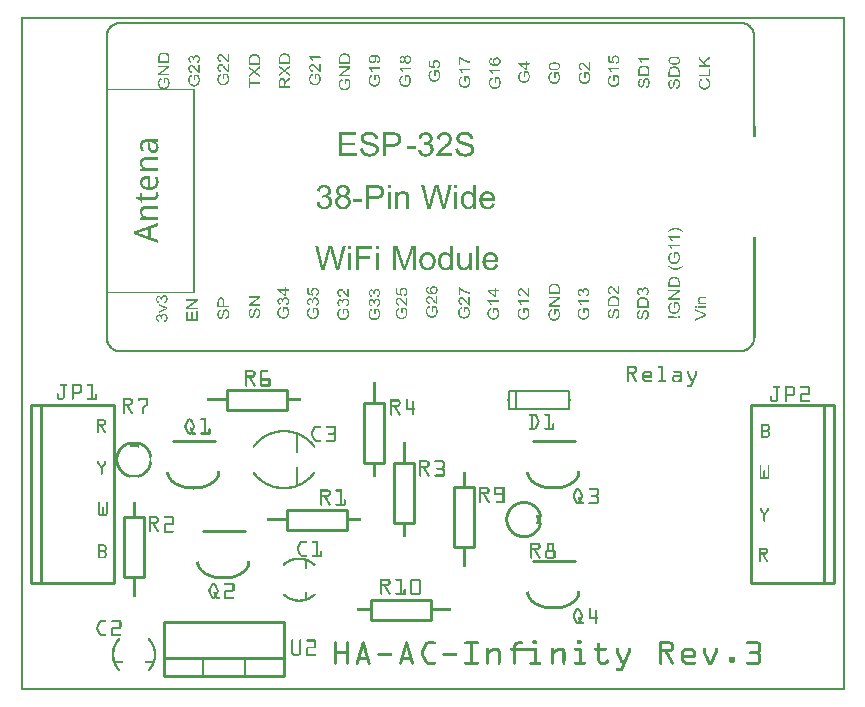
<source format=gto>
G04 MADE WITH FRITZING*
G04 WWW.FRITZING.ORG*
G04 DOUBLE SIDED*
G04 HOLES PLATED*
G04 CONTOUR ON CENTER OF CONTOUR VECTOR*
%ASAXBY*%
%FSLAX23Y23*%
%MOIN*%
%OFA0B0*%
%SFA1.0B1.0*%
%ADD10C,0.008000*%
%ADD11C,0.005701*%
%ADD12C,0.003725*%
%ADD13C,0.003723*%
%ADD14C,0.010000*%
%ADD15C,0.005000*%
%ADD16C,0.010417*%
%ADD17R,0.001000X0.001000*%
%LNSILK1*%
G90*
G70*
G54D10*
X1828Y938D02*
X1628Y938D01*
D02*
X1628Y938D02*
X1628Y968D01*
D02*
X1628Y968D02*
X1628Y998D01*
D02*
X1628Y998D02*
X1828Y998D01*
D02*
X1828Y998D02*
X1828Y968D01*
D02*
X1828Y968D02*
X1828Y938D01*
D02*
X1653Y943D02*
X1653Y993D01*
G54D11*
D02*
X577Y2003D02*
X577Y1329D01*
G54D12*
D02*
X577Y1329D02*
X289Y1329D01*
G54D13*
D02*
X577Y2003D02*
X289Y2003D01*
G54D14*
D02*
X878Y48D02*
X478Y48D01*
D02*
X478Y48D02*
X478Y228D01*
D02*
X478Y228D02*
X878Y228D01*
D02*
X878Y228D02*
X878Y48D01*
D02*
X878Y48D02*
X478Y48D01*
D02*
X478Y48D02*
X478Y108D01*
D02*
X478Y108D02*
X878Y108D01*
D02*
X878Y108D02*
X878Y48D01*
G54D15*
D02*
X748Y48D02*
X748Y108D01*
D02*
X608Y48D02*
X608Y108D01*
G54D14*
D02*
X1708Y432D02*
X1848Y432D01*
D02*
X1708Y832D02*
X1848Y832D01*
D02*
X608Y532D02*
X748Y532D01*
D02*
X508Y832D02*
X648Y832D01*
G54D16*
D02*
X312Y952D02*
X312Y357D01*
D02*
X312Y357D02*
X68Y357D01*
D02*
X68Y357D02*
X36Y357D01*
D02*
X36Y357D02*
X36Y952D01*
D02*
X36Y952D02*
X68Y952D01*
D02*
X68Y952D02*
X312Y952D01*
D02*
X68Y357D02*
X68Y952D01*
D02*
X2436Y357D02*
X2436Y952D01*
D02*
X2436Y952D02*
X2680Y952D01*
D02*
X2680Y952D02*
X2712Y952D01*
D02*
X2712Y952D02*
X2712Y357D01*
D02*
X2712Y357D02*
X2680Y357D01*
D02*
X2680Y357D02*
X2436Y357D01*
D02*
X2680Y952D02*
X2680Y357D01*
G54D14*
D02*
X887Y601D02*
X1087Y601D01*
D02*
X1087Y601D02*
X1087Y535D01*
D02*
X1087Y535D02*
X887Y535D01*
D02*
X887Y535D02*
X887Y601D01*
D02*
X345Y378D02*
X345Y578D01*
D02*
X345Y578D02*
X411Y578D01*
D02*
X411Y578D02*
X411Y378D01*
D02*
X411Y378D02*
X345Y378D01*
D02*
X1368Y235D02*
X1168Y235D01*
D02*
X1168Y235D02*
X1168Y301D01*
D02*
X1168Y301D02*
X1368Y301D01*
D02*
X1368Y301D02*
X1368Y235D01*
D02*
X1445Y478D02*
X1445Y678D01*
D02*
X1445Y678D02*
X1511Y678D01*
D02*
X1511Y678D02*
X1511Y478D01*
D02*
X1511Y478D02*
X1445Y478D01*
D02*
X1211Y959D02*
X1211Y759D01*
D02*
X1211Y759D02*
X1145Y759D01*
D02*
X1145Y759D02*
X1145Y959D01*
D02*
X1145Y959D02*
X1211Y959D01*
D02*
X687Y1001D02*
X887Y1001D01*
D02*
X887Y1001D02*
X887Y935D01*
D02*
X887Y935D02*
X687Y935D01*
D02*
X687Y935D02*
X687Y1001D01*
D02*
X1311Y759D02*
X1311Y559D01*
D02*
X1311Y559D02*
X1245Y559D01*
D02*
X1245Y559D02*
X1245Y759D01*
D02*
X1245Y759D02*
X1311Y759D01*
G54D10*
X953Y433D02*
X953Y408D01*
D02*
X953Y303D02*
X953Y328D01*
D02*
X923Y853D02*
X923Y793D01*
D02*
X923Y743D02*
X923Y683D01*
D02*
G54D17*
X1Y2244D02*
X2748Y2244D01*
X1Y2243D02*
X2748Y2243D01*
X1Y2242D02*
X2748Y2242D01*
X1Y2241D02*
X2748Y2241D01*
X1Y2240D02*
X2748Y2240D01*
X1Y2239D02*
X2748Y2239D01*
X1Y2238D02*
X2748Y2238D01*
X1Y2237D02*
X2748Y2237D01*
X1Y2236D02*
X8Y2236D01*
X2741Y2236D02*
X2748Y2236D01*
X1Y2235D02*
X8Y2235D01*
X2741Y2235D02*
X2748Y2235D01*
X1Y2234D02*
X8Y2234D01*
X2741Y2234D02*
X2748Y2234D01*
X1Y2233D02*
X8Y2233D01*
X2741Y2233D02*
X2748Y2233D01*
X1Y2232D02*
X8Y2232D01*
X2741Y2232D02*
X2748Y2232D01*
X1Y2231D02*
X8Y2231D01*
X2741Y2231D02*
X2748Y2231D01*
X1Y2230D02*
X8Y2230D01*
X2741Y2230D02*
X2748Y2230D01*
X1Y2229D02*
X8Y2229D01*
X2741Y2229D02*
X2748Y2229D01*
X1Y2228D02*
X8Y2228D01*
X327Y2228D02*
X2407Y2228D01*
X2741Y2228D02*
X2748Y2228D01*
X1Y2227D02*
X8Y2227D01*
X322Y2227D02*
X2412Y2227D01*
X2741Y2227D02*
X2748Y2227D01*
X1Y2226D02*
X8Y2226D01*
X318Y2226D02*
X2415Y2226D01*
X2741Y2226D02*
X2748Y2226D01*
X1Y2225D02*
X8Y2225D01*
X315Y2225D02*
X2418Y2225D01*
X2741Y2225D02*
X2748Y2225D01*
X1Y2224D02*
X8Y2224D01*
X313Y2224D02*
X2421Y2224D01*
X2741Y2224D02*
X2748Y2224D01*
X1Y2223D02*
X8Y2223D01*
X311Y2223D02*
X2423Y2223D01*
X2741Y2223D02*
X2748Y2223D01*
X1Y2222D02*
X8Y2222D01*
X309Y2222D02*
X2425Y2222D01*
X2741Y2222D02*
X2748Y2222D01*
X1Y2221D02*
X8Y2221D01*
X307Y2221D02*
X2426Y2221D01*
X2741Y2221D02*
X2748Y2221D01*
X1Y2220D02*
X8Y2220D01*
X305Y2220D02*
X324Y2220D01*
X2409Y2220D02*
X2428Y2220D01*
X2741Y2220D02*
X2748Y2220D01*
X1Y2219D02*
X8Y2219D01*
X304Y2219D02*
X320Y2219D01*
X2413Y2219D02*
X2429Y2219D01*
X2741Y2219D02*
X2748Y2219D01*
X1Y2218D02*
X8Y2218D01*
X303Y2218D02*
X317Y2218D01*
X2416Y2218D02*
X2431Y2218D01*
X2741Y2218D02*
X2748Y2218D01*
X1Y2217D02*
X8Y2217D01*
X301Y2217D02*
X315Y2217D01*
X2419Y2217D02*
X2432Y2217D01*
X2741Y2217D02*
X2748Y2217D01*
X1Y2216D02*
X8Y2216D01*
X300Y2216D02*
X313Y2216D01*
X2421Y2216D02*
X2433Y2216D01*
X2741Y2216D02*
X2748Y2216D01*
X1Y2215D02*
X8Y2215D01*
X299Y2215D02*
X311Y2215D01*
X2422Y2215D02*
X2434Y2215D01*
X2741Y2215D02*
X2748Y2215D01*
X1Y2214D02*
X8Y2214D01*
X298Y2214D02*
X309Y2214D01*
X2424Y2214D02*
X2435Y2214D01*
X2741Y2214D02*
X2748Y2214D01*
X1Y2213D02*
X8Y2213D01*
X297Y2213D02*
X308Y2213D01*
X2425Y2213D02*
X2436Y2213D01*
X2741Y2213D02*
X2748Y2213D01*
X1Y2212D02*
X8Y2212D01*
X296Y2212D02*
X307Y2212D01*
X2427Y2212D02*
X2437Y2212D01*
X2741Y2212D02*
X2748Y2212D01*
X1Y2211D02*
X8Y2211D01*
X296Y2211D02*
X305Y2211D01*
X2428Y2211D02*
X2438Y2211D01*
X2741Y2211D02*
X2748Y2211D01*
X1Y2210D02*
X8Y2210D01*
X295Y2210D02*
X304Y2210D01*
X2429Y2210D02*
X2439Y2210D01*
X2741Y2210D02*
X2748Y2210D01*
X1Y2209D02*
X8Y2209D01*
X294Y2209D02*
X303Y2209D01*
X2430Y2209D02*
X2439Y2209D01*
X2741Y2209D02*
X2748Y2209D01*
X1Y2208D02*
X8Y2208D01*
X293Y2208D02*
X302Y2208D01*
X2431Y2208D02*
X2440Y2208D01*
X2741Y2208D02*
X2748Y2208D01*
X1Y2207D02*
X8Y2207D01*
X293Y2207D02*
X301Y2207D01*
X2432Y2207D02*
X2441Y2207D01*
X2741Y2207D02*
X2748Y2207D01*
X1Y2206D02*
X8Y2206D01*
X292Y2206D02*
X300Y2206D01*
X2433Y2206D02*
X2441Y2206D01*
X2741Y2206D02*
X2748Y2206D01*
X1Y2205D02*
X8Y2205D01*
X291Y2205D02*
X300Y2205D01*
X2434Y2205D02*
X2442Y2205D01*
X2741Y2205D02*
X2748Y2205D01*
X1Y2204D02*
X8Y2204D01*
X291Y2204D02*
X299Y2204D01*
X2435Y2204D02*
X2443Y2204D01*
X2741Y2204D02*
X2748Y2204D01*
X1Y2203D02*
X8Y2203D01*
X290Y2203D02*
X298Y2203D01*
X2435Y2203D02*
X2443Y2203D01*
X2741Y2203D02*
X2748Y2203D01*
X1Y2202D02*
X8Y2202D01*
X290Y2202D02*
X297Y2202D01*
X2436Y2202D02*
X2444Y2202D01*
X2741Y2202D02*
X2748Y2202D01*
X1Y2201D02*
X8Y2201D01*
X289Y2201D02*
X297Y2201D01*
X2437Y2201D02*
X2444Y2201D01*
X2741Y2201D02*
X2748Y2201D01*
X1Y2200D02*
X8Y2200D01*
X289Y2200D02*
X296Y2200D01*
X2437Y2200D02*
X2445Y2200D01*
X2741Y2200D02*
X2748Y2200D01*
X1Y2199D02*
X8Y2199D01*
X288Y2199D02*
X296Y2199D01*
X2438Y2199D02*
X2445Y2199D01*
X2741Y2199D02*
X2748Y2199D01*
X1Y2198D02*
X8Y2198D01*
X288Y2198D02*
X295Y2198D01*
X2438Y2198D02*
X2445Y2198D01*
X2741Y2198D02*
X2748Y2198D01*
X1Y2197D02*
X8Y2197D01*
X288Y2197D02*
X295Y2197D01*
X2439Y2197D02*
X2446Y2197D01*
X2741Y2197D02*
X2748Y2197D01*
X1Y2196D02*
X8Y2196D01*
X287Y2196D02*
X294Y2196D01*
X2439Y2196D02*
X2446Y2196D01*
X2741Y2196D02*
X2748Y2196D01*
X1Y2195D02*
X8Y2195D01*
X287Y2195D02*
X294Y2195D01*
X2439Y2195D02*
X2446Y2195D01*
X2741Y2195D02*
X2748Y2195D01*
X1Y2194D02*
X8Y2194D01*
X287Y2194D02*
X294Y2194D01*
X2440Y2194D02*
X2447Y2194D01*
X2741Y2194D02*
X2748Y2194D01*
X1Y2193D02*
X8Y2193D01*
X286Y2193D02*
X293Y2193D01*
X2440Y2193D02*
X2447Y2193D01*
X2741Y2193D02*
X2748Y2193D01*
X1Y2192D02*
X8Y2192D01*
X286Y2192D02*
X293Y2192D01*
X2440Y2192D02*
X2447Y2192D01*
X2741Y2192D02*
X2748Y2192D01*
X1Y2191D02*
X8Y2191D01*
X286Y2191D02*
X293Y2191D01*
X2441Y2191D02*
X2447Y2191D01*
X2741Y2191D02*
X2748Y2191D01*
X1Y2190D02*
X8Y2190D01*
X286Y2190D02*
X293Y2190D01*
X2441Y2190D02*
X2448Y2190D01*
X2741Y2190D02*
X2748Y2190D01*
X1Y2189D02*
X8Y2189D01*
X286Y2189D02*
X292Y2189D01*
X2441Y2189D02*
X2448Y2189D01*
X2741Y2189D02*
X2748Y2189D01*
X1Y2188D02*
X8Y2188D01*
X285Y2188D02*
X292Y2188D01*
X2441Y2188D02*
X2448Y2188D01*
X2741Y2188D02*
X2748Y2188D01*
X1Y2187D02*
X8Y2187D01*
X285Y2187D02*
X292Y2187D01*
X2441Y2187D02*
X2448Y2187D01*
X2741Y2187D02*
X2748Y2187D01*
X1Y2186D02*
X8Y2186D01*
X285Y2186D02*
X292Y2186D01*
X2441Y2186D02*
X2448Y2186D01*
X2741Y2186D02*
X2748Y2186D01*
X1Y2185D02*
X8Y2185D01*
X285Y2185D02*
X292Y2185D01*
X2442Y2185D02*
X2448Y2185D01*
X2741Y2185D02*
X2748Y2185D01*
X1Y2184D02*
X8Y2184D01*
X285Y2184D02*
X292Y2184D01*
X2442Y2184D02*
X2448Y2184D01*
X2741Y2184D02*
X2748Y2184D01*
X1Y2183D02*
X8Y2183D01*
X285Y2183D02*
X292Y2183D01*
X2442Y2183D02*
X2448Y2183D01*
X2741Y2183D02*
X2748Y2183D01*
X1Y2182D02*
X8Y2182D01*
X285Y2182D02*
X292Y2182D01*
X2442Y2182D02*
X2448Y2182D01*
X2741Y2182D02*
X2748Y2182D01*
X1Y2181D02*
X8Y2181D01*
X285Y2181D02*
X292Y2181D01*
X2442Y2181D02*
X2448Y2181D01*
X2741Y2181D02*
X2748Y2181D01*
X1Y2180D02*
X8Y2180D01*
X285Y2180D02*
X292Y2180D01*
X2442Y2180D02*
X2448Y2180D01*
X2741Y2180D02*
X2748Y2180D01*
X1Y2179D02*
X8Y2179D01*
X285Y2179D02*
X292Y2179D01*
X2442Y2179D02*
X2448Y2179D01*
X2741Y2179D02*
X2748Y2179D01*
X1Y2178D02*
X8Y2178D01*
X285Y2178D02*
X292Y2178D01*
X2442Y2178D02*
X2448Y2178D01*
X2741Y2178D02*
X2748Y2178D01*
X1Y2177D02*
X8Y2177D01*
X285Y2177D02*
X292Y2177D01*
X2442Y2177D02*
X2448Y2177D01*
X2741Y2177D02*
X2748Y2177D01*
X1Y2176D02*
X8Y2176D01*
X285Y2176D02*
X292Y2176D01*
X2442Y2176D02*
X2448Y2176D01*
X2741Y2176D02*
X2748Y2176D01*
X1Y2175D02*
X8Y2175D01*
X285Y2175D02*
X292Y2175D01*
X2442Y2175D02*
X2448Y2175D01*
X2741Y2175D02*
X2748Y2175D01*
X1Y2174D02*
X8Y2174D01*
X285Y2174D02*
X292Y2174D01*
X2442Y2174D02*
X2448Y2174D01*
X2741Y2174D02*
X2748Y2174D01*
X1Y2173D02*
X8Y2173D01*
X285Y2173D02*
X292Y2173D01*
X2442Y2173D02*
X2448Y2173D01*
X2741Y2173D02*
X2748Y2173D01*
X1Y2172D02*
X8Y2172D01*
X285Y2172D02*
X292Y2172D01*
X2442Y2172D02*
X2448Y2172D01*
X2741Y2172D02*
X2748Y2172D01*
X1Y2171D02*
X8Y2171D01*
X285Y2171D02*
X292Y2171D01*
X2442Y2171D02*
X2448Y2171D01*
X2741Y2171D02*
X2748Y2171D01*
X1Y2170D02*
X8Y2170D01*
X285Y2170D02*
X292Y2170D01*
X2442Y2170D02*
X2448Y2170D01*
X2741Y2170D02*
X2748Y2170D01*
X1Y2169D02*
X8Y2169D01*
X285Y2169D02*
X292Y2169D01*
X2442Y2169D02*
X2448Y2169D01*
X2741Y2169D02*
X2748Y2169D01*
X1Y2168D02*
X8Y2168D01*
X285Y2168D02*
X292Y2168D01*
X2442Y2168D02*
X2449Y2168D01*
X2741Y2168D02*
X2748Y2168D01*
X1Y2167D02*
X8Y2167D01*
X285Y2167D02*
X292Y2167D01*
X2442Y2167D02*
X2449Y2167D01*
X2741Y2167D02*
X2748Y2167D01*
X1Y2166D02*
X8Y2166D01*
X285Y2166D02*
X292Y2166D01*
X2442Y2166D02*
X2449Y2166D01*
X2741Y2166D02*
X2748Y2166D01*
X1Y2165D02*
X8Y2165D01*
X285Y2165D02*
X292Y2165D01*
X2442Y2165D02*
X2449Y2165D01*
X2741Y2165D02*
X2748Y2165D01*
X1Y2164D02*
X8Y2164D01*
X285Y2164D02*
X292Y2164D01*
X2442Y2164D02*
X2449Y2164D01*
X2741Y2164D02*
X2748Y2164D01*
X1Y2163D02*
X8Y2163D01*
X285Y2163D02*
X292Y2163D01*
X2442Y2163D02*
X2449Y2163D01*
X2741Y2163D02*
X2748Y2163D01*
X1Y2162D02*
X8Y2162D01*
X285Y2162D02*
X292Y2162D01*
X2442Y2162D02*
X2449Y2162D01*
X2741Y2162D02*
X2748Y2162D01*
X1Y2161D02*
X8Y2161D01*
X285Y2161D02*
X292Y2161D01*
X2442Y2161D02*
X2449Y2161D01*
X2741Y2161D02*
X2748Y2161D01*
X1Y2160D02*
X8Y2160D01*
X285Y2160D02*
X292Y2160D01*
X2442Y2160D02*
X2449Y2160D01*
X2741Y2160D02*
X2748Y2160D01*
X1Y2159D02*
X8Y2159D01*
X285Y2159D02*
X292Y2159D01*
X2442Y2159D02*
X2449Y2159D01*
X2741Y2159D02*
X2748Y2159D01*
X1Y2158D02*
X8Y2158D01*
X285Y2158D02*
X292Y2158D01*
X2442Y2158D02*
X2449Y2158D01*
X2741Y2158D02*
X2748Y2158D01*
X1Y2157D02*
X8Y2157D01*
X285Y2157D02*
X292Y2157D01*
X2442Y2157D02*
X2449Y2157D01*
X2741Y2157D02*
X2748Y2157D01*
X1Y2156D02*
X8Y2156D01*
X285Y2156D02*
X292Y2156D01*
X2442Y2156D02*
X2449Y2156D01*
X2741Y2156D02*
X2748Y2156D01*
X1Y2155D02*
X8Y2155D01*
X285Y2155D02*
X292Y2155D01*
X2442Y2155D02*
X2449Y2155D01*
X2741Y2155D02*
X2748Y2155D01*
X1Y2154D02*
X8Y2154D01*
X285Y2154D02*
X292Y2154D01*
X2442Y2154D02*
X2449Y2154D01*
X2741Y2154D02*
X2748Y2154D01*
X1Y2153D02*
X8Y2153D01*
X285Y2153D02*
X292Y2153D01*
X2442Y2153D02*
X2449Y2153D01*
X2741Y2153D02*
X2748Y2153D01*
X1Y2152D02*
X8Y2152D01*
X285Y2152D02*
X292Y2152D01*
X2442Y2152D02*
X2449Y2152D01*
X2741Y2152D02*
X2748Y2152D01*
X1Y2151D02*
X8Y2151D01*
X285Y2151D02*
X292Y2151D01*
X2442Y2151D02*
X2449Y2151D01*
X2741Y2151D02*
X2748Y2151D01*
X1Y2150D02*
X8Y2150D01*
X285Y2150D02*
X292Y2150D01*
X2442Y2150D02*
X2449Y2150D01*
X2741Y2150D02*
X2748Y2150D01*
X1Y2149D02*
X8Y2149D01*
X285Y2149D02*
X292Y2149D01*
X2442Y2149D02*
X2449Y2149D01*
X2741Y2149D02*
X2748Y2149D01*
X1Y2148D02*
X8Y2148D01*
X285Y2148D02*
X292Y2148D01*
X2442Y2148D02*
X2449Y2148D01*
X2741Y2148D02*
X2748Y2148D01*
X1Y2147D02*
X8Y2147D01*
X285Y2147D02*
X292Y2147D01*
X2442Y2147D02*
X2449Y2147D01*
X2741Y2147D02*
X2748Y2147D01*
X1Y2146D02*
X8Y2146D01*
X285Y2146D02*
X292Y2146D01*
X2442Y2146D02*
X2449Y2146D01*
X2741Y2146D02*
X2748Y2146D01*
X1Y2145D02*
X8Y2145D01*
X285Y2145D02*
X292Y2145D01*
X2442Y2145D02*
X2449Y2145D01*
X2741Y2145D02*
X2748Y2145D01*
X1Y2144D02*
X8Y2144D01*
X285Y2144D02*
X292Y2144D01*
X2442Y2144D02*
X2449Y2144D01*
X2741Y2144D02*
X2748Y2144D01*
X1Y2143D02*
X8Y2143D01*
X285Y2143D02*
X292Y2143D01*
X2442Y2143D02*
X2449Y2143D01*
X2741Y2143D02*
X2748Y2143D01*
X1Y2142D02*
X8Y2142D01*
X285Y2142D02*
X292Y2142D01*
X2442Y2142D02*
X2449Y2142D01*
X2741Y2142D02*
X2748Y2142D01*
X1Y2141D02*
X8Y2141D01*
X285Y2141D02*
X292Y2141D01*
X2442Y2141D02*
X2449Y2141D01*
X2741Y2141D02*
X2748Y2141D01*
X1Y2140D02*
X8Y2140D01*
X285Y2140D02*
X292Y2140D01*
X2442Y2140D02*
X2449Y2140D01*
X2741Y2140D02*
X2748Y2140D01*
X1Y2139D02*
X8Y2139D01*
X285Y2139D02*
X292Y2139D01*
X2442Y2139D02*
X2449Y2139D01*
X2741Y2139D02*
X2748Y2139D01*
X1Y2138D02*
X8Y2138D01*
X285Y2138D02*
X292Y2138D01*
X2442Y2138D02*
X2449Y2138D01*
X2741Y2138D02*
X2748Y2138D01*
X1Y2137D02*
X8Y2137D01*
X285Y2137D02*
X292Y2137D01*
X2442Y2137D02*
X2449Y2137D01*
X2741Y2137D02*
X2748Y2137D01*
X1Y2136D02*
X8Y2136D01*
X285Y2136D02*
X292Y2136D01*
X2442Y2136D02*
X2449Y2136D01*
X2741Y2136D02*
X2748Y2136D01*
X1Y2135D02*
X8Y2135D01*
X285Y2135D02*
X292Y2135D01*
X2442Y2135D02*
X2449Y2135D01*
X2741Y2135D02*
X2748Y2135D01*
X1Y2134D02*
X8Y2134D01*
X285Y2134D02*
X292Y2134D01*
X2442Y2134D02*
X2449Y2134D01*
X2741Y2134D02*
X2748Y2134D01*
X1Y2133D02*
X8Y2133D01*
X285Y2133D02*
X292Y2133D01*
X2442Y2133D02*
X2449Y2133D01*
X2741Y2133D02*
X2748Y2133D01*
X1Y2132D02*
X8Y2132D01*
X285Y2132D02*
X292Y2132D01*
X2442Y2132D02*
X2449Y2132D01*
X2741Y2132D02*
X2748Y2132D01*
X1Y2131D02*
X8Y2131D01*
X285Y2131D02*
X292Y2131D01*
X2442Y2131D02*
X2449Y2131D01*
X2741Y2131D02*
X2748Y2131D01*
X1Y2130D02*
X8Y2130D01*
X285Y2130D02*
X292Y2130D01*
X2442Y2130D02*
X2449Y2130D01*
X2741Y2130D02*
X2748Y2130D01*
X1Y2129D02*
X8Y2129D01*
X285Y2129D02*
X292Y2129D01*
X2442Y2129D02*
X2449Y2129D01*
X2741Y2129D02*
X2748Y2129D01*
X1Y2128D02*
X8Y2128D01*
X285Y2128D02*
X292Y2128D01*
X2442Y2128D02*
X2449Y2128D01*
X2741Y2128D02*
X2748Y2128D01*
X1Y2127D02*
X8Y2127D01*
X285Y2127D02*
X292Y2127D01*
X2442Y2127D02*
X2449Y2127D01*
X2741Y2127D02*
X2748Y2127D01*
X1Y2126D02*
X8Y2126D01*
X285Y2126D02*
X292Y2126D01*
X2442Y2126D02*
X2449Y2126D01*
X2741Y2126D02*
X2748Y2126D01*
X1Y2125D02*
X8Y2125D01*
X285Y2125D02*
X292Y2125D01*
X469Y2125D02*
X470Y2125D01*
X2442Y2125D02*
X2449Y2125D01*
X2741Y2125D02*
X2748Y2125D01*
X1Y2124D02*
X8Y2124D01*
X285Y2124D02*
X292Y2124D01*
X467Y2124D02*
X474Y2124D01*
X484Y2124D02*
X488Y2124D01*
X2442Y2124D02*
X2449Y2124D01*
X2741Y2124D02*
X2748Y2124D01*
X1Y2123D02*
X8Y2123D01*
X285Y2123D02*
X292Y2123D01*
X466Y2123D02*
X490Y2123D01*
X876Y2123D02*
X885Y2123D01*
X1077Y2123D02*
X1084Y2123D01*
X2442Y2123D02*
X2449Y2123D01*
X2741Y2123D02*
X2748Y2123D01*
X1Y2122D02*
X8Y2122D01*
X285Y2122D02*
X292Y2122D01*
X464Y2122D02*
X491Y2122D01*
X872Y2122D02*
X889Y2122D01*
X1073Y2122D02*
X1088Y2122D01*
X2442Y2122D02*
X2449Y2122D01*
X2741Y2122D02*
X2748Y2122D01*
X1Y2121D02*
X8Y2121D01*
X285Y2121D02*
X292Y2121D01*
X463Y2121D02*
X492Y2121D01*
X870Y2121D02*
X891Y2121D01*
X1070Y2121D02*
X1090Y2121D01*
X2442Y2121D02*
X2449Y2121D01*
X2741Y2121D02*
X2748Y2121D01*
X1Y2120D02*
X8Y2120D01*
X285Y2120D02*
X292Y2120D01*
X463Y2120D02*
X470Y2120D01*
X485Y2120D02*
X493Y2120D01*
X664Y2120D02*
X670Y2120D01*
X691Y2120D02*
X694Y2120D01*
X776Y2120D02*
X784Y2120D01*
X869Y2120D02*
X892Y2120D01*
X1069Y2120D02*
X1092Y2120D01*
X2442Y2120D02*
X2449Y2120D01*
X2741Y2120D02*
X2748Y2120D01*
X1Y2119D02*
X8Y2119D01*
X285Y2119D02*
X292Y2119D01*
X462Y2119D02*
X468Y2119D01*
X487Y2119D02*
X493Y2119D01*
X662Y2119D02*
X672Y2119D01*
X691Y2119D02*
X694Y2119D01*
X772Y2119D02*
X788Y2119D01*
X868Y2119D02*
X894Y2119D01*
X1068Y2119D02*
X1093Y2119D01*
X2442Y2119D02*
X2449Y2119D01*
X2741Y2119D02*
X2748Y2119D01*
X1Y2118D02*
X8Y2118D01*
X285Y2118D02*
X292Y2118D01*
X461Y2118D02*
X467Y2118D01*
X489Y2118D02*
X494Y2118D01*
X661Y2118D02*
X674Y2118D01*
X691Y2118D02*
X694Y2118D01*
X770Y2118D02*
X790Y2118D01*
X867Y2118D02*
X895Y2118D01*
X1067Y2118D02*
X1094Y2118D01*
X2442Y2118D02*
X2449Y2118D01*
X2741Y2118D02*
X2748Y2118D01*
X1Y2117D02*
X8Y2117D01*
X285Y2117D02*
X292Y2117D01*
X461Y2117D02*
X466Y2117D01*
X490Y2117D02*
X494Y2117D01*
X583Y2117D02*
X590Y2117D01*
X660Y2117D02*
X675Y2117D01*
X691Y2117D02*
X694Y2117D01*
X768Y2117D02*
X791Y2117D01*
X866Y2117D02*
X874Y2117D01*
X887Y2117D02*
X896Y2117D01*
X1066Y2117D02*
X1074Y2117D01*
X1086Y2117D02*
X1095Y2117D01*
X1171Y2117D02*
X1187Y2117D01*
X2442Y2117D02*
X2449Y2117D01*
X2741Y2117D02*
X2748Y2117D01*
X1Y2116D02*
X8Y2116D01*
X285Y2116D02*
X292Y2116D01*
X461Y2116D02*
X465Y2116D01*
X490Y2116D02*
X495Y2116D01*
X581Y2116D02*
X591Y2116D01*
X660Y2116D02*
X676Y2116D01*
X691Y2116D02*
X694Y2116D01*
X767Y2116D02*
X793Y2116D01*
X865Y2116D02*
X871Y2116D01*
X890Y2116D02*
X896Y2116D01*
X1065Y2116D02*
X1072Y2116D01*
X1089Y2116D02*
X1096Y2116D01*
X1169Y2116D02*
X1190Y2116D01*
X1289Y2116D02*
X1291Y2116D01*
X1981Y2116D02*
X1986Y2116D01*
X2442Y2116D02*
X2449Y2116D01*
X2741Y2116D02*
X2748Y2116D01*
X1Y2115D02*
X8Y2115D01*
X285Y2115D02*
X292Y2115D01*
X460Y2115D02*
X464Y2115D01*
X491Y2115D02*
X495Y2115D01*
X567Y2115D02*
X572Y2115D01*
X580Y2115D02*
X593Y2115D01*
X659Y2115D02*
X665Y2115D01*
X670Y2115D02*
X677Y2115D01*
X691Y2115D02*
X694Y2115D01*
X766Y2115D02*
X794Y2115D01*
X864Y2115D02*
X870Y2115D01*
X891Y2115D02*
X897Y2115D01*
X1064Y2115D02*
X1070Y2115D01*
X1091Y2115D02*
X1097Y2115D01*
X1167Y2115D02*
X1192Y2115D01*
X1286Y2115D02*
X1294Y2115D01*
X1978Y2115D02*
X1989Y2115D01*
X2442Y2115D02*
X2449Y2115D01*
X2741Y2115D02*
X2748Y2115D01*
X1Y2114D02*
X8Y2114D01*
X285Y2114D02*
X292Y2114D01*
X460Y2114D02*
X464Y2114D01*
X492Y2114D02*
X495Y2114D01*
X565Y2114D02*
X573Y2114D01*
X579Y2114D02*
X594Y2114D01*
X659Y2114D02*
X663Y2114D01*
X672Y2114D02*
X678Y2114D01*
X691Y2114D02*
X694Y2114D01*
X765Y2114D02*
X774Y2114D01*
X786Y2114D02*
X795Y2114D01*
X864Y2114D02*
X869Y2114D01*
X893Y2114D02*
X897Y2114D01*
X1064Y2114D02*
X1069Y2114D01*
X1092Y2114D02*
X1097Y2114D01*
X1166Y2114D02*
X1194Y2114D01*
X1271Y2114D02*
X1275Y2114D01*
X1284Y2114D02*
X1296Y2114D01*
X1959Y2114D02*
X1963Y2114D01*
X1977Y2114D02*
X1990Y2114D01*
X2442Y2114D02*
X2449Y2114D01*
X2741Y2114D02*
X2748Y2114D01*
X1Y2113D02*
X8Y2113D01*
X285Y2113D02*
X292Y2113D01*
X460Y2113D02*
X463Y2113D01*
X492Y2113D02*
X496Y2113D01*
X564Y2113D02*
X574Y2113D01*
X578Y2113D02*
X595Y2113D01*
X658Y2113D02*
X662Y2113D01*
X673Y2113D02*
X679Y2113D01*
X691Y2113D02*
X694Y2113D01*
X764Y2113D02*
X771Y2113D01*
X789Y2113D02*
X795Y2113D01*
X864Y2113D02*
X868Y2113D01*
X893Y2113D02*
X898Y2113D01*
X963Y2113D02*
X999Y2113D01*
X1064Y2113D02*
X1068Y2113D01*
X1093Y2113D02*
X1098Y2113D01*
X1165Y2113D02*
X1195Y2113D01*
X1269Y2113D02*
X1277Y2113D01*
X1283Y2113D02*
X1297Y2113D01*
X1959Y2113D02*
X1963Y2113D01*
X1975Y2113D02*
X1992Y2113D01*
X2298Y2113D02*
X2298Y2113D01*
X2442Y2113D02*
X2449Y2113D01*
X2741Y2113D02*
X2748Y2113D01*
X1Y2112D02*
X8Y2112D01*
X285Y2112D02*
X292Y2112D01*
X460Y2112D02*
X463Y2112D01*
X492Y2112D02*
X496Y2112D01*
X563Y2112D02*
X575Y2112D01*
X578Y2112D02*
X584Y2112D01*
X589Y2112D02*
X595Y2112D01*
X658Y2112D02*
X661Y2112D01*
X674Y2112D02*
X680Y2112D01*
X691Y2112D02*
X694Y2112D01*
X764Y2112D02*
X769Y2112D01*
X790Y2112D02*
X796Y2112D01*
X863Y2112D02*
X867Y2112D01*
X894Y2112D02*
X898Y2112D01*
X963Y2112D02*
X1000Y2112D01*
X1063Y2112D02*
X1067Y2112D01*
X1094Y2112D02*
X1098Y2112D01*
X1164Y2112D02*
X1171Y2112D01*
X1175Y2112D02*
X1181Y2112D01*
X1188Y2112D02*
X1196Y2112D01*
X1267Y2112D02*
X1278Y2112D01*
X1283Y2112D02*
X1298Y2112D01*
X1462Y2112D02*
X1466Y2112D01*
X1959Y2112D02*
X1963Y2112D01*
X1975Y2112D02*
X1993Y2112D01*
X2173Y2112D02*
X2185Y2112D01*
X2261Y2112D02*
X2261Y2112D01*
X2297Y2112D02*
X2298Y2112D01*
X2442Y2112D02*
X2449Y2112D01*
X2741Y2112D02*
X2748Y2112D01*
X1Y2111D02*
X8Y2111D01*
X285Y2111D02*
X292Y2111D01*
X460Y2111D02*
X463Y2111D01*
X492Y2111D02*
X496Y2111D01*
X562Y2111D02*
X576Y2111D01*
X578Y2111D02*
X582Y2111D01*
X591Y2111D02*
X596Y2111D01*
X658Y2111D02*
X661Y2111D01*
X675Y2111D02*
X680Y2111D01*
X691Y2111D02*
X694Y2111D01*
X763Y2111D02*
X768Y2111D01*
X792Y2111D02*
X797Y2111D01*
X863Y2111D02*
X867Y2111D01*
X894Y2111D02*
X898Y2111D01*
X963Y2111D02*
X1000Y2111D01*
X1063Y2111D02*
X1067Y2111D01*
X1094Y2111D02*
X1098Y2111D01*
X1163Y2111D02*
X1168Y2111D01*
X1178Y2111D02*
X1182Y2111D01*
X1190Y2111D02*
X1196Y2111D01*
X1266Y2111D02*
X1279Y2111D01*
X1282Y2111D02*
X1299Y2111D01*
X1462Y2111D02*
X1467Y2111D01*
X1959Y2111D02*
X1963Y2111D01*
X1974Y2111D02*
X1994Y2111D01*
X2169Y2111D02*
X2189Y2111D01*
X2261Y2111D02*
X2262Y2111D01*
X2296Y2111D02*
X2298Y2111D01*
X2442Y2111D02*
X2449Y2111D01*
X2741Y2111D02*
X2748Y2111D01*
X1Y2110D02*
X8Y2110D01*
X285Y2110D02*
X292Y2110D01*
X459Y2110D02*
X463Y2110D01*
X492Y2110D02*
X496Y2110D01*
X561Y2110D02*
X567Y2110D01*
X572Y2110D02*
X581Y2110D01*
X592Y2110D02*
X596Y2110D01*
X657Y2110D02*
X661Y2110D01*
X676Y2110D02*
X681Y2110D01*
X691Y2110D02*
X694Y2110D01*
X763Y2110D02*
X767Y2110D01*
X793Y2110D02*
X797Y2110D01*
X863Y2110D02*
X867Y2110D01*
X895Y2110D02*
X899Y2110D01*
X963Y2110D02*
X1000Y2110D01*
X1063Y2110D02*
X1066Y2110D01*
X1095Y2110D02*
X1098Y2110D01*
X1163Y2110D02*
X1167Y2110D01*
X1180Y2110D02*
X1183Y2110D01*
X1192Y2110D02*
X1197Y2110D01*
X1266Y2110D02*
X1279Y2110D01*
X1282Y2110D02*
X1286Y2110D01*
X1294Y2110D02*
X1299Y2110D01*
X1462Y2110D02*
X1468Y2110D01*
X1959Y2110D02*
X1963Y2110D01*
X1973Y2110D02*
X1979Y2110D01*
X1989Y2110D02*
X1994Y2110D01*
X2167Y2110D02*
X2191Y2110D01*
X2261Y2110D02*
X2263Y2110D01*
X2295Y2110D02*
X2298Y2110D01*
X2442Y2110D02*
X2449Y2110D01*
X2741Y2110D02*
X2748Y2110D01*
X1Y2109D02*
X8Y2109D01*
X285Y2109D02*
X292Y2109D01*
X459Y2109D02*
X463Y2109D01*
X492Y2109D02*
X496Y2109D01*
X561Y2109D02*
X565Y2109D01*
X573Y2109D02*
X580Y2109D01*
X593Y2109D02*
X597Y2109D01*
X657Y2109D02*
X660Y2109D01*
X677Y2109D02*
X682Y2109D01*
X691Y2109D02*
X694Y2109D01*
X763Y2109D02*
X767Y2109D01*
X793Y2109D02*
X797Y2109D01*
X863Y2109D02*
X866Y2109D01*
X895Y2109D02*
X899Y2109D01*
X964Y2109D02*
X1000Y2109D01*
X1063Y2109D02*
X1066Y2109D01*
X1095Y2109D02*
X1098Y2109D01*
X1162Y2109D02*
X1166Y2109D01*
X1181Y2109D02*
X1183Y2109D01*
X1193Y2109D02*
X1197Y2109D01*
X1265Y2109D02*
X1271Y2109D01*
X1275Y2109D02*
X1285Y2109D01*
X1296Y2109D02*
X1300Y2109D01*
X1462Y2109D02*
X1469Y2109D01*
X1585Y2109D02*
X1590Y2109D01*
X1959Y2109D02*
X1963Y2109D01*
X1973Y2109D02*
X1978Y2109D01*
X1990Y2109D02*
X1995Y2109D01*
X2165Y2109D02*
X2193Y2109D01*
X2261Y2109D02*
X2263Y2109D01*
X2293Y2109D02*
X2298Y2109D01*
X2442Y2109D02*
X2449Y2109D01*
X2741Y2109D02*
X2748Y2109D01*
X1Y2108D02*
X8Y2108D01*
X285Y2108D02*
X292Y2108D01*
X459Y2108D02*
X463Y2108D01*
X493Y2108D02*
X496Y2108D01*
X561Y2108D02*
X564Y2108D01*
X574Y2108D02*
X579Y2108D01*
X594Y2108D02*
X597Y2108D01*
X657Y2108D02*
X660Y2108D01*
X678Y2108D02*
X683Y2108D01*
X691Y2108D02*
X694Y2108D01*
X762Y2108D02*
X766Y2108D01*
X794Y2108D02*
X798Y2108D01*
X863Y2108D02*
X866Y2108D01*
X895Y2108D02*
X899Y2108D01*
X965Y2108D02*
X1000Y2108D01*
X1062Y2108D02*
X1066Y2108D01*
X1095Y2108D02*
X1099Y2108D01*
X1162Y2108D02*
X1165Y2108D01*
X1181Y2108D02*
X1184Y2108D01*
X1194Y2108D02*
X1198Y2108D01*
X1265Y2108D02*
X1269Y2108D01*
X1277Y2108D02*
X1284Y2108D01*
X1296Y2108D02*
X1300Y2108D01*
X1462Y2108D02*
X1470Y2108D01*
X1569Y2108D02*
X1571Y2108D01*
X1582Y2108D02*
X1593Y2108D01*
X1959Y2108D02*
X1963Y2108D01*
X1972Y2108D02*
X1977Y2108D01*
X1991Y2108D02*
X1995Y2108D01*
X2164Y2108D02*
X2194Y2108D01*
X2261Y2108D02*
X2264Y2108D01*
X2292Y2108D02*
X2298Y2108D01*
X2442Y2108D02*
X2449Y2108D01*
X2741Y2108D02*
X2748Y2108D01*
X1Y2107D02*
X8Y2107D01*
X285Y2107D02*
X292Y2107D01*
X459Y2107D02*
X463Y2107D01*
X493Y2107D02*
X496Y2107D01*
X560Y2107D02*
X563Y2107D01*
X575Y2107D02*
X579Y2107D01*
X594Y2107D02*
X597Y2107D01*
X657Y2107D02*
X660Y2107D01*
X679Y2107D02*
X683Y2107D01*
X691Y2107D02*
X694Y2107D01*
X762Y2107D02*
X766Y2107D01*
X794Y2107D02*
X798Y2107D01*
X862Y2107D02*
X866Y2107D01*
X895Y2107D02*
X899Y2107D01*
X966Y2107D02*
X971Y2107D01*
X1062Y2107D02*
X1066Y2107D01*
X1095Y2107D02*
X1099Y2107D01*
X1162Y2107D02*
X1165Y2107D01*
X1182Y2107D02*
X1184Y2107D01*
X1195Y2107D02*
X1198Y2107D01*
X1264Y2107D02*
X1268Y2107D01*
X1278Y2107D02*
X1283Y2107D01*
X1297Y2107D02*
X1300Y2107D01*
X1462Y2107D02*
X1472Y2107D01*
X1567Y2107D02*
X1571Y2107D01*
X1581Y2107D02*
X1595Y2107D01*
X1959Y2107D02*
X1963Y2107D01*
X1972Y2107D02*
X1976Y2107D01*
X1992Y2107D02*
X1996Y2107D01*
X2060Y2107D02*
X2096Y2107D01*
X2163Y2107D02*
X2174Y2107D01*
X2184Y2107D02*
X2195Y2107D01*
X2261Y2107D02*
X2265Y2107D01*
X2291Y2107D02*
X2298Y2107D01*
X2442Y2107D02*
X2449Y2107D01*
X2741Y2107D02*
X2748Y2107D01*
X1Y2106D02*
X8Y2106D01*
X285Y2106D02*
X292Y2106D01*
X459Y2106D02*
X463Y2106D01*
X493Y2106D02*
X496Y2106D01*
X560Y2106D02*
X563Y2106D01*
X575Y2106D02*
X579Y2106D01*
X594Y2106D02*
X597Y2106D01*
X657Y2106D02*
X660Y2106D01*
X679Y2106D02*
X684Y2106D01*
X691Y2106D02*
X694Y2106D01*
X762Y2106D02*
X766Y2106D01*
X794Y2106D02*
X798Y2106D01*
X862Y2106D02*
X866Y2106D01*
X895Y2106D02*
X899Y2106D01*
X967Y2106D02*
X972Y2106D01*
X1062Y2106D02*
X1066Y2106D01*
X1095Y2106D02*
X1099Y2106D01*
X1161Y2106D02*
X1164Y2106D01*
X1182Y2106D02*
X1185Y2106D01*
X1195Y2106D02*
X1198Y2106D01*
X1264Y2106D02*
X1267Y2106D01*
X1278Y2106D02*
X1283Y2106D01*
X1298Y2106D02*
X1301Y2106D01*
X1462Y2106D02*
X1473Y2106D01*
X1566Y2106D02*
X1571Y2106D01*
X1580Y2106D02*
X1596Y2106D01*
X1959Y2106D02*
X1963Y2106D01*
X1972Y2106D02*
X1975Y2106D01*
X1993Y2106D02*
X1996Y2106D01*
X2060Y2106D02*
X2096Y2106D01*
X2162Y2106D02*
X2169Y2106D01*
X2189Y2106D02*
X2196Y2106D01*
X2261Y2106D02*
X2266Y2106D01*
X2290Y2106D02*
X2298Y2106D01*
X2442Y2106D02*
X2449Y2106D01*
X2741Y2106D02*
X2748Y2106D01*
X1Y2105D02*
X8Y2105D01*
X285Y2105D02*
X292Y2105D01*
X459Y2105D02*
X463Y2105D01*
X493Y2105D02*
X496Y2105D01*
X560Y2105D02*
X563Y2105D01*
X576Y2105D02*
X579Y2105D01*
X595Y2105D02*
X597Y2105D01*
X657Y2105D02*
X660Y2105D01*
X680Y2105D02*
X685Y2105D01*
X691Y2105D02*
X694Y2105D01*
X762Y2105D02*
X765Y2105D01*
X794Y2105D02*
X798Y2105D01*
X862Y2105D02*
X866Y2105D01*
X896Y2105D02*
X899Y2105D01*
X968Y2105D02*
X972Y2105D01*
X1062Y2105D02*
X1066Y2105D01*
X1095Y2105D02*
X1099Y2105D01*
X1161Y2105D02*
X1164Y2105D01*
X1182Y2105D02*
X1185Y2105D01*
X1196Y2105D02*
X1198Y2105D01*
X1264Y2105D02*
X1267Y2105D01*
X1279Y2105D02*
X1282Y2105D01*
X1298Y2105D02*
X1301Y2105D01*
X1462Y2105D02*
X1466Y2105D01*
X1468Y2105D02*
X1475Y2105D01*
X1565Y2105D02*
X1571Y2105D01*
X1579Y2105D02*
X1597Y2105D01*
X1959Y2105D02*
X1963Y2105D01*
X1972Y2105D02*
X1975Y2105D01*
X1993Y2105D02*
X1996Y2105D01*
X2060Y2105D02*
X2096Y2105D01*
X2162Y2105D02*
X2167Y2105D01*
X2191Y2105D02*
X2196Y2105D01*
X2261Y2105D02*
X2267Y2105D01*
X2289Y2105D02*
X2296Y2105D01*
X2442Y2105D02*
X2449Y2105D01*
X2741Y2105D02*
X2748Y2105D01*
X1Y2104D02*
X8Y2104D01*
X285Y2104D02*
X292Y2104D01*
X459Y2104D02*
X463Y2104D01*
X493Y2104D02*
X496Y2104D01*
X560Y2104D02*
X563Y2104D01*
X576Y2104D02*
X578Y2104D01*
X595Y2104D02*
X597Y2104D01*
X658Y2104D02*
X661Y2104D01*
X681Y2104D02*
X686Y2104D01*
X691Y2104D02*
X694Y2104D01*
X762Y2104D02*
X765Y2104D01*
X795Y2104D02*
X798Y2104D01*
X862Y2104D02*
X866Y2104D01*
X896Y2104D02*
X899Y2104D01*
X969Y2104D02*
X973Y2104D01*
X1062Y2104D02*
X1066Y2104D01*
X1095Y2104D02*
X1099Y2104D01*
X1161Y2104D02*
X1164Y2104D01*
X1182Y2104D02*
X1185Y2104D01*
X1196Y2104D02*
X1199Y2104D01*
X1264Y2104D02*
X1267Y2104D01*
X1279Y2104D02*
X1282Y2104D01*
X1298Y2104D02*
X1301Y2104D01*
X1462Y2104D02*
X1466Y2104D01*
X1469Y2104D02*
X1477Y2104D01*
X1564Y2104D02*
X1571Y2104D01*
X1578Y2104D02*
X1586Y2104D01*
X1589Y2104D02*
X1598Y2104D01*
X1959Y2104D02*
X1963Y2104D01*
X1972Y2104D02*
X1975Y2104D01*
X1993Y2104D02*
X1996Y2104D01*
X2060Y2104D02*
X2096Y2104D01*
X2161Y2104D02*
X2165Y2104D01*
X2193Y2104D02*
X2197Y2104D01*
X2262Y2104D02*
X2268Y2104D01*
X2287Y2104D02*
X2295Y2104D01*
X2442Y2104D02*
X2449Y2104D01*
X2741Y2104D02*
X2748Y2104D01*
X1Y2103D02*
X8Y2103D01*
X285Y2103D02*
X292Y2103D01*
X459Y2103D02*
X463Y2103D01*
X493Y2103D02*
X496Y2103D01*
X560Y2103D02*
X563Y2103D01*
X576Y2103D02*
X579Y2103D01*
X595Y2103D02*
X597Y2103D01*
X658Y2103D02*
X661Y2103D01*
X682Y2103D02*
X687Y2103D01*
X691Y2103D02*
X694Y2103D01*
X762Y2103D02*
X765Y2103D01*
X795Y2103D02*
X798Y2103D01*
X862Y2103D02*
X866Y2103D01*
X896Y2103D02*
X899Y2103D01*
X969Y2103D02*
X974Y2103D01*
X1062Y2103D02*
X1066Y2103D01*
X1095Y2103D02*
X1099Y2103D01*
X1161Y2103D02*
X1164Y2103D01*
X1182Y2103D02*
X1185Y2103D01*
X1196Y2103D02*
X1199Y2103D01*
X1264Y2103D02*
X1266Y2103D01*
X1279Y2103D02*
X1282Y2103D01*
X1298Y2103D02*
X1301Y2103D01*
X1462Y2103D02*
X1466Y2103D01*
X1470Y2103D02*
X1478Y2103D01*
X1564Y2103D02*
X1570Y2103D01*
X1577Y2103D02*
X1583Y2103D01*
X1593Y2103D02*
X1598Y2103D01*
X1959Y2103D02*
X1963Y2103D01*
X1972Y2103D02*
X1975Y2103D01*
X1993Y2103D02*
X1996Y2103D01*
X2062Y2103D02*
X2096Y2103D01*
X2161Y2103D02*
X2165Y2103D01*
X2194Y2103D02*
X2197Y2103D01*
X2263Y2103D02*
X2269Y2103D01*
X2286Y2103D02*
X2294Y2103D01*
X2442Y2103D02*
X2449Y2103D01*
X2741Y2103D02*
X2748Y2103D01*
X1Y2102D02*
X8Y2102D01*
X285Y2102D02*
X292Y2102D01*
X459Y2102D02*
X463Y2102D01*
X493Y2102D02*
X496Y2102D01*
X560Y2102D02*
X563Y2102D01*
X576Y2102D02*
X579Y2102D01*
X594Y2102D02*
X597Y2102D01*
X658Y2102D02*
X662Y2102D01*
X683Y2102D02*
X688Y2102D01*
X691Y2102D02*
X694Y2102D01*
X762Y2102D02*
X765Y2102D01*
X795Y2102D02*
X798Y2102D01*
X862Y2102D02*
X866Y2102D01*
X896Y2102D02*
X899Y2102D01*
X970Y2102D02*
X974Y2102D01*
X1062Y2102D02*
X1066Y2102D01*
X1095Y2102D02*
X1099Y2102D01*
X1161Y2102D02*
X1164Y2102D01*
X1182Y2102D02*
X1185Y2102D01*
X1196Y2102D02*
X1199Y2102D01*
X1264Y2102D02*
X1266Y2102D01*
X1279Y2102D02*
X1282Y2102D01*
X1298Y2102D02*
X1301Y2102D01*
X1462Y2102D02*
X1466Y2102D01*
X1472Y2102D02*
X1480Y2102D01*
X1563Y2102D02*
X1568Y2102D01*
X1577Y2102D02*
X1582Y2102D01*
X1594Y2102D02*
X1599Y2102D01*
X1959Y2102D02*
X1963Y2102D01*
X1972Y2102D02*
X1975Y2102D01*
X1993Y2102D02*
X1996Y2102D01*
X2063Y2102D02*
X2067Y2102D01*
X2161Y2102D02*
X2164Y2102D01*
X2194Y2102D02*
X2197Y2102D01*
X2264Y2102D02*
X2269Y2102D01*
X2285Y2102D02*
X2293Y2102D01*
X2442Y2102D02*
X2449Y2102D01*
X2741Y2102D02*
X2748Y2102D01*
X1Y2101D02*
X8Y2101D01*
X285Y2101D02*
X292Y2101D01*
X459Y2101D02*
X463Y2101D01*
X493Y2101D02*
X496Y2101D01*
X560Y2101D02*
X563Y2101D01*
X576Y2101D02*
X579Y2101D01*
X594Y2101D02*
X597Y2101D01*
X659Y2101D02*
X663Y2101D01*
X683Y2101D02*
X689Y2101D01*
X691Y2101D02*
X694Y2101D01*
X762Y2101D02*
X765Y2101D01*
X795Y2101D02*
X798Y2101D01*
X862Y2101D02*
X866Y2101D01*
X896Y2101D02*
X899Y2101D01*
X971Y2101D02*
X974Y2101D01*
X1062Y2101D02*
X1066Y2101D01*
X1095Y2101D02*
X1099Y2101D01*
X1161Y2101D02*
X1165Y2101D01*
X1182Y2101D02*
X1185Y2101D01*
X1196Y2101D02*
X1199Y2101D01*
X1264Y2101D02*
X1266Y2101D01*
X1279Y2101D02*
X1282Y2101D01*
X1298Y2101D02*
X1301Y2101D01*
X1462Y2101D02*
X1466Y2101D01*
X1473Y2101D02*
X1482Y2101D01*
X1563Y2101D02*
X1567Y2101D01*
X1577Y2101D02*
X1581Y2101D01*
X1595Y2101D02*
X1599Y2101D01*
X1959Y2101D02*
X1963Y2101D01*
X1972Y2101D02*
X1975Y2101D01*
X1993Y2101D02*
X1996Y2101D01*
X2064Y2101D02*
X2068Y2101D01*
X2160Y2101D02*
X2164Y2101D01*
X2195Y2101D02*
X2198Y2101D01*
X2265Y2101D02*
X2270Y2101D01*
X2284Y2101D02*
X2291Y2101D01*
X2442Y2101D02*
X2449Y2101D01*
X2741Y2101D02*
X2748Y2101D01*
X1Y2100D02*
X8Y2100D01*
X285Y2100D02*
X292Y2100D01*
X459Y2100D02*
X463Y2100D01*
X493Y2100D02*
X496Y2100D01*
X560Y2100D02*
X564Y2100D01*
X594Y2100D02*
X597Y2100D01*
X659Y2100D02*
X664Y2100D01*
X684Y2100D02*
X694Y2100D01*
X762Y2100D02*
X765Y2100D01*
X795Y2100D02*
X798Y2100D01*
X862Y2100D02*
X866Y2100D01*
X896Y2100D02*
X899Y2100D01*
X971Y2100D02*
X975Y2100D01*
X1062Y2100D02*
X1066Y2100D01*
X1095Y2100D02*
X1099Y2100D01*
X1162Y2100D02*
X1165Y2100D01*
X1181Y2100D02*
X1185Y2100D01*
X1195Y2100D02*
X1198Y2100D01*
X1264Y2100D02*
X1267Y2100D01*
X1279Y2100D02*
X1282Y2100D01*
X1298Y2100D02*
X1301Y2100D01*
X1382Y2100D02*
X1389Y2100D01*
X1462Y2100D02*
X1466Y2100D01*
X1475Y2100D02*
X1485Y2100D01*
X1563Y2100D02*
X1566Y2100D01*
X1576Y2100D02*
X1580Y2100D01*
X1596Y2100D02*
X1599Y2100D01*
X1959Y2100D02*
X1963Y2100D01*
X1972Y2100D02*
X1975Y2100D01*
X1993Y2100D02*
X1996Y2100D01*
X2064Y2100D02*
X2069Y2100D01*
X2160Y2100D02*
X2163Y2100D01*
X2195Y2100D02*
X2198Y2100D01*
X2266Y2100D02*
X2271Y2100D01*
X2282Y2100D02*
X2290Y2100D01*
X2442Y2100D02*
X2449Y2100D01*
X2741Y2100D02*
X2748Y2100D01*
X1Y2099D02*
X8Y2099D01*
X285Y2099D02*
X292Y2099D01*
X459Y2099D02*
X463Y2099D01*
X493Y2099D02*
X496Y2099D01*
X561Y2099D02*
X564Y2099D01*
X593Y2099D02*
X597Y2099D01*
X660Y2099D02*
X668Y2099D01*
X685Y2099D02*
X694Y2099D01*
X762Y2099D02*
X765Y2099D01*
X795Y2099D02*
X798Y2099D01*
X862Y2099D02*
X866Y2099D01*
X896Y2099D02*
X899Y2099D01*
X972Y2099D02*
X975Y2099D01*
X1062Y2099D02*
X1066Y2099D01*
X1095Y2099D02*
X1099Y2099D01*
X1162Y2099D02*
X1166Y2099D01*
X1181Y2099D02*
X1185Y2099D01*
X1195Y2099D02*
X1198Y2099D01*
X1264Y2099D02*
X1267Y2099D01*
X1278Y2099D02*
X1283Y2099D01*
X1298Y2099D02*
X1301Y2099D01*
X1380Y2099D02*
X1391Y2099D01*
X1462Y2099D02*
X1466Y2099D01*
X1476Y2099D02*
X1487Y2099D01*
X1563Y2099D02*
X1566Y2099D01*
X1576Y2099D02*
X1579Y2099D01*
X1597Y2099D02*
X1600Y2099D01*
X1959Y2099D02*
X1963Y2099D01*
X1972Y2099D02*
X1975Y2099D01*
X1993Y2099D02*
X1996Y2099D01*
X2065Y2099D02*
X2069Y2099D01*
X2160Y2099D02*
X2163Y2099D01*
X2195Y2099D02*
X2198Y2099D01*
X2267Y2099D02*
X2272Y2099D01*
X2281Y2099D02*
X2289Y2099D01*
X2442Y2099D02*
X2449Y2099D01*
X2741Y2099D02*
X2748Y2099D01*
X1Y2098D02*
X8Y2098D01*
X285Y2098D02*
X292Y2098D01*
X459Y2098D02*
X463Y2098D01*
X493Y2098D02*
X496Y2098D01*
X561Y2098D02*
X565Y2098D01*
X592Y2098D02*
X596Y2098D01*
X660Y2098D02*
X668Y2098D01*
X686Y2098D02*
X694Y2098D01*
X762Y2098D02*
X765Y2098D01*
X795Y2098D02*
X798Y2098D01*
X862Y2098D02*
X866Y2098D01*
X896Y2098D02*
X899Y2098D01*
X972Y2098D02*
X976Y2098D01*
X1062Y2098D02*
X1066Y2098D01*
X1095Y2098D02*
X1099Y2098D01*
X1162Y2098D02*
X1167Y2098D01*
X1180Y2098D02*
X1184Y2098D01*
X1194Y2098D02*
X1198Y2098D01*
X1264Y2098D02*
X1268Y2098D01*
X1278Y2098D02*
X1283Y2098D01*
X1297Y2098D02*
X1301Y2098D01*
X1362Y2098D02*
X1365Y2098D01*
X1379Y2098D02*
X1393Y2098D01*
X1462Y2098D02*
X1466Y2098D01*
X1478Y2098D02*
X1491Y2098D01*
X1563Y2098D02*
X1565Y2098D01*
X1576Y2098D02*
X1579Y2098D01*
X1597Y2098D02*
X1600Y2098D01*
X1959Y2098D02*
X1963Y2098D01*
X1973Y2098D02*
X1976Y2098D01*
X1992Y2098D02*
X1996Y2098D01*
X2066Y2098D02*
X2070Y2098D01*
X2160Y2098D02*
X2163Y2098D01*
X2195Y2098D02*
X2198Y2098D01*
X2268Y2098D02*
X2273Y2098D01*
X2280Y2098D02*
X2287Y2098D01*
X2442Y2098D02*
X2449Y2098D01*
X2741Y2098D02*
X2748Y2098D01*
X1Y2097D02*
X8Y2097D01*
X285Y2097D02*
X292Y2097D01*
X459Y2097D02*
X496Y2097D01*
X561Y2097D02*
X566Y2097D01*
X591Y2097D02*
X596Y2097D01*
X661Y2097D02*
X668Y2097D01*
X687Y2097D02*
X694Y2097D01*
X762Y2097D02*
X765Y2097D01*
X795Y2097D02*
X798Y2097D01*
X862Y2097D02*
X866Y2097D01*
X896Y2097D02*
X899Y2097D01*
X1062Y2097D02*
X1066Y2097D01*
X1095Y2097D02*
X1099Y2097D01*
X1163Y2097D02*
X1168Y2097D01*
X1179Y2097D02*
X1184Y2097D01*
X1193Y2097D02*
X1197Y2097D01*
X1264Y2097D02*
X1269Y2097D01*
X1277Y2097D02*
X1284Y2097D01*
X1297Y2097D02*
X1300Y2097D01*
X1362Y2097D02*
X1365Y2097D01*
X1377Y2097D02*
X1394Y2097D01*
X1462Y2097D02*
X1466Y2097D01*
X1480Y2097D02*
X1497Y2097D01*
X1562Y2097D02*
X1565Y2097D01*
X1576Y2097D02*
X1579Y2097D01*
X1597Y2097D02*
X1600Y2097D01*
X1959Y2097D02*
X1966Y2097D01*
X1973Y2097D02*
X1976Y2097D01*
X1992Y2097D02*
X1996Y2097D01*
X2067Y2097D02*
X2070Y2097D01*
X2160Y2097D02*
X2163Y2097D01*
X2195Y2097D02*
X2198Y2097D01*
X2269Y2097D02*
X2274Y2097D01*
X2279Y2097D02*
X2286Y2097D01*
X2442Y2097D02*
X2449Y2097D01*
X2741Y2097D02*
X2748Y2097D01*
X1Y2096D02*
X8Y2096D01*
X285Y2096D02*
X292Y2096D01*
X459Y2096D02*
X496Y2096D01*
X562Y2096D02*
X569Y2096D01*
X589Y2096D02*
X596Y2096D01*
X662Y2096D02*
X667Y2096D01*
X688Y2096D02*
X694Y2096D01*
X762Y2096D02*
X765Y2096D01*
X795Y2096D02*
X798Y2096D01*
X862Y2096D02*
X866Y2096D01*
X896Y2096D02*
X899Y2096D01*
X1062Y2096D02*
X1066Y2096D01*
X1095Y2096D02*
X1099Y2096D01*
X1163Y2096D02*
X1170Y2096D01*
X1177Y2096D02*
X1183Y2096D01*
X1190Y2096D02*
X1197Y2096D01*
X1265Y2096D02*
X1270Y2096D01*
X1276Y2096D02*
X1284Y2096D01*
X1296Y2096D02*
X1300Y2096D01*
X1362Y2096D02*
X1365Y2096D01*
X1377Y2096D02*
X1395Y2096D01*
X1462Y2096D02*
X1466Y2096D01*
X1482Y2096D02*
X1499Y2096D01*
X1563Y2096D02*
X1565Y2096D01*
X1576Y2096D02*
X1579Y2096D01*
X1597Y2096D02*
X1600Y2096D01*
X1684Y2096D02*
X1688Y2096D01*
X1959Y2096D02*
X1970Y2096D01*
X1974Y2096D02*
X1977Y2096D01*
X1991Y2096D02*
X1995Y2096D01*
X2067Y2096D02*
X2071Y2096D01*
X2161Y2096D02*
X2164Y2096D01*
X2194Y2096D02*
X2198Y2096D01*
X2269Y2096D02*
X2275Y2096D01*
X2278Y2096D02*
X2285Y2096D01*
X2442Y2096D02*
X2449Y2096D01*
X2741Y2096D02*
X2748Y2096D01*
X1Y2095D02*
X8Y2095D01*
X285Y2095D02*
X292Y2095D01*
X459Y2095D02*
X496Y2095D01*
X563Y2095D02*
X569Y2095D01*
X587Y2095D02*
X595Y2095D01*
X664Y2095D02*
X667Y2095D01*
X689Y2095D02*
X694Y2095D01*
X762Y2095D02*
X765Y2095D01*
X795Y2095D02*
X798Y2095D01*
X862Y2095D02*
X866Y2095D01*
X896Y2095D02*
X899Y2095D01*
X1062Y2095D02*
X1066Y2095D01*
X1095Y2095D02*
X1099Y2095D01*
X1164Y2095D02*
X1183Y2095D01*
X1190Y2095D02*
X1196Y2095D01*
X1265Y2095D02*
X1279Y2095D01*
X1281Y2095D02*
X1286Y2095D01*
X1294Y2095D02*
X1299Y2095D01*
X1362Y2095D02*
X1365Y2095D01*
X1376Y2095D02*
X1384Y2095D01*
X1388Y2095D02*
X1396Y2095D01*
X1462Y2095D02*
X1466Y2095D01*
X1484Y2095D02*
X1499Y2095D01*
X1563Y2095D02*
X1565Y2095D01*
X1576Y2095D02*
X1579Y2095D01*
X1597Y2095D02*
X1600Y2095D01*
X1684Y2095D02*
X1688Y2095D01*
X1959Y2095D02*
X1978Y2095D01*
X1989Y2095D02*
X1995Y2095D01*
X2068Y2095D02*
X2071Y2095D01*
X2161Y2095D02*
X2164Y2095D01*
X2194Y2095D02*
X2197Y2095D01*
X2270Y2095D02*
X2284Y2095D01*
X2442Y2095D02*
X2449Y2095D01*
X2741Y2095D02*
X2748Y2095D01*
X1Y2094D02*
X8Y2094D01*
X285Y2094D02*
X292Y2094D01*
X459Y2094D02*
X496Y2094D01*
X564Y2094D02*
X569Y2094D01*
X587Y2094D02*
X594Y2094D01*
X691Y2094D02*
X694Y2094D01*
X762Y2094D02*
X765Y2094D01*
X795Y2094D02*
X798Y2094D01*
X862Y2094D02*
X899Y2094D01*
X1062Y2094D02*
X1099Y2094D01*
X1165Y2094D02*
X1182Y2094D01*
X1190Y2094D02*
X1195Y2094D01*
X1266Y2094D02*
X1279Y2094D01*
X1282Y2094D02*
X1288Y2094D01*
X1292Y2094D02*
X1299Y2094D01*
X1362Y2094D02*
X1365Y2094D01*
X1375Y2094D02*
X1381Y2094D01*
X1391Y2094D02*
X1396Y2094D01*
X1462Y2094D02*
X1466Y2094D01*
X1487Y2094D02*
X1499Y2094D01*
X1563Y2094D02*
X1566Y2094D01*
X1576Y2094D02*
X1579Y2094D01*
X1597Y2094D02*
X1600Y2094D01*
X1684Y2094D02*
X1688Y2094D01*
X1959Y2094D02*
X1978Y2094D01*
X1987Y2094D02*
X1994Y2094D01*
X2068Y2094D02*
X2072Y2094D01*
X2161Y2094D02*
X2165Y2094D01*
X2193Y2094D02*
X2197Y2094D01*
X2271Y2094D02*
X2282Y2094D01*
X2442Y2094D02*
X2449Y2094D01*
X2741Y2094D02*
X2748Y2094D01*
X1Y2093D02*
X8Y2093D01*
X285Y2093D02*
X292Y2093D01*
X459Y2093D02*
X496Y2093D01*
X565Y2093D02*
X569Y2093D01*
X588Y2093D02*
X593Y2093D01*
X762Y2093D02*
X765Y2093D01*
X795Y2093D02*
X798Y2093D01*
X862Y2093D02*
X899Y2093D01*
X1062Y2093D02*
X1099Y2093D01*
X1166Y2093D02*
X1181Y2093D01*
X1190Y2093D02*
X1194Y2093D01*
X1267Y2093D02*
X1278Y2093D01*
X1282Y2093D02*
X1298Y2093D01*
X1362Y2093D02*
X1365Y2093D01*
X1375Y2093D02*
X1380Y2093D01*
X1393Y2093D02*
X1397Y2093D01*
X1462Y2093D02*
X1466Y2093D01*
X1490Y2093D02*
X1499Y2093D01*
X1563Y2093D02*
X1566Y2093D01*
X1577Y2093D02*
X1579Y2093D01*
X1596Y2093D02*
X1600Y2093D01*
X1684Y2093D02*
X1688Y2093D01*
X1774Y2093D02*
X1785Y2093D01*
X1871Y2093D02*
X1872Y2093D01*
X1895Y2093D02*
X1898Y2093D01*
X1962Y2093D02*
X1978Y2093D01*
X1986Y2093D02*
X1994Y2093D01*
X2069Y2093D02*
X2072Y2093D01*
X2161Y2093D02*
X2166Y2093D01*
X2192Y2093D02*
X2197Y2093D01*
X2272Y2093D02*
X2281Y2093D01*
X2442Y2093D02*
X2449Y2093D01*
X2741Y2093D02*
X2748Y2093D01*
X1Y2092D02*
X8Y2092D01*
X285Y2092D02*
X292Y2092D01*
X460Y2092D02*
X496Y2092D01*
X566Y2092D02*
X569Y2092D01*
X588Y2092D02*
X592Y2092D01*
X762Y2092D02*
X765Y2092D01*
X795Y2092D02*
X798Y2092D01*
X862Y2092D02*
X899Y2092D01*
X1062Y2092D02*
X1099Y2092D01*
X1167Y2092D02*
X1179Y2092D01*
X1190Y2092D02*
X1193Y2092D01*
X1268Y2092D02*
X1277Y2092D01*
X1283Y2092D02*
X1297Y2092D01*
X1362Y2092D02*
X1365Y2092D01*
X1375Y2092D02*
X1379Y2092D01*
X1394Y2092D02*
X1397Y2092D01*
X1462Y2092D02*
X1466Y2092D01*
X1495Y2092D02*
X1499Y2092D01*
X1563Y2092D02*
X1567Y2092D01*
X1577Y2092D02*
X1580Y2092D01*
X1596Y2092D02*
X1599Y2092D01*
X1684Y2092D02*
X1688Y2092D01*
X1770Y2092D02*
X1789Y2092D01*
X1867Y2092D02*
X1875Y2092D01*
X1895Y2092D02*
X1898Y2092D01*
X1967Y2092D02*
X1978Y2092D01*
X1986Y2092D02*
X1993Y2092D01*
X2162Y2092D02*
X2168Y2092D01*
X2190Y2092D02*
X2196Y2092D01*
X2273Y2092D02*
X2280Y2092D01*
X2442Y2092D02*
X2449Y2092D01*
X2741Y2092D02*
X2748Y2092D01*
X1Y2091D02*
X8Y2091D01*
X285Y2091D02*
X292Y2091D01*
X588Y2091D02*
X590Y2091D01*
X762Y2091D02*
X798Y2091D01*
X862Y2091D02*
X899Y2091D01*
X1062Y2091D02*
X1099Y2091D01*
X1169Y2091D02*
X1177Y2091D01*
X1270Y2091D02*
X1276Y2091D01*
X1284Y2091D02*
X1296Y2091D01*
X1362Y2091D02*
X1365Y2091D01*
X1374Y2091D02*
X1378Y2091D01*
X1394Y2091D02*
X1398Y2091D01*
X1462Y2091D02*
X1466Y2091D01*
X1563Y2091D02*
X1567Y2091D01*
X1577Y2091D02*
X1580Y2091D01*
X1595Y2091D02*
X1599Y2091D01*
X1660Y2091D02*
X1696Y2091D01*
X1767Y2091D02*
X1792Y2091D01*
X1866Y2091D02*
X1877Y2091D01*
X1895Y2091D02*
X1898Y2091D01*
X1972Y2091D02*
X1978Y2091D01*
X1987Y2091D02*
X1992Y2091D01*
X2163Y2091D02*
X2171Y2091D01*
X2187Y2091D02*
X2195Y2091D01*
X2274Y2091D02*
X2279Y2091D01*
X2442Y2091D02*
X2449Y2091D01*
X2741Y2091D02*
X2748Y2091D01*
X1Y2090D02*
X8Y2090D01*
X285Y2090D02*
X292Y2090D01*
X762Y2090D02*
X798Y2090D01*
X862Y2090D02*
X899Y2090D01*
X1062Y2090D02*
X1099Y2090D01*
X1285Y2090D02*
X1295Y2090D01*
X1362Y2090D02*
X1365Y2090D01*
X1374Y2090D02*
X1378Y2090D01*
X1395Y2090D02*
X1398Y2090D01*
X1462Y2090D02*
X1466Y2090D01*
X1564Y2090D02*
X1568Y2090D01*
X1578Y2090D02*
X1581Y2090D01*
X1594Y2090D02*
X1599Y2090D01*
X1660Y2090D02*
X1697Y2090D01*
X1766Y2090D02*
X1793Y2090D01*
X1865Y2090D02*
X1878Y2090D01*
X1895Y2090D02*
X1898Y2090D01*
X1976Y2090D02*
X1978Y2090D01*
X1987Y2090D02*
X1990Y2090D01*
X2164Y2090D02*
X2195Y2090D01*
X2275Y2090D02*
X2280Y2090D01*
X2442Y2090D02*
X2449Y2090D01*
X2741Y2090D02*
X2748Y2090D01*
X1Y2089D02*
X8Y2089D01*
X285Y2089D02*
X292Y2089D01*
X762Y2089D02*
X798Y2089D01*
X863Y2089D02*
X899Y2089D01*
X1062Y2089D02*
X1099Y2089D01*
X1287Y2089D02*
X1293Y2089D01*
X1362Y2089D02*
X1365Y2089D01*
X1374Y2089D02*
X1377Y2089D01*
X1395Y2089D02*
X1398Y2089D01*
X1462Y2089D02*
X1466Y2089D01*
X1564Y2089D02*
X1570Y2089D01*
X1579Y2089D02*
X1582Y2089D01*
X1593Y2089D02*
X1598Y2089D01*
X1660Y2089D02*
X1697Y2089D01*
X1764Y2089D02*
X1794Y2089D01*
X1864Y2089D02*
X1879Y2089D01*
X1895Y2089D02*
X1898Y2089D01*
X1987Y2089D02*
X1988Y2089D01*
X2165Y2089D02*
X2194Y2089D01*
X2276Y2089D02*
X2281Y2089D01*
X2442Y2089D02*
X2449Y2089D01*
X2741Y2089D02*
X2748Y2089D01*
X1Y2088D02*
X8Y2088D01*
X285Y2088D02*
X292Y2088D01*
X667Y2088D02*
X667Y2088D01*
X691Y2088D02*
X694Y2088D01*
X762Y2088D02*
X798Y2088D01*
X973Y2088D02*
X973Y2088D01*
X997Y2088D02*
X999Y2088D01*
X1362Y2088D02*
X1365Y2088D01*
X1374Y2088D02*
X1377Y2088D01*
X1395Y2088D02*
X1398Y2088D01*
X1462Y2088D02*
X1466Y2088D01*
X1565Y2088D02*
X1572Y2088D01*
X1580Y2088D02*
X1584Y2088D01*
X1591Y2088D02*
X1598Y2088D01*
X1660Y2088D02*
X1697Y2088D01*
X1763Y2088D02*
X1775Y2088D01*
X1784Y2088D02*
X1795Y2088D01*
X1863Y2088D02*
X1880Y2088D01*
X1895Y2088D02*
X1898Y2088D01*
X2166Y2088D02*
X2192Y2088D01*
X2277Y2088D02*
X2282Y2088D01*
X2442Y2088D02*
X2449Y2088D01*
X2741Y2088D02*
X2748Y2088D01*
X1Y2087D02*
X8Y2087D01*
X285Y2087D02*
X292Y2087D01*
X663Y2087D02*
X671Y2087D01*
X691Y2087D02*
X694Y2087D01*
X762Y2087D02*
X798Y2087D01*
X969Y2087D02*
X977Y2087D01*
X996Y2087D02*
X1000Y2087D01*
X1362Y2087D02*
X1365Y2087D01*
X1374Y2087D02*
X1377Y2087D01*
X1396Y2087D02*
X1398Y2087D01*
X1462Y2087D02*
X1466Y2087D01*
X1566Y2087D02*
X1577Y2087D01*
X1580Y2087D02*
X1597Y2087D01*
X1660Y2087D02*
X1697Y2087D01*
X1763Y2087D02*
X1769Y2087D01*
X1789Y2087D02*
X1796Y2087D01*
X1863Y2087D02*
X1868Y2087D01*
X1875Y2087D02*
X1881Y2087D01*
X1895Y2087D02*
X1898Y2087D01*
X2168Y2087D02*
X2190Y2087D01*
X2277Y2087D02*
X2282Y2087D01*
X2442Y2087D02*
X2449Y2087D01*
X2741Y2087D02*
X2748Y2087D01*
X1Y2086D02*
X8Y2086D01*
X285Y2086D02*
X292Y2086D01*
X662Y2086D02*
X673Y2086D01*
X691Y2086D02*
X694Y2086D01*
X762Y2086D02*
X798Y2086D01*
X968Y2086D02*
X979Y2086D01*
X996Y2086D02*
X1000Y2086D01*
X1362Y2086D02*
X1365Y2086D01*
X1374Y2086D02*
X1377Y2086D01*
X1396Y2086D02*
X1398Y2086D01*
X1462Y2086D02*
X1466Y2086D01*
X1567Y2086D02*
X1596Y2086D01*
X1661Y2086D02*
X1696Y2086D01*
X1762Y2086D02*
X1767Y2086D01*
X1792Y2086D02*
X1797Y2086D01*
X1862Y2086D02*
X1867Y2086D01*
X1876Y2086D02*
X1882Y2086D01*
X1895Y2086D02*
X1898Y2086D01*
X2171Y2086D02*
X2187Y2086D01*
X2278Y2086D02*
X2283Y2086D01*
X2442Y2086D02*
X2449Y2086D01*
X2741Y2086D02*
X2748Y2086D01*
X1Y2085D02*
X8Y2085D01*
X285Y2085D02*
X292Y2085D01*
X661Y2085D02*
X674Y2085D01*
X691Y2085D02*
X694Y2085D01*
X966Y2085D02*
X980Y2085D01*
X996Y2085D02*
X1000Y2085D01*
X1362Y2085D02*
X1365Y2085D01*
X1374Y2085D02*
X1377Y2085D01*
X1396Y2085D02*
X1398Y2085D01*
X1568Y2085D02*
X1595Y2085D01*
X1662Y2085D02*
X1668Y2085D01*
X1684Y2085D02*
X1688Y2085D01*
X1762Y2085D02*
X1766Y2085D01*
X1793Y2085D02*
X1797Y2085D01*
X1862Y2085D02*
X1866Y2085D01*
X1878Y2085D02*
X1883Y2085D01*
X1895Y2085D02*
X1898Y2085D01*
X2279Y2085D02*
X2284Y2085D01*
X2442Y2085D02*
X2449Y2085D01*
X2741Y2085D02*
X2748Y2085D01*
X1Y2084D02*
X8Y2084D01*
X285Y2084D02*
X292Y2084D01*
X567Y2084D02*
X573Y2084D01*
X593Y2084D02*
X597Y2084D01*
X660Y2084D02*
X675Y2084D01*
X691Y2084D02*
X694Y2084D01*
X966Y2084D02*
X981Y2084D01*
X996Y2084D02*
X1000Y2084D01*
X1362Y2084D02*
X1365Y2084D01*
X1374Y2084D02*
X1377Y2084D01*
X1395Y2084D02*
X1398Y2084D01*
X1570Y2084D02*
X1593Y2084D01*
X1664Y2084D02*
X1669Y2084D01*
X1684Y2084D02*
X1688Y2084D01*
X1761Y2084D02*
X1765Y2084D01*
X1794Y2084D02*
X1798Y2084D01*
X1862Y2084D02*
X1865Y2084D01*
X1879Y2084D02*
X1884Y2084D01*
X1895Y2084D02*
X1898Y2084D01*
X2261Y2084D02*
X2298Y2084D01*
X2442Y2084D02*
X2449Y2084D01*
X2741Y2084D02*
X2748Y2084D01*
X1Y2083D02*
X8Y2083D01*
X285Y2083D02*
X292Y2083D01*
X565Y2083D02*
X575Y2083D01*
X593Y2083D02*
X597Y2083D01*
X659Y2083D02*
X676Y2083D01*
X691Y2083D02*
X694Y2083D01*
X899Y2083D02*
X899Y2083D01*
X965Y2083D02*
X982Y2083D01*
X996Y2083D02*
X1000Y2083D01*
X1362Y2083D02*
X1365Y2083D01*
X1375Y2083D02*
X1377Y2083D01*
X1395Y2083D02*
X1398Y2083D01*
X1573Y2083D02*
X1591Y2083D01*
X1665Y2083D02*
X1670Y2083D01*
X1684Y2083D02*
X1688Y2083D01*
X1761Y2083D02*
X1764Y2083D01*
X1794Y2083D02*
X1798Y2083D01*
X1862Y2083D02*
X1865Y2083D01*
X1880Y2083D02*
X1885Y2083D01*
X1895Y2083D02*
X1898Y2083D01*
X2261Y2083D02*
X2298Y2083D01*
X2442Y2083D02*
X2449Y2083D01*
X2741Y2083D02*
X2748Y2083D01*
X1Y2082D02*
X8Y2082D01*
X285Y2082D02*
X292Y2082D01*
X459Y2082D02*
X496Y2082D01*
X564Y2082D02*
X576Y2082D01*
X593Y2082D02*
X597Y2082D01*
X659Y2082D02*
X664Y2082D01*
X671Y2082D02*
X677Y2082D01*
X691Y2082D02*
X694Y2082D01*
X862Y2082D02*
X862Y2082D01*
X898Y2082D02*
X899Y2082D01*
X964Y2082D02*
X969Y2082D01*
X976Y2082D02*
X983Y2082D01*
X996Y2082D02*
X1000Y2082D01*
X1362Y2082D02*
X1365Y2082D01*
X1375Y2082D02*
X1378Y2082D01*
X1395Y2082D02*
X1398Y2082D01*
X1577Y2082D02*
X1587Y2082D01*
X1666Y2082D02*
X1672Y2082D01*
X1684Y2082D02*
X1688Y2082D01*
X1761Y2082D02*
X1764Y2082D01*
X1795Y2082D02*
X1798Y2082D01*
X1862Y2082D02*
X1864Y2082D01*
X1881Y2082D02*
X1885Y2082D01*
X1895Y2082D02*
X1898Y2082D01*
X2072Y2082D02*
X2084Y2082D01*
X2261Y2082D02*
X2298Y2082D01*
X2442Y2082D02*
X2449Y2082D01*
X2741Y2082D02*
X2748Y2082D01*
X1Y2081D02*
X8Y2081D01*
X285Y2081D02*
X292Y2081D01*
X459Y2081D02*
X496Y2081D01*
X563Y2081D02*
X578Y2081D01*
X593Y2081D02*
X597Y2081D01*
X658Y2081D02*
X663Y2081D01*
X672Y2081D02*
X678Y2081D01*
X691Y2081D02*
X694Y2081D01*
X862Y2081D02*
X864Y2081D01*
X896Y2081D02*
X899Y2081D01*
X964Y2081D02*
X968Y2081D01*
X978Y2081D02*
X984Y2081D01*
X996Y2081D02*
X1000Y2081D01*
X1362Y2081D02*
X1369Y2081D01*
X1375Y2081D02*
X1378Y2081D01*
X1394Y2081D02*
X1398Y2081D01*
X1668Y2081D02*
X1673Y2081D01*
X1684Y2081D02*
X1688Y2081D01*
X1761Y2081D02*
X1764Y2081D01*
X1795Y2081D02*
X1798Y2081D01*
X1861Y2081D02*
X1864Y2081D01*
X1881Y2081D02*
X1886Y2081D01*
X1895Y2081D02*
X1898Y2081D01*
X2069Y2081D02*
X2087Y2081D01*
X2261Y2081D02*
X2298Y2081D01*
X2442Y2081D02*
X2449Y2081D01*
X2741Y2081D02*
X2748Y2081D01*
X1Y2080D02*
X8Y2080D01*
X285Y2080D02*
X292Y2080D01*
X459Y2080D02*
X496Y2080D01*
X562Y2080D02*
X579Y2080D01*
X593Y2080D02*
X597Y2080D01*
X658Y2080D02*
X662Y2080D01*
X674Y2080D02*
X679Y2080D01*
X691Y2080D02*
X694Y2080D01*
X798Y2080D02*
X798Y2080D01*
X862Y2080D02*
X865Y2080D01*
X895Y2080D02*
X899Y2080D01*
X964Y2080D02*
X967Y2080D01*
X979Y2080D02*
X985Y2080D01*
X996Y2080D02*
X1000Y2080D01*
X1362Y2080D02*
X1373Y2080D01*
X1376Y2080D02*
X1379Y2080D01*
X1393Y2080D02*
X1397Y2080D01*
X1669Y2080D02*
X1674Y2080D01*
X1684Y2080D02*
X1688Y2080D01*
X1761Y2080D02*
X1763Y2080D01*
X1795Y2080D02*
X1798Y2080D01*
X1861Y2080D02*
X1864Y2080D01*
X1882Y2080D02*
X1887Y2080D01*
X1895Y2080D02*
X1898Y2080D01*
X2067Y2080D02*
X2089Y2080D01*
X2261Y2080D02*
X2298Y2080D01*
X2442Y2080D02*
X2449Y2080D01*
X2741Y2080D02*
X2748Y2080D01*
X1Y2079D02*
X8Y2079D01*
X285Y2079D02*
X292Y2079D01*
X459Y2079D02*
X496Y2079D01*
X562Y2079D02*
X567Y2079D01*
X572Y2079D02*
X580Y2079D01*
X593Y2079D02*
X597Y2079D01*
X658Y2079D02*
X661Y2079D01*
X675Y2079D02*
X680Y2079D01*
X691Y2079D02*
X694Y2079D01*
X797Y2079D02*
X798Y2079D01*
X862Y2079D02*
X866Y2079D01*
X894Y2079D02*
X899Y2079D01*
X963Y2079D02*
X967Y2079D01*
X980Y2079D02*
X985Y2079D01*
X996Y2079D02*
X1000Y2079D01*
X1062Y2079D02*
X1099Y2079D01*
X1362Y2079D02*
X1380Y2079D01*
X1391Y2079D02*
X1397Y2079D01*
X1670Y2079D02*
X1675Y2079D01*
X1684Y2079D02*
X1688Y2079D01*
X1761Y2079D02*
X1764Y2079D01*
X1795Y2079D02*
X1798Y2079D01*
X1861Y2079D02*
X1864Y2079D01*
X1883Y2079D02*
X1888Y2079D01*
X1895Y2079D02*
X1898Y2079D01*
X2066Y2079D02*
X2090Y2079D01*
X2174Y2079D02*
X2183Y2079D01*
X2261Y2079D02*
X2298Y2079D01*
X2442Y2079D02*
X2449Y2079D01*
X2741Y2079D02*
X2748Y2079D01*
X1Y2078D02*
X8Y2078D01*
X285Y2078D02*
X292Y2078D01*
X459Y2078D02*
X496Y2078D01*
X561Y2078D02*
X566Y2078D01*
X574Y2078D02*
X580Y2078D01*
X593Y2078D02*
X597Y2078D01*
X658Y2078D02*
X661Y2078D01*
X676Y2078D02*
X681Y2078D01*
X691Y2078D02*
X694Y2078D01*
X762Y2078D02*
X763Y2078D01*
X796Y2078D02*
X798Y2078D01*
X862Y2078D02*
X867Y2078D01*
X893Y2078D02*
X899Y2078D01*
X963Y2078D02*
X966Y2078D01*
X981Y2078D02*
X986Y2078D01*
X996Y2078D02*
X1000Y2078D01*
X1062Y2078D02*
X1099Y2078D01*
X1362Y2078D02*
X1380Y2078D01*
X1389Y2078D02*
X1396Y2078D01*
X1671Y2078D02*
X1677Y2078D01*
X1684Y2078D02*
X1688Y2078D01*
X1761Y2078D02*
X1764Y2078D01*
X1795Y2078D02*
X1798Y2078D01*
X1861Y2078D02*
X1864Y2078D01*
X1884Y2078D02*
X1889Y2078D01*
X1895Y2078D02*
X1898Y2078D01*
X2064Y2078D02*
X2091Y2078D01*
X2170Y2078D02*
X2187Y2078D01*
X2442Y2078D02*
X2449Y2078D01*
X2741Y2078D02*
X2748Y2078D01*
X1Y2077D02*
X8Y2077D01*
X285Y2077D02*
X292Y2077D01*
X488Y2077D02*
X496Y2077D01*
X561Y2077D02*
X565Y2077D01*
X576Y2077D02*
X581Y2077D01*
X593Y2077D02*
X597Y2077D01*
X657Y2077D02*
X660Y2077D01*
X677Y2077D02*
X681Y2077D01*
X691Y2077D02*
X694Y2077D01*
X762Y2077D02*
X764Y2077D01*
X795Y2077D02*
X798Y2077D01*
X862Y2077D02*
X868Y2077D01*
X891Y2077D02*
X899Y2077D01*
X963Y2077D02*
X966Y2077D01*
X982Y2077D02*
X987Y2077D01*
X996Y2077D02*
X1000Y2077D01*
X1062Y2077D02*
X1099Y2077D01*
X1162Y2077D02*
X1198Y2077D01*
X1365Y2077D02*
X1380Y2077D01*
X1389Y2077D02*
X1396Y2077D01*
X1673Y2077D02*
X1678Y2077D01*
X1684Y2077D02*
X1688Y2077D01*
X1761Y2077D02*
X1764Y2077D01*
X1795Y2077D02*
X1798Y2077D01*
X1862Y2077D02*
X1865Y2077D01*
X1885Y2077D02*
X1889Y2077D01*
X1895Y2077D02*
X1898Y2077D01*
X2064Y2077D02*
X2074Y2077D01*
X2081Y2077D02*
X2092Y2077D01*
X2168Y2077D02*
X2189Y2077D01*
X2442Y2077D02*
X2449Y2077D01*
X2741Y2077D02*
X2748Y2077D01*
X1Y2076D02*
X8Y2076D01*
X285Y2076D02*
X292Y2076D01*
X487Y2076D02*
X495Y2076D01*
X560Y2076D02*
X564Y2076D01*
X577Y2076D02*
X582Y2076D01*
X593Y2076D02*
X597Y2076D01*
X657Y2076D02*
X660Y2076D01*
X677Y2076D02*
X682Y2076D01*
X691Y2076D02*
X694Y2076D01*
X762Y2076D02*
X765Y2076D01*
X793Y2076D02*
X798Y2076D01*
X863Y2076D02*
X870Y2076D01*
X890Y2076D02*
X898Y2076D01*
X963Y2076D02*
X966Y2076D01*
X983Y2076D02*
X988Y2076D01*
X996Y2076D02*
X1000Y2076D01*
X1062Y2076D02*
X1099Y2076D01*
X1161Y2076D02*
X1198Y2076D01*
X1370Y2076D02*
X1380Y2076D01*
X1389Y2076D02*
X1395Y2076D01*
X1674Y2076D02*
X1679Y2076D01*
X1684Y2076D02*
X1688Y2076D01*
X1761Y2076D02*
X1764Y2076D01*
X1794Y2076D02*
X1798Y2076D01*
X1862Y2076D02*
X1865Y2076D01*
X1885Y2076D02*
X1890Y2076D01*
X1895Y2076D02*
X1898Y2076D01*
X2063Y2076D02*
X2070Y2076D01*
X2086Y2076D02*
X2093Y2076D01*
X2167Y2076D02*
X2191Y2076D01*
X2442Y2076D02*
X2449Y2076D01*
X2741Y2076D02*
X2748Y2076D01*
X1Y2075D02*
X8Y2075D01*
X285Y2075D02*
X292Y2075D01*
X486Y2075D02*
X493Y2075D01*
X560Y2075D02*
X563Y2075D01*
X578Y2075D02*
X583Y2075D01*
X593Y2075D02*
X597Y2075D01*
X657Y2075D02*
X660Y2075D01*
X678Y2075D02*
X683Y2075D01*
X691Y2075D02*
X694Y2075D01*
X762Y2075D02*
X766Y2075D01*
X792Y2075D02*
X798Y2075D01*
X864Y2075D02*
X871Y2075D01*
X889Y2075D02*
X896Y2075D01*
X963Y2075D02*
X966Y2075D01*
X984Y2075D02*
X989Y2075D01*
X996Y2075D02*
X1000Y2075D01*
X1062Y2075D02*
X1099Y2075D01*
X1161Y2075D02*
X1198Y2075D01*
X1264Y2075D02*
X1300Y2075D01*
X1375Y2075D02*
X1380Y2075D01*
X1389Y2075D02*
X1394Y2075D01*
X1675Y2075D02*
X1681Y2075D01*
X1684Y2075D02*
X1688Y2075D01*
X1761Y2075D02*
X1765Y2075D01*
X1793Y2075D02*
X1797Y2075D01*
X1862Y2075D02*
X1865Y2075D01*
X1886Y2075D02*
X1891Y2075D01*
X1895Y2075D02*
X1898Y2075D01*
X1959Y2075D02*
X1996Y2075D01*
X2062Y2075D02*
X2068Y2075D01*
X2088Y2075D02*
X2094Y2075D01*
X2166Y2075D02*
X2192Y2075D01*
X2442Y2075D02*
X2449Y2075D01*
X2741Y2075D02*
X2748Y2075D01*
X1Y2074D02*
X8Y2074D01*
X285Y2074D02*
X292Y2074D01*
X484Y2074D02*
X492Y2074D01*
X560Y2074D02*
X563Y2074D01*
X579Y2074D02*
X584Y2074D01*
X593Y2074D02*
X597Y2074D01*
X657Y2074D02*
X660Y2074D01*
X679Y2074D02*
X684Y2074D01*
X691Y2074D02*
X694Y2074D01*
X762Y2074D02*
X767Y2074D01*
X791Y2074D02*
X798Y2074D01*
X866Y2074D02*
X872Y2074D01*
X888Y2074D02*
X895Y2074D01*
X963Y2074D02*
X966Y2074D01*
X985Y2074D02*
X989Y2074D01*
X996Y2074D02*
X1000Y2074D01*
X1063Y2074D02*
X1099Y2074D01*
X1161Y2074D02*
X1198Y2074D01*
X1264Y2074D02*
X1300Y2074D01*
X1379Y2074D02*
X1380Y2074D01*
X1389Y2074D02*
X1392Y2074D01*
X1676Y2074D02*
X1682Y2074D01*
X1684Y2074D02*
X1688Y2074D01*
X1762Y2074D02*
X1766Y2074D01*
X1792Y2074D02*
X1797Y2074D01*
X1862Y2074D02*
X1866Y2074D01*
X1887Y2074D02*
X1892Y2074D01*
X1895Y2074D02*
X1898Y2074D01*
X1959Y2074D02*
X1996Y2074D01*
X2062Y2074D02*
X2067Y2074D01*
X2089Y2074D02*
X2094Y2074D01*
X2165Y2074D02*
X2193Y2074D01*
X2442Y2074D02*
X2449Y2074D01*
X2741Y2074D02*
X2748Y2074D01*
X1Y2073D02*
X8Y2073D01*
X285Y2073D02*
X292Y2073D01*
X483Y2073D02*
X491Y2073D01*
X560Y2073D02*
X563Y2073D01*
X580Y2073D02*
X585Y2073D01*
X593Y2073D02*
X597Y2073D01*
X657Y2073D02*
X660Y2073D01*
X680Y2073D02*
X685Y2073D01*
X691Y2073D02*
X694Y2073D01*
X762Y2073D02*
X769Y2073D01*
X790Y2073D02*
X797Y2073D01*
X867Y2073D02*
X873Y2073D01*
X886Y2073D02*
X894Y2073D01*
X963Y2073D02*
X966Y2073D01*
X985Y2073D02*
X990Y2073D01*
X996Y2073D02*
X1000Y2073D01*
X1090Y2073D02*
X1098Y2073D01*
X1162Y2073D02*
X1198Y2073D01*
X1264Y2073D02*
X1300Y2073D01*
X1389Y2073D02*
X1389Y2073D01*
X1678Y2073D02*
X1688Y2073D01*
X1762Y2073D02*
X1768Y2073D01*
X1791Y2073D02*
X1796Y2073D01*
X1863Y2073D02*
X1867Y2073D01*
X1888Y2073D02*
X1898Y2073D01*
X1959Y2073D02*
X1996Y2073D01*
X2061Y2073D02*
X2066Y2073D01*
X2090Y2073D02*
X2095Y2073D01*
X2164Y2073D02*
X2172Y2073D01*
X2185Y2073D02*
X2194Y2073D01*
X2442Y2073D02*
X2449Y2073D01*
X2741Y2073D02*
X2748Y2073D01*
X1Y2072D02*
X8Y2072D01*
X285Y2072D02*
X292Y2072D01*
X482Y2072D02*
X489Y2072D01*
X560Y2072D02*
X563Y2072D01*
X581Y2072D02*
X585Y2072D01*
X593Y2072D02*
X597Y2072D01*
X658Y2072D02*
X661Y2072D01*
X681Y2072D02*
X685Y2072D01*
X691Y2072D02*
X694Y2072D01*
X764Y2072D02*
X770Y2072D01*
X788Y2072D02*
X796Y2072D01*
X868Y2072D02*
X874Y2072D01*
X885Y2072D02*
X893Y2072D01*
X963Y2072D02*
X966Y2072D01*
X986Y2072D02*
X991Y2072D01*
X996Y2072D02*
X1000Y2072D01*
X1089Y2072D02*
X1097Y2072D01*
X1163Y2072D02*
X1198Y2072D01*
X1264Y2072D02*
X1300Y2072D01*
X1462Y2072D02*
X1498Y2072D01*
X1679Y2072D02*
X1688Y2072D01*
X1763Y2072D02*
X1771Y2072D01*
X1788Y2072D02*
X1796Y2072D01*
X1863Y2072D02*
X1870Y2072D01*
X1889Y2072D02*
X1898Y2072D01*
X1959Y2072D02*
X1996Y2072D01*
X2061Y2072D02*
X2065Y2072D01*
X2091Y2072D02*
X2095Y2072D01*
X2163Y2072D02*
X2170Y2072D01*
X2188Y2072D02*
X2194Y2072D01*
X2294Y2072D02*
X2298Y2072D01*
X2442Y2072D02*
X2449Y2072D01*
X2741Y2072D02*
X2748Y2072D01*
X1Y2071D02*
X8Y2071D01*
X285Y2071D02*
X292Y2071D01*
X480Y2071D02*
X488Y2071D01*
X560Y2071D02*
X563Y2071D01*
X581Y2071D02*
X586Y2071D01*
X593Y2071D02*
X597Y2071D01*
X658Y2071D02*
X661Y2071D01*
X681Y2071D02*
X686Y2071D01*
X691Y2071D02*
X694Y2071D01*
X765Y2071D02*
X771Y2071D01*
X787Y2071D02*
X795Y2071D01*
X869Y2071D02*
X876Y2071D01*
X884Y2071D02*
X891Y2071D01*
X963Y2071D02*
X967Y2071D01*
X987Y2071D02*
X992Y2071D01*
X996Y2071D02*
X1000Y2071D01*
X1088Y2071D02*
X1095Y2071D01*
X1164Y2071D02*
X1169Y2071D01*
X1265Y2071D02*
X1300Y2071D01*
X1462Y2071D02*
X1499Y2071D01*
X1680Y2071D02*
X1688Y2071D01*
X1764Y2071D02*
X1795Y2071D01*
X1864Y2071D02*
X1872Y2071D01*
X1890Y2071D02*
X1898Y2071D01*
X1960Y2071D02*
X1996Y2071D01*
X2060Y2071D02*
X2064Y2071D01*
X2092Y2071D02*
X2095Y2071D01*
X2163Y2071D02*
X2168Y2071D01*
X2189Y2071D02*
X2195Y2071D01*
X2294Y2071D02*
X2298Y2071D01*
X2442Y2071D02*
X2449Y2071D01*
X2741Y2071D02*
X2748Y2071D01*
X1Y2070D02*
X8Y2070D01*
X285Y2070D02*
X292Y2070D01*
X479Y2070D02*
X487Y2070D01*
X560Y2070D02*
X563Y2070D01*
X582Y2070D02*
X587Y2070D01*
X593Y2070D02*
X597Y2070D01*
X658Y2070D02*
X661Y2070D01*
X682Y2070D02*
X687Y2070D01*
X691Y2070D02*
X694Y2070D01*
X766Y2070D02*
X772Y2070D01*
X786Y2070D02*
X793Y2070D01*
X870Y2070D02*
X877Y2070D01*
X883Y2070D02*
X890Y2070D01*
X964Y2070D02*
X967Y2070D01*
X988Y2070D02*
X993Y2070D01*
X996Y2070D02*
X1000Y2070D01*
X1086Y2070D02*
X1094Y2070D01*
X1165Y2070D02*
X1170Y2070D01*
X1266Y2070D02*
X1271Y2070D01*
X1462Y2070D02*
X1499Y2070D01*
X1682Y2070D02*
X1688Y2070D01*
X1765Y2070D02*
X1794Y2070D01*
X1865Y2070D02*
X1872Y2070D01*
X1890Y2070D02*
X1898Y2070D01*
X1961Y2070D02*
X1967Y2070D01*
X2060Y2070D02*
X2064Y2070D01*
X2092Y2070D02*
X2096Y2070D01*
X2162Y2070D02*
X2167Y2070D01*
X2191Y2070D02*
X2195Y2070D01*
X2294Y2070D02*
X2298Y2070D01*
X2442Y2070D02*
X2449Y2070D01*
X2741Y2070D02*
X2748Y2070D01*
X1Y2069D02*
X8Y2069D01*
X285Y2069D02*
X292Y2069D01*
X478Y2069D02*
X485Y2069D01*
X560Y2069D02*
X563Y2069D01*
X583Y2069D02*
X588Y2069D01*
X593Y2069D02*
X597Y2069D01*
X658Y2069D02*
X662Y2069D01*
X683Y2069D02*
X688Y2069D01*
X691Y2069D02*
X694Y2069D01*
X767Y2069D02*
X773Y2069D01*
X784Y2069D02*
X792Y2069D01*
X872Y2069D02*
X878Y2069D01*
X881Y2069D02*
X889Y2069D01*
X964Y2069D02*
X968Y2069D01*
X989Y2069D02*
X994Y2069D01*
X996Y2069D02*
X1000Y2069D01*
X1085Y2069D02*
X1093Y2069D01*
X1166Y2069D02*
X1171Y2069D01*
X1267Y2069D02*
X1272Y2069D01*
X1462Y2069D02*
X1499Y2069D01*
X1683Y2069D02*
X1688Y2069D01*
X1766Y2069D02*
X1792Y2069D01*
X1866Y2069D02*
X1872Y2069D01*
X1891Y2069D02*
X1898Y2069D01*
X1962Y2069D02*
X1967Y2069D01*
X2060Y2069D02*
X2064Y2069D01*
X2092Y2069D02*
X2096Y2069D01*
X2162Y2069D02*
X2166Y2069D01*
X2191Y2069D02*
X2196Y2069D01*
X2294Y2069D02*
X2298Y2069D01*
X2442Y2069D02*
X2449Y2069D01*
X2741Y2069D02*
X2748Y2069D01*
X1Y2068D02*
X8Y2068D01*
X285Y2068D02*
X292Y2068D01*
X476Y2068D02*
X484Y2068D01*
X560Y2068D02*
X563Y2068D01*
X584Y2068D02*
X589Y2068D01*
X593Y2068D02*
X597Y2068D01*
X659Y2068D02*
X663Y2068D01*
X684Y2068D02*
X694Y2068D01*
X768Y2068D02*
X775Y2068D01*
X783Y2068D02*
X791Y2068D01*
X873Y2068D02*
X887Y2068D01*
X964Y2068D02*
X969Y2068D01*
X989Y2068D02*
X1000Y2068D01*
X1084Y2068D02*
X1091Y2068D01*
X1167Y2068D02*
X1171Y2068D01*
X1268Y2068D02*
X1273Y2068D01*
X1463Y2068D02*
X1499Y2068D01*
X1562Y2068D02*
X1599Y2068D01*
X1684Y2068D02*
X1688Y2068D01*
X1768Y2068D02*
X1790Y2068D01*
X1867Y2068D02*
X1871Y2068D01*
X1893Y2068D02*
X1898Y2068D01*
X1963Y2068D02*
X1968Y2068D01*
X2060Y2068D02*
X2064Y2068D01*
X2092Y2068D02*
X2096Y2068D01*
X2161Y2068D02*
X2165Y2068D01*
X2192Y2068D02*
X2196Y2068D01*
X2294Y2068D02*
X2298Y2068D01*
X2442Y2068D02*
X2449Y2068D01*
X2741Y2068D02*
X2748Y2068D01*
X1Y2067D02*
X8Y2067D01*
X285Y2067D02*
X292Y2067D01*
X475Y2067D02*
X483Y2067D01*
X560Y2067D02*
X564Y2067D01*
X584Y2067D02*
X589Y2067D01*
X593Y2067D02*
X597Y2067D01*
X659Y2067D02*
X665Y2067D01*
X685Y2067D02*
X694Y2067D01*
X769Y2067D02*
X776Y2067D01*
X782Y2067D02*
X789Y2067D01*
X874Y2067D02*
X886Y2067D01*
X965Y2067D02*
X971Y2067D01*
X990Y2067D02*
X1000Y2067D01*
X1082Y2067D02*
X1090Y2067D01*
X1168Y2067D02*
X1172Y2067D01*
X1269Y2067D02*
X1273Y2067D01*
X1464Y2067D02*
X1498Y2067D01*
X1562Y2067D02*
X1599Y2067D01*
X1771Y2067D02*
X1788Y2067D01*
X1869Y2067D02*
X1871Y2067D01*
X1894Y2067D02*
X1898Y2067D01*
X1964Y2067D02*
X1968Y2067D01*
X2060Y2067D02*
X2063Y2067D01*
X2093Y2067D02*
X2096Y2067D01*
X2161Y2067D02*
X2165Y2067D01*
X2193Y2067D02*
X2196Y2067D01*
X2294Y2067D02*
X2298Y2067D01*
X2442Y2067D02*
X2449Y2067D01*
X2741Y2067D02*
X2748Y2067D01*
X1Y2066D02*
X8Y2066D01*
X285Y2066D02*
X292Y2066D01*
X474Y2066D02*
X481Y2066D01*
X561Y2066D02*
X564Y2066D01*
X585Y2066D02*
X590Y2066D01*
X593Y2066D02*
X597Y2066D01*
X660Y2066D02*
X668Y2066D01*
X685Y2066D02*
X694Y2066D01*
X771Y2066D02*
X777Y2066D01*
X781Y2066D02*
X788Y2066D01*
X875Y2066D02*
X885Y2066D01*
X965Y2066D02*
X973Y2066D01*
X991Y2066D02*
X1000Y2066D01*
X1081Y2066D02*
X1089Y2066D01*
X1168Y2066D02*
X1172Y2066D01*
X1270Y2066D02*
X1274Y2066D01*
X1380Y2066D02*
X1393Y2066D01*
X1465Y2066D02*
X1470Y2066D01*
X1562Y2066D02*
X1599Y2066D01*
X1896Y2066D02*
X1898Y2066D01*
X1965Y2066D02*
X1969Y2066D01*
X2060Y2066D02*
X2063Y2066D01*
X2093Y2066D02*
X2096Y2066D01*
X2161Y2066D02*
X2165Y2066D01*
X2193Y2066D02*
X2197Y2066D01*
X2294Y2066D02*
X2298Y2066D01*
X2442Y2066D02*
X2449Y2066D01*
X2741Y2066D02*
X2748Y2066D01*
X1Y2065D02*
X8Y2065D01*
X285Y2065D02*
X292Y2065D01*
X472Y2065D02*
X480Y2065D01*
X561Y2065D02*
X565Y2065D01*
X586Y2065D02*
X591Y2065D01*
X593Y2065D02*
X597Y2065D01*
X661Y2065D02*
X668Y2065D01*
X686Y2065D02*
X694Y2065D01*
X772Y2065D02*
X787Y2065D01*
X876Y2065D02*
X884Y2065D01*
X966Y2065D02*
X973Y2065D01*
X992Y2065D02*
X1000Y2065D01*
X1080Y2065D02*
X1087Y2065D01*
X1169Y2065D02*
X1173Y2065D01*
X1270Y2065D02*
X1274Y2065D01*
X1369Y2065D02*
X1371Y2065D01*
X1380Y2065D02*
X1394Y2065D01*
X1466Y2065D02*
X1470Y2065D01*
X1563Y2065D02*
X1599Y2065D01*
X1966Y2065D02*
X1970Y2065D01*
X2060Y2065D02*
X2063Y2065D01*
X2093Y2065D02*
X2096Y2065D01*
X2161Y2065D02*
X2164Y2065D01*
X2193Y2065D02*
X2197Y2065D01*
X2294Y2065D02*
X2298Y2065D01*
X2442Y2065D02*
X2449Y2065D01*
X2741Y2065D02*
X2748Y2065D01*
X1Y2064D02*
X8Y2064D01*
X285Y2064D02*
X292Y2064D01*
X471Y2064D02*
X479Y2064D01*
X562Y2064D02*
X567Y2064D01*
X587Y2064D02*
X597Y2064D01*
X662Y2064D02*
X667Y2064D01*
X687Y2064D02*
X694Y2064D01*
X773Y2064D02*
X786Y2064D01*
X875Y2064D02*
X884Y2064D01*
X967Y2064D02*
X973Y2064D01*
X993Y2064D02*
X1000Y2064D01*
X1078Y2064D02*
X1086Y2064D01*
X1169Y2064D02*
X1173Y2064D01*
X1271Y2064D02*
X1275Y2064D01*
X1367Y2064D02*
X1371Y2064D01*
X1380Y2064D02*
X1394Y2064D01*
X1467Y2064D02*
X1471Y2064D01*
X1564Y2064D02*
X1599Y2064D01*
X1966Y2064D02*
X1970Y2064D01*
X2060Y2064D02*
X2063Y2064D01*
X2093Y2064D02*
X2096Y2064D01*
X2161Y2064D02*
X2164Y2064D01*
X2193Y2064D02*
X2197Y2064D01*
X2294Y2064D02*
X2298Y2064D01*
X2442Y2064D02*
X2449Y2064D01*
X2741Y2064D02*
X2748Y2064D01*
X1Y2063D02*
X8Y2063D01*
X285Y2063D02*
X292Y2063D01*
X470Y2063D02*
X477Y2063D01*
X562Y2063D02*
X570Y2063D01*
X588Y2063D02*
X597Y2063D01*
X663Y2063D02*
X667Y2063D01*
X689Y2063D02*
X694Y2063D01*
X774Y2063D02*
X784Y2063D01*
X874Y2063D02*
X886Y2063D01*
X969Y2063D02*
X973Y2063D01*
X994Y2063D02*
X1000Y2063D01*
X1077Y2063D02*
X1085Y2063D01*
X1170Y2063D02*
X1174Y2063D01*
X1271Y2063D02*
X1275Y2063D01*
X1366Y2063D02*
X1371Y2063D01*
X1380Y2063D02*
X1395Y2063D01*
X1468Y2063D02*
X1472Y2063D01*
X1565Y2063D02*
X1570Y2063D01*
X1679Y2063D02*
X1692Y2063D01*
X1967Y2063D02*
X1970Y2063D01*
X2060Y2063D02*
X2063Y2063D01*
X2093Y2063D02*
X2096Y2063D01*
X2161Y2063D02*
X2164Y2063D01*
X2193Y2063D02*
X2197Y2063D01*
X2294Y2063D02*
X2298Y2063D01*
X2442Y2063D02*
X2449Y2063D01*
X2741Y2063D02*
X2748Y2063D01*
X1Y2062D02*
X8Y2062D01*
X285Y2062D02*
X292Y2062D01*
X468Y2062D02*
X476Y2062D01*
X563Y2062D02*
X570Y2062D01*
X589Y2062D02*
X597Y2062D01*
X665Y2062D02*
X667Y2062D01*
X690Y2062D02*
X694Y2062D01*
X776Y2062D02*
X783Y2062D01*
X873Y2062D02*
X887Y2062D01*
X971Y2062D02*
X973Y2062D01*
X996Y2062D02*
X1000Y2062D01*
X1076Y2062D02*
X1083Y2062D01*
X1170Y2062D02*
X1174Y2062D01*
X1272Y2062D02*
X1276Y2062D01*
X1365Y2062D02*
X1372Y2062D01*
X1380Y2062D02*
X1395Y2062D01*
X1468Y2062D02*
X1472Y2062D01*
X1566Y2062D02*
X1571Y2062D01*
X1669Y2062D02*
X1670Y2062D01*
X1678Y2062D02*
X1692Y2062D01*
X1967Y2062D02*
X1971Y2062D01*
X2060Y2062D02*
X2063Y2062D01*
X2093Y2062D02*
X2096Y2062D01*
X2161Y2062D02*
X2164Y2062D01*
X2194Y2062D02*
X2197Y2062D01*
X2294Y2062D02*
X2298Y2062D01*
X2442Y2062D02*
X2449Y2062D01*
X2741Y2062D02*
X2748Y2062D01*
X1Y2061D02*
X8Y2061D01*
X285Y2061D02*
X292Y2061D01*
X467Y2061D02*
X475Y2061D01*
X564Y2061D02*
X570Y2061D01*
X590Y2061D02*
X597Y2061D01*
X692Y2061D02*
X694Y2061D01*
X775Y2061D02*
X783Y2061D01*
X871Y2061D02*
X878Y2061D01*
X881Y2061D02*
X888Y2061D01*
X998Y2061D02*
X1000Y2061D01*
X1074Y2061D02*
X1082Y2061D01*
X1272Y2061D02*
X1276Y2061D01*
X1364Y2061D02*
X1372Y2061D01*
X1380Y2061D02*
X1383Y2061D01*
X1391Y2061D02*
X1396Y2061D01*
X1469Y2061D02*
X1473Y2061D01*
X1567Y2061D02*
X1572Y2061D01*
X1667Y2061D02*
X1670Y2061D01*
X1678Y2061D02*
X1693Y2061D01*
X1968Y2061D02*
X1971Y2061D01*
X2060Y2061D02*
X2063Y2061D01*
X2093Y2061D02*
X2096Y2061D01*
X2160Y2061D02*
X2164Y2061D01*
X2194Y2061D02*
X2197Y2061D01*
X2294Y2061D02*
X2298Y2061D01*
X2442Y2061D02*
X2449Y2061D01*
X2741Y2061D02*
X2748Y2061D01*
X1Y2060D02*
X8Y2060D01*
X285Y2060D02*
X292Y2060D01*
X466Y2060D02*
X473Y2060D01*
X565Y2060D02*
X570Y2060D01*
X591Y2060D02*
X597Y2060D01*
X773Y2060D02*
X785Y2060D01*
X870Y2060D02*
X877Y2060D01*
X883Y2060D02*
X889Y2060D01*
X1073Y2060D02*
X1081Y2060D01*
X1273Y2060D02*
X1276Y2060D01*
X1363Y2060D02*
X1369Y2060D01*
X1380Y2060D02*
X1383Y2060D01*
X1392Y2060D02*
X1396Y2060D01*
X1469Y2060D02*
X1473Y2060D01*
X1568Y2060D02*
X1572Y2060D01*
X1665Y2060D02*
X1670Y2060D01*
X1678Y2060D02*
X1694Y2060D01*
X1968Y2060D02*
X1971Y2060D01*
X2060Y2060D02*
X2063Y2060D01*
X2093Y2060D02*
X2096Y2060D01*
X2160Y2060D02*
X2164Y2060D01*
X2194Y2060D02*
X2197Y2060D01*
X2294Y2060D02*
X2298Y2060D01*
X2442Y2060D02*
X2449Y2060D01*
X2741Y2060D02*
X2748Y2060D01*
X1Y2059D02*
X8Y2059D01*
X285Y2059D02*
X292Y2059D01*
X464Y2059D02*
X472Y2059D01*
X567Y2059D02*
X570Y2059D01*
X592Y2059D02*
X597Y2059D01*
X772Y2059D02*
X786Y2059D01*
X869Y2059D02*
X876Y2059D01*
X884Y2059D02*
X891Y2059D01*
X1072Y2059D02*
X1079Y2059D01*
X1363Y2059D02*
X1368Y2059D01*
X1380Y2059D02*
X1383Y2059D01*
X1392Y2059D02*
X1397Y2059D01*
X1470Y2059D02*
X1474Y2059D01*
X1569Y2059D02*
X1573Y2059D01*
X1664Y2059D02*
X1670Y2059D01*
X1678Y2059D02*
X1694Y2059D01*
X1770Y2059D02*
X1770Y2059D01*
X1779Y2059D02*
X1793Y2059D01*
X1871Y2059D02*
X1871Y2059D01*
X1880Y2059D02*
X1894Y2059D01*
X2060Y2059D02*
X2063Y2059D01*
X2093Y2059D02*
X2096Y2059D01*
X2160Y2059D02*
X2164Y2059D01*
X2194Y2059D02*
X2197Y2059D01*
X2294Y2059D02*
X2298Y2059D01*
X2442Y2059D02*
X2449Y2059D01*
X2741Y2059D02*
X2748Y2059D01*
X1Y2058D02*
X8Y2058D01*
X285Y2058D02*
X292Y2058D01*
X463Y2058D02*
X471Y2058D01*
X594Y2058D02*
X597Y2058D01*
X771Y2058D02*
X778Y2058D01*
X780Y2058D02*
X787Y2058D01*
X867Y2058D02*
X875Y2058D01*
X885Y2058D02*
X892Y2058D01*
X1070Y2058D02*
X1078Y2058D01*
X1362Y2058D02*
X1367Y2058D01*
X1380Y2058D02*
X1383Y2058D01*
X1393Y2058D02*
X1397Y2058D01*
X1470Y2058D02*
X1474Y2058D01*
X1569Y2058D02*
X1573Y2058D01*
X1663Y2058D02*
X1671Y2058D01*
X1678Y2058D02*
X1695Y2058D01*
X1768Y2058D02*
X1771Y2058D01*
X1779Y2058D02*
X1793Y2058D01*
X1869Y2058D02*
X1871Y2058D01*
X1880Y2058D02*
X1894Y2058D01*
X2060Y2058D02*
X2063Y2058D01*
X2093Y2058D02*
X2096Y2058D01*
X2160Y2058D02*
X2164Y2058D01*
X2194Y2058D02*
X2197Y2058D01*
X2294Y2058D02*
X2298Y2058D01*
X2442Y2058D02*
X2449Y2058D01*
X2741Y2058D02*
X2748Y2058D01*
X1Y2057D02*
X8Y2057D01*
X285Y2057D02*
X292Y2057D01*
X462Y2057D02*
X469Y2057D01*
X769Y2057D02*
X777Y2057D01*
X782Y2057D02*
X788Y2057D01*
X866Y2057D02*
X873Y2057D01*
X886Y2057D02*
X893Y2057D01*
X1069Y2057D02*
X1077Y2057D01*
X1362Y2057D02*
X1366Y2057D01*
X1380Y2057D02*
X1383Y2057D01*
X1393Y2057D02*
X1397Y2057D01*
X1471Y2057D02*
X1474Y2057D01*
X1570Y2057D02*
X1574Y2057D01*
X1662Y2057D02*
X1669Y2057D01*
X1678Y2057D02*
X1682Y2057D01*
X1691Y2057D02*
X1695Y2057D01*
X1766Y2057D02*
X1771Y2057D01*
X1779Y2057D02*
X1794Y2057D01*
X1867Y2057D02*
X1872Y2057D01*
X1880Y2057D02*
X1895Y2057D01*
X2060Y2057D02*
X2063Y2057D01*
X2093Y2057D02*
X2096Y2057D01*
X2160Y2057D02*
X2164Y2057D01*
X2194Y2057D02*
X2197Y2057D01*
X2294Y2057D02*
X2298Y2057D01*
X2442Y2057D02*
X2449Y2057D01*
X2741Y2057D02*
X2748Y2057D01*
X1Y2056D02*
X8Y2056D01*
X285Y2056D02*
X292Y2056D01*
X460Y2056D02*
X468Y2056D01*
X768Y2056D02*
X775Y2056D01*
X783Y2056D02*
X790Y2056D01*
X865Y2056D02*
X872Y2056D01*
X887Y2056D02*
X894Y2056D01*
X1068Y2056D02*
X1075Y2056D01*
X1362Y2056D02*
X1365Y2056D01*
X1380Y2056D02*
X1383Y2056D01*
X1394Y2056D02*
X1398Y2056D01*
X1571Y2056D02*
X1574Y2056D01*
X1662Y2056D02*
X1667Y2056D01*
X1678Y2056D02*
X1682Y2056D01*
X1691Y2056D02*
X1695Y2056D01*
X1765Y2056D02*
X1771Y2056D01*
X1779Y2056D02*
X1795Y2056D01*
X1866Y2056D02*
X1872Y2056D01*
X1880Y2056D02*
X1895Y2056D01*
X2060Y2056D02*
X2063Y2056D01*
X2093Y2056D02*
X2096Y2056D01*
X2160Y2056D02*
X2164Y2056D01*
X2194Y2056D02*
X2197Y2056D01*
X2294Y2056D02*
X2298Y2056D01*
X2442Y2056D02*
X2449Y2056D01*
X2741Y2056D02*
X2748Y2056D01*
X1Y2055D02*
X8Y2055D01*
X285Y2055D02*
X292Y2055D01*
X459Y2055D02*
X467Y2055D01*
X767Y2055D02*
X774Y2055D01*
X784Y2055D02*
X791Y2055D01*
X864Y2055D02*
X871Y2055D01*
X889Y2055D02*
X896Y2055D01*
X1066Y2055D02*
X1074Y2055D01*
X1361Y2055D02*
X1365Y2055D01*
X1380Y2055D02*
X1383Y2055D01*
X1394Y2055D02*
X1398Y2055D01*
X1571Y2055D02*
X1575Y2055D01*
X1661Y2055D02*
X1666Y2055D01*
X1678Y2055D02*
X1682Y2055D01*
X1692Y2055D02*
X1696Y2055D01*
X1764Y2055D02*
X1771Y2055D01*
X1779Y2055D02*
X1795Y2055D01*
X1865Y2055D02*
X1872Y2055D01*
X1880Y2055D02*
X1896Y2055D01*
X2060Y2055D02*
X2063Y2055D01*
X2093Y2055D02*
X2096Y2055D01*
X2160Y2055D02*
X2164Y2055D01*
X2194Y2055D02*
X2197Y2055D01*
X2294Y2055D02*
X2298Y2055D01*
X2442Y2055D02*
X2449Y2055D01*
X2741Y2055D02*
X2748Y2055D01*
X1Y2054D02*
X8Y2054D01*
X285Y2054D02*
X292Y2054D01*
X459Y2054D02*
X496Y2054D01*
X667Y2054D02*
X667Y2054D01*
X676Y2054D02*
X690Y2054D01*
X766Y2054D02*
X773Y2054D01*
X785Y2054D02*
X792Y2054D01*
X863Y2054D02*
X870Y2054D01*
X890Y2054D02*
X897Y2054D01*
X973Y2054D02*
X973Y2054D01*
X982Y2054D02*
X995Y2054D01*
X1065Y2054D02*
X1073Y2054D01*
X1361Y2054D02*
X1365Y2054D01*
X1380Y2054D02*
X1383Y2054D01*
X1394Y2054D02*
X1398Y2054D01*
X1572Y2054D02*
X1575Y2054D01*
X1661Y2054D02*
X1665Y2054D01*
X1678Y2054D02*
X1682Y2054D01*
X1692Y2054D02*
X1696Y2054D01*
X1763Y2054D02*
X1771Y2054D01*
X1779Y2054D02*
X1783Y2054D01*
X1791Y2054D02*
X1796Y2054D01*
X1864Y2054D02*
X1872Y2054D01*
X1880Y2054D02*
X1883Y2054D01*
X1892Y2054D02*
X1896Y2054D01*
X2060Y2054D02*
X2063Y2054D01*
X2093Y2054D02*
X2096Y2054D01*
X2160Y2054D02*
X2164Y2054D01*
X2194Y2054D02*
X2197Y2054D01*
X2294Y2054D02*
X2298Y2054D01*
X2442Y2054D02*
X2449Y2054D01*
X2741Y2054D02*
X2748Y2054D01*
X1Y2053D02*
X8Y2053D01*
X285Y2053D02*
X292Y2053D01*
X459Y2053D02*
X496Y2053D01*
X665Y2053D02*
X667Y2053D01*
X676Y2053D02*
X690Y2053D01*
X764Y2053D02*
X772Y2053D01*
X786Y2053D02*
X793Y2053D01*
X862Y2053D02*
X868Y2053D01*
X891Y2053D02*
X898Y2053D01*
X970Y2053D02*
X973Y2053D01*
X982Y2053D02*
X996Y2053D01*
X1064Y2053D02*
X1071Y2053D01*
X1361Y2053D02*
X1364Y2053D01*
X1380Y2053D02*
X1383Y2053D01*
X1395Y2053D02*
X1398Y2053D01*
X1661Y2053D02*
X1664Y2053D01*
X1678Y2053D02*
X1682Y2053D01*
X1692Y2053D02*
X1696Y2053D01*
X1763Y2053D02*
X1769Y2053D01*
X1779Y2053D02*
X1783Y2053D01*
X1792Y2053D02*
X1796Y2053D01*
X1863Y2053D02*
X1869Y2053D01*
X1880Y2053D02*
X1883Y2053D01*
X1892Y2053D02*
X1897Y2053D01*
X2060Y2053D02*
X2096Y2053D01*
X2160Y2053D02*
X2164Y2053D01*
X2194Y2053D02*
X2197Y2053D01*
X2294Y2053D02*
X2298Y2053D01*
X2442Y2053D02*
X2449Y2053D01*
X2741Y2053D02*
X2748Y2053D01*
X1Y2052D02*
X8Y2052D01*
X285Y2052D02*
X292Y2052D01*
X459Y2052D02*
X496Y2052D01*
X663Y2052D02*
X668Y2052D01*
X676Y2052D02*
X691Y2052D01*
X763Y2052D02*
X770Y2052D01*
X788Y2052D02*
X795Y2052D01*
X862Y2052D02*
X867Y2052D01*
X892Y2052D02*
X899Y2052D01*
X969Y2052D02*
X973Y2052D01*
X982Y2052D02*
X996Y2052D01*
X1062Y2052D02*
X1070Y2052D01*
X1361Y2052D02*
X1364Y2052D01*
X1380Y2052D02*
X1383Y2052D01*
X1395Y2052D02*
X1398Y2052D01*
X1660Y2052D02*
X1664Y2052D01*
X1678Y2052D02*
X1682Y2052D01*
X1693Y2052D02*
X1697Y2052D01*
X1762Y2052D02*
X1767Y2052D01*
X1779Y2052D02*
X1783Y2052D01*
X1792Y2052D02*
X1796Y2052D01*
X1863Y2052D02*
X1868Y2052D01*
X1880Y2052D02*
X1883Y2052D01*
X1893Y2052D02*
X1897Y2052D01*
X2060Y2052D02*
X2096Y2052D01*
X2160Y2052D02*
X2164Y2052D01*
X2194Y2052D02*
X2197Y2052D01*
X2294Y2052D02*
X2298Y2052D01*
X2442Y2052D02*
X2449Y2052D01*
X2741Y2052D02*
X2748Y2052D01*
X1Y2051D02*
X8Y2051D01*
X285Y2051D02*
X292Y2051D01*
X459Y2051D02*
X496Y2051D01*
X579Y2051D02*
X592Y2051D01*
X662Y2051D02*
X668Y2051D01*
X676Y2051D02*
X691Y2051D01*
X762Y2051D02*
X769Y2051D01*
X789Y2051D02*
X796Y2051D01*
X862Y2051D02*
X866Y2051D01*
X893Y2051D02*
X899Y2051D01*
X967Y2051D02*
X973Y2051D01*
X982Y2051D02*
X997Y2051D01*
X1062Y2051D02*
X1099Y2051D01*
X1180Y2051D02*
X1193Y2051D01*
X1361Y2051D02*
X1364Y2051D01*
X1380Y2051D02*
X1383Y2051D01*
X1395Y2051D02*
X1398Y2051D01*
X1660Y2051D02*
X1664Y2051D01*
X1678Y2051D02*
X1682Y2051D01*
X1693Y2051D02*
X1697Y2051D01*
X1762Y2051D02*
X1766Y2051D01*
X1779Y2051D02*
X1783Y2051D01*
X1793Y2051D02*
X1797Y2051D01*
X1863Y2051D02*
X1867Y2051D01*
X1880Y2051D02*
X1883Y2051D01*
X1893Y2051D02*
X1898Y2051D01*
X2060Y2051D02*
X2096Y2051D01*
X2160Y2051D02*
X2164Y2051D01*
X2194Y2051D02*
X2197Y2051D01*
X2261Y2051D02*
X2298Y2051D01*
X2442Y2051D02*
X2449Y2051D01*
X2741Y2051D02*
X2748Y2051D01*
X1Y2050D02*
X8Y2050D01*
X285Y2050D02*
X292Y2050D01*
X459Y2050D02*
X496Y2050D01*
X568Y2050D02*
X570Y2050D01*
X579Y2050D02*
X593Y2050D01*
X661Y2050D02*
X668Y2050D01*
X676Y2050D02*
X692Y2050D01*
X762Y2050D02*
X768Y2050D01*
X790Y2050D02*
X797Y2050D01*
X862Y2050D02*
X865Y2050D01*
X895Y2050D02*
X899Y2050D01*
X967Y2050D02*
X974Y2050D01*
X982Y2050D02*
X997Y2050D01*
X1062Y2050D02*
X1099Y2050D01*
X1169Y2050D02*
X1171Y2050D01*
X1180Y2050D02*
X1194Y2050D01*
X1361Y2050D02*
X1364Y2050D01*
X1380Y2050D02*
X1383Y2050D01*
X1395Y2050D02*
X1398Y2050D01*
X1660Y2050D02*
X1663Y2050D01*
X1678Y2050D02*
X1682Y2050D01*
X1693Y2050D02*
X1697Y2050D01*
X1761Y2050D02*
X1765Y2050D01*
X1779Y2050D02*
X1783Y2050D01*
X1793Y2050D02*
X1797Y2050D01*
X1862Y2050D02*
X1866Y2050D01*
X1880Y2050D02*
X1883Y2050D01*
X1894Y2050D02*
X1898Y2050D01*
X2060Y2050D02*
X2096Y2050D01*
X2160Y2050D02*
X2197Y2050D01*
X2261Y2050D02*
X2298Y2050D01*
X2442Y2050D02*
X2449Y2050D01*
X2741Y2050D02*
X2748Y2050D01*
X1Y2049D02*
X8Y2049D01*
X285Y2049D02*
X292Y2049D01*
X566Y2049D02*
X570Y2049D01*
X579Y2049D02*
X593Y2049D01*
X660Y2049D02*
X668Y2049D01*
X676Y2049D02*
X679Y2049D01*
X688Y2049D02*
X692Y2049D01*
X762Y2049D02*
X767Y2049D01*
X791Y2049D02*
X798Y2049D01*
X862Y2049D02*
X863Y2049D01*
X896Y2049D02*
X899Y2049D01*
X966Y2049D02*
X973Y2049D01*
X982Y2049D02*
X985Y2049D01*
X993Y2049D02*
X998Y2049D01*
X1062Y2049D02*
X1099Y2049D01*
X1167Y2049D02*
X1171Y2049D01*
X1180Y2049D02*
X1194Y2049D01*
X1282Y2049D02*
X1296Y2049D01*
X1360Y2049D02*
X1364Y2049D01*
X1380Y2049D02*
X1383Y2049D01*
X1395Y2049D02*
X1398Y2049D01*
X1660Y2049D02*
X1663Y2049D01*
X1678Y2049D02*
X1682Y2049D01*
X1694Y2049D02*
X1697Y2049D01*
X1761Y2049D02*
X1765Y2049D01*
X1779Y2049D02*
X1783Y2049D01*
X1793Y2049D02*
X1797Y2049D01*
X1862Y2049D02*
X1866Y2049D01*
X1880Y2049D02*
X1883Y2049D01*
X1894Y2049D02*
X1898Y2049D01*
X1977Y2049D02*
X1991Y2049D01*
X2060Y2049D02*
X2096Y2049D01*
X2160Y2049D02*
X2197Y2049D01*
X2261Y2049D02*
X2298Y2049D01*
X2442Y2049D02*
X2449Y2049D01*
X2741Y2049D02*
X2748Y2049D01*
X1Y2048D02*
X8Y2048D01*
X285Y2048D02*
X292Y2048D01*
X565Y2048D02*
X570Y2048D01*
X579Y2048D02*
X594Y2048D01*
X659Y2048D02*
X665Y2048D01*
X676Y2048D02*
X679Y2048D01*
X688Y2048D02*
X693Y2048D01*
X762Y2048D02*
X765Y2048D01*
X792Y2048D02*
X798Y2048D01*
X862Y2048D02*
X862Y2048D01*
X897Y2048D02*
X899Y2048D01*
X965Y2048D02*
X971Y2048D01*
X982Y2048D02*
X985Y2048D01*
X994Y2048D02*
X998Y2048D01*
X1062Y2048D02*
X1099Y2048D01*
X1166Y2048D02*
X1172Y2048D01*
X1180Y2048D02*
X1195Y2048D01*
X1271Y2048D02*
X1274Y2048D01*
X1282Y2048D02*
X1296Y2048D01*
X1361Y2048D02*
X1364Y2048D01*
X1395Y2048D02*
X1398Y2048D01*
X1660Y2048D02*
X1663Y2048D01*
X1678Y2048D02*
X1682Y2048D01*
X1694Y2048D02*
X1697Y2048D01*
X1761Y2048D02*
X1764Y2048D01*
X1779Y2048D02*
X1783Y2048D01*
X1794Y2048D02*
X1798Y2048D01*
X1862Y2048D02*
X1865Y2048D01*
X1880Y2048D02*
X1883Y2048D01*
X1894Y2048D02*
X1898Y2048D01*
X1966Y2048D02*
X1969Y2048D01*
X1977Y2048D02*
X1992Y2048D01*
X2160Y2048D02*
X2197Y2048D01*
X2261Y2048D02*
X2298Y2048D01*
X2442Y2048D02*
X2449Y2048D01*
X2741Y2048D02*
X2748Y2048D01*
X1Y2047D02*
X8Y2047D01*
X285Y2047D02*
X292Y2047D01*
X564Y2047D02*
X571Y2047D01*
X579Y2047D02*
X594Y2047D01*
X659Y2047D02*
X664Y2047D01*
X676Y2047D02*
X679Y2047D01*
X689Y2047D02*
X693Y2047D01*
X762Y2047D02*
X764Y2047D01*
X794Y2047D02*
X798Y2047D01*
X898Y2047D02*
X899Y2047D01*
X965Y2047D02*
X970Y2047D01*
X982Y2047D02*
X985Y2047D01*
X995Y2047D02*
X999Y2047D01*
X1062Y2047D02*
X1099Y2047D01*
X1165Y2047D02*
X1172Y2047D01*
X1180Y2047D02*
X1195Y2047D01*
X1269Y2047D02*
X1274Y2047D01*
X1282Y2047D02*
X1297Y2047D01*
X1361Y2047D02*
X1364Y2047D01*
X1395Y2047D02*
X1398Y2047D01*
X1659Y2047D02*
X1663Y2047D01*
X1678Y2047D02*
X1682Y2047D01*
X1694Y2047D02*
X1697Y2047D01*
X1761Y2047D02*
X1764Y2047D01*
X1779Y2047D02*
X1783Y2047D01*
X1794Y2047D02*
X1798Y2047D01*
X1861Y2047D02*
X1865Y2047D01*
X1880Y2047D02*
X1883Y2047D01*
X1895Y2047D02*
X1899Y2047D01*
X1965Y2047D02*
X1969Y2047D01*
X1977Y2047D02*
X1992Y2047D01*
X2160Y2047D02*
X2197Y2047D01*
X2261Y2047D02*
X2298Y2047D01*
X2442Y2047D02*
X2449Y2047D01*
X2741Y2047D02*
X2748Y2047D01*
X1Y2046D02*
X8Y2046D01*
X285Y2046D02*
X292Y2046D01*
X563Y2046D02*
X571Y2046D01*
X579Y2046D02*
X582Y2046D01*
X590Y2046D02*
X595Y2046D01*
X658Y2046D02*
X663Y2046D01*
X676Y2046D02*
X679Y2046D01*
X689Y2046D02*
X693Y2046D01*
X762Y2046D02*
X763Y2046D01*
X795Y2046D02*
X798Y2046D01*
X899Y2046D02*
X899Y2046D01*
X964Y2046D02*
X969Y2046D01*
X982Y2046D02*
X985Y2046D01*
X995Y2046D02*
X999Y2046D01*
X1164Y2046D02*
X1172Y2046D01*
X1180Y2046D02*
X1183Y2046D01*
X1191Y2046D02*
X1196Y2046D01*
X1268Y2046D02*
X1274Y2046D01*
X1282Y2046D02*
X1298Y2046D01*
X1361Y2046D02*
X1364Y2046D01*
X1395Y2046D02*
X1398Y2046D01*
X1480Y2046D02*
X1494Y2046D01*
X1659Y2046D02*
X1663Y2046D01*
X1679Y2046D02*
X1682Y2046D01*
X1694Y2046D02*
X1697Y2046D01*
X1760Y2046D02*
X1764Y2046D01*
X1779Y2046D02*
X1783Y2046D01*
X1794Y2046D02*
X1798Y2046D01*
X1861Y2046D02*
X1865Y2046D01*
X1880Y2046D02*
X1883Y2046D01*
X1895Y2046D02*
X1899Y2046D01*
X1963Y2046D02*
X1969Y2046D01*
X1977Y2046D02*
X1993Y2046D01*
X2160Y2046D02*
X2197Y2046D01*
X2442Y2046D02*
X2449Y2046D01*
X2741Y2046D02*
X2748Y2046D01*
X1Y2045D02*
X8Y2045D01*
X285Y2045D02*
X292Y2045D01*
X562Y2045D02*
X569Y2045D01*
X579Y2045D02*
X582Y2045D01*
X591Y2045D02*
X595Y2045D01*
X658Y2045D02*
X662Y2045D01*
X676Y2045D02*
X679Y2045D01*
X690Y2045D02*
X694Y2045D01*
X762Y2045D02*
X762Y2045D01*
X796Y2045D02*
X798Y2045D01*
X964Y2045D02*
X968Y2045D01*
X982Y2045D02*
X985Y2045D01*
X995Y2045D02*
X999Y2045D01*
X1163Y2045D02*
X1170Y2045D01*
X1180Y2045D02*
X1183Y2045D01*
X1192Y2045D02*
X1196Y2045D01*
X1267Y2045D02*
X1274Y2045D01*
X1282Y2045D02*
X1298Y2045D01*
X1361Y2045D02*
X1364Y2045D01*
X1395Y2045D02*
X1398Y2045D01*
X1470Y2045D02*
X1472Y2045D01*
X1480Y2045D02*
X1494Y2045D01*
X1659Y2045D02*
X1663Y2045D01*
X1694Y2045D02*
X1697Y2045D01*
X1760Y2045D02*
X1764Y2045D01*
X1779Y2045D02*
X1783Y2045D01*
X1794Y2045D02*
X1798Y2045D01*
X1861Y2045D02*
X1864Y2045D01*
X1880Y2045D02*
X1883Y2045D01*
X1895Y2045D02*
X1899Y2045D01*
X1962Y2045D02*
X1970Y2045D01*
X1977Y2045D02*
X1993Y2045D01*
X2161Y2045D02*
X2197Y2045D01*
X2442Y2045D02*
X2449Y2045D01*
X2741Y2045D02*
X2748Y2045D01*
X1Y2044D02*
X8Y2044D01*
X285Y2044D02*
X292Y2044D01*
X562Y2044D02*
X567Y2044D01*
X579Y2044D02*
X582Y2044D01*
X591Y2044D02*
X596Y2044D01*
X658Y2044D02*
X662Y2044D01*
X676Y2044D02*
X679Y2044D01*
X690Y2044D02*
X694Y2044D01*
X797Y2044D02*
X798Y2044D01*
X899Y2044D02*
X899Y2044D01*
X963Y2044D02*
X967Y2044D01*
X982Y2044D02*
X985Y2044D01*
X996Y2044D02*
X1000Y2044D01*
X1163Y2044D02*
X1168Y2044D01*
X1180Y2044D02*
X1183Y2044D01*
X1193Y2044D02*
X1197Y2044D01*
X1266Y2044D02*
X1274Y2044D01*
X1282Y2044D02*
X1286Y2044D01*
X1294Y2044D02*
X1298Y2044D01*
X1361Y2044D02*
X1364Y2044D01*
X1394Y2044D02*
X1398Y2044D01*
X1468Y2044D02*
X1472Y2044D01*
X1480Y2044D02*
X1495Y2044D01*
X1659Y2044D02*
X1663Y2044D01*
X1694Y2044D02*
X1697Y2044D01*
X1760Y2044D02*
X1764Y2044D01*
X1779Y2044D02*
X1783Y2044D01*
X1794Y2044D02*
X1798Y2044D01*
X1861Y2044D02*
X1864Y2044D01*
X1880Y2044D02*
X1883Y2044D01*
X1895Y2044D02*
X1899Y2044D01*
X1962Y2044D02*
X1969Y2044D01*
X1977Y2044D02*
X1981Y2044D01*
X1989Y2044D02*
X1994Y2044D01*
X2442Y2044D02*
X2449Y2044D01*
X2741Y2044D02*
X2748Y2044D01*
X1Y2043D02*
X8Y2043D01*
X285Y2043D02*
X292Y2043D01*
X561Y2043D02*
X566Y2043D01*
X579Y2043D02*
X582Y2043D01*
X592Y2043D02*
X596Y2043D01*
X658Y2043D02*
X661Y2043D01*
X676Y2043D02*
X679Y2043D01*
X690Y2043D02*
X694Y2043D01*
X898Y2043D02*
X899Y2043D01*
X963Y2043D02*
X967Y2043D01*
X982Y2043D02*
X985Y2043D01*
X996Y2043D02*
X1000Y2043D01*
X1162Y2043D02*
X1167Y2043D01*
X1180Y2043D02*
X1183Y2043D01*
X1193Y2043D02*
X1197Y2043D01*
X1266Y2043D02*
X1272Y2043D01*
X1282Y2043D02*
X1286Y2043D01*
X1295Y2043D02*
X1299Y2043D01*
X1361Y2043D02*
X1365Y2043D01*
X1394Y2043D02*
X1398Y2043D01*
X1467Y2043D02*
X1472Y2043D01*
X1480Y2043D02*
X1495Y2043D01*
X1581Y2043D02*
X1594Y2043D01*
X1659Y2043D02*
X1663Y2043D01*
X1694Y2043D02*
X1697Y2043D01*
X1760Y2043D02*
X1763Y2043D01*
X1779Y2043D02*
X1783Y2043D01*
X1795Y2043D02*
X1798Y2043D01*
X1861Y2043D02*
X1864Y2043D01*
X1880Y2043D02*
X1883Y2043D01*
X1895Y2043D02*
X1899Y2043D01*
X1961Y2043D02*
X1967Y2043D01*
X1977Y2043D02*
X1981Y2043D01*
X1990Y2043D02*
X1994Y2043D01*
X2442Y2043D02*
X2449Y2043D01*
X2741Y2043D02*
X2748Y2043D01*
X1Y2042D02*
X8Y2042D01*
X285Y2042D02*
X292Y2042D01*
X561Y2042D02*
X565Y2042D01*
X579Y2042D02*
X582Y2042D01*
X592Y2042D02*
X596Y2042D01*
X657Y2042D02*
X661Y2042D01*
X676Y2042D02*
X679Y2042D01*
X691Y2042D02*
X694Y2042D01*
X897Y2042D02*
X899Y2042D01*
X963Y2042D02*
X966Y2042D01*
X982Y2042D02*
X985Y2042D01*
X996Y2042D02*
X1000Y2042D01*
X1162Y2042D02*
X1166Y2042D01*
X1180Y2042D02*
X1183Y2042D01*
X1193Y2042D02*
X1197Y2042D01*
X1265Y2042D02*
X1270Y2042D01*
X1282Y2042D02*
X1286Y2042D01*
X1295Y2042D02*
X1299Y2042D01*
X1361Y2042D02*
X1365Y2042D01*
X1394Y2042D02*
X1397Y2042D01*
X1466Y2042D02*
X1472Y2042D01*
X1480Y2042D02*
X1496Y2042D01*
X1572Y2042D02*
X1572Y2042D01*
X1581Y2042D02*
X1595Y2042D01*
X1660Y2042D02*
X1663Y2042D01*
X1693Y2042D02*
X1697Y2042D01*
X1760Y2042D02*
X1763Y2042D01*
X1795Y2042D02*
X1798Y2042D01*
X1861Y2042D02*
X1864Y2042D01*
X1895Y2042D02*
X1899Y2042D01*
X1960Y2042D02*
X1965Y2042D01*
X1977Y2042D02*
X1981Y2042D01*
X1990Y2042D02*
X1995Y2042D01*
X2442Y2042D02*
X2449Y2042D01*
X2741Y2042D02*
X2748Y2042D01*
X1Y2041D02*
X8Y2041D01*
X285Y2041D02*
X292Y2041D01*
X478Y2041D02*
X491Y2041D01*
X561Y2041D02*
X564Y2041D01*
X579Y2041D02*
X582Y2041D01*
X593Y2041D02*
X597Y2041D01*
X657Y2041D02*
X661Y2041D01*
X676Y2041D02*
X679Y2041D01*
X691Y2041D02*
X695Y2041D01*
X872Y2041D02*
X873Y2041D01*
X895Y2041D02*
X899Y2041D01*
X963Y2041D02*
X966Y2041D01*
X982Y2041D02*
X985Y2041D01*
X997Y2041D02*
X1000Y2041D01*
X1162Y2041D02*
X1166Y2041D01*
X1180Y2041D02*
X1183Y2041D01*
X1194Y2041D02*
X1198Y2041D01*
X1265Y2041D02*
X1269Y2041D01*
X1282Y2041D02*
X1286Y2041D01*
X1296Y2041D02*
X1300Y2041D01*
X1362Y2041D02*
X1365Y2041D01*
X1393Y2041D02*
X1397Y2041D01*
X1465Y2041D02*
X1472Y2041D01*
X1480Y2041D02*
X1484Y2041D01*
X1492Y2041D02*
X1496Y2041D01*
X1569Y2041D02*
X1573Y2041D01*
X1581Y2041D02*
X1595Y2041D01*
X1660Y2041D02*
X1663Y2041D01*
X1693Y2041D02*
X1697Y2041D01*
X1760Y2041D02*
X1763Y2041D01*
X1795Y2041D02*
X1798Y2041D01*
X1861Y2041D02*
X1864Y2041D01*
X1895Y2041D02*
X1899Y2041D01*
X1960Y2041D02*
X1964Y2041D01*
X1977Y2041D02*
X1981Y2041D01*
X1991Y2041D02*
X1995Y2041D01*
X2442Y2041D02*
X2449Y2041D01*
X2741Y2041D02*
X2748Y2041D01*
X1Y2040D02*
X8Y2040D01*
X285Y2040D02*
X292Y2040D01*
X468Y2040D02*
X469Y2040D01*
X478Y2040D02*
X492Y2040D01*
X560Y2040D02*
X564Y2040D01*
X579Y2040D02*
X582Y2040D01*
X593Y2040D02*
X597Y2040D01*
X657Y2040D02*
X660Y2040D01*
X676Y2040D02*
X679Y2040D01*
X691Y2040D02*
X695Y2040D01*
X762Y2040D02*
X765Y2040D01*
X868Y2040D02*
X876Y2040D01*
X894Y2040D02*
X899Y2040D01*
X963Y2040D02*
X966Y2040D01*
X982Y2040D02*
X985Y2040D01*
X997Y2040D02*
X1000Y2040D01*
X1161Y2040D02*
X1165Y2040D01*
X1180Y2040D02*
X1183Y2040D01*
X1194Y2040D02*
X1198Y2040D01*
X1264Y2040D02*
X1268Y2040D01*
X1282Y2040D02*
X1286Y2040D01*
X1296Y2040D02*
X1300Y2040D01*
X1362Y2040D02*
X1366Y2040D01*
X1393Y2040D02*
X1397Y2040D01*
X1464Y2040D02*
X1470Y2040D01*
X1480Y2040D02*
X1484Y2040D01*
X1492Y2040D02*
X1497Y2040D01*
X1568Y2040D02*
X1573Y2040D01*
X1581Y2040D02*
X1596Y2040D01*
X1660Y2040D02*
X1663Y2040D01*
X1693Y2040D02*
X1697Y2040D01*
X1760Y2040D02*
X1764Y2040D01*
X1794Y2040D02*
X1798Y2040D01*
X1861Y2040D02*
X1864Y2040D01*
X1895Y2040D02*
X1899Y2040D01*
X1960Y2040D02*
X1964Y2040D01*
X1977Y2040D02*
X1981Y2040D01*
X1991Y2040D02*
X1995Y2040D01*
X2084Y2040D02*
X2089Y2040D01*
X2442Y2040D02*
X2449Y2040D01*
X2741Y2040D02*
X2748Y2040D01*
X1Y2039D02*
X8Y2039D01*
X285Y2039D02*
X292Y2039D01*
X466Y2039D02*
X469Y2039D01*
X478Y2039D02*
X492Y2039D01*
X560Y2039D02*
X564Y2039D01*
X579Y2039D02*
X582Y2039D01*
X593Y2039D02*
X597Y2039D01*
X657Y2039D02*
X660Y2039D01*
X676Y2039D02*
X679Y2039D01*
X691Y2039D02*
X695Y2039D01*
X762Y2039D02*
X765Y2039D01*
X867Y2039D02*
X877Y2039D01*
X892Y2039D02*
X899Y2039D01*
X963Y2039D02*
X966Y2039D01*
X982Y2039D02*
X985Y2039D01*
X997Y2039D02*
X1000Y2039D01*
X1161Y2039D02*
X1165Y2039D01*
X1180Y2039D02*
X1183Y2039D01*
X1194Y2039D02*
X1198Y2039D01*
X1264Y2039D02*
X1268Y2039D01*
X1282Y2039D02*
X1286Y2039D01*
X1296Y2039D02*
X1300Y2039D01*
X1362Y2039D02*
X1367Y2039D01*
X1392Y2039D02*
X1396Y2039D01*
X1464Y2039D02*
X1469Y2039D01*
X1480Y2039D02*
X1484Y2039D01*
X1493Y2039D02*
X1497Y2039D01*
X1567Y2039D02*
X1573Y2039D01*
X1581Y2039D02*
X1597Y2039D01*
X1660Y2039D02*
X1664Y2039D01*
X1693Y2039D02*
X1696Y2039D01*
X1760Y2039D02*
X1764Y2039D01*
X1794Y2039D02*
X1798Y2039D01*
X1861Y2039D02*
X1864Y2039D01*
X1895Y2039D02*
X1899Y2039D01*
X1959Y2039D02*
X1963Y2039D01*
X1977Y2039D02*
X1981Y2039D01*
X1992Y2039D02*
X1995Y2039D01*
X2068Y2039D02*
X2069Y2039D01*
X2082Y2039D02*
X2091Y2039D01*
X2287Y2039D02*
X2287Y2039D01*
X2442Y2039D02*
X2449Y2039D01*
X2741Y2039D02*
X2748Y2039D01*
X1Y2038D02*
X8Y2038D01*
X285Y2038D02*
X292Y2038D01*
X464Y2038D02*
X470Y2038D01*
X478Y2038D02*
X493Y2038D01*
X560Y2038D02*
X563Y2038D01*
X579Y2038D02*
X582Y2038D01*
X593Y2038D02*
X597Y2038D01*
X657Y2038D02*
X660Y2038D01*
X676Y2038D02*
X679Y2038D01*
X691Y2038D02*
X695Y2038D01*
X762Y2038D02*
X765Y2038D01*
X866Y2038D02*
X879Y2038D01*
X891Y2038D02*
X899Y2038D01*
X963Y2038D02*
X966Y2038D01*
X982Y2038D02*
X985Y2038D01*
X997Y2038D02*
X1000Y2038D01*
X1081Y2038D02*
X1094Y2038D01*
X1161Y2038D02*
X1164Y2038D01*
X1180Y2038D02*
X1183Y2038D01*
X1195Y2038D02*
X1198Y2038D01*
X1264Y2038D02*
X1267Y2038D01*
X1282Y2038D02*
X1286Y2038D01*
X1297Y2038D02*
X1300Y2038D01*
X1363Y2038D02*
X1367Y2038D01*
X1391Y2038D02*
X1396Y2038D01*
X1463Y2038D02*
X1468Y2038D01*
X1480Y2038D02*
X1484Y2038D01*
X1494Y2038D02*
X1498Y2038D01*
X1566Y2038D02*
X1573Y2038D01*
X1581Y2038D02*
X1597Y2038D01*
X1660Y2038D02*
X1664Y2038D01*
X1692Y2038D02*
X1696Y2038D01*
X1760Y2038D02*
X1764Y2038D01*
X1794Y2038D02*
X1798Y2038D01*
X1861Y2038D02*
X1865Y2038D01*
X1895Y2038D02*
X1898Y2038D01*
X1959Y2038D02*
X1963Y2038D01*
X1977Y2038D02*
X1981Y2038D01*
X1992Y2038D02*
X1996Y2038D01*
X2066Y2038D02*
X2069Y2038D01*
X2081Y2038D02*
X2092Y2038D01*
X2269Y2038D02*
X2271Y2038D01*
X2287Y2038D02*
X2290Y2038D01*
X2442Y2038D02*
X2449Y2038D01*
X2741Y2038D02*
X2748Y2038D01*
X1Y2037D02*
X8Y2037D01*
X285Y2037D02*
X292Y2037D01*
X463Y2037D02*
X470Y2037D01*
X478Y2037D02*
X494Y2037D01*
X560Y2037D02*
X563Y2037D01*
X579Y2037D02*
X582Y2037D01*
X594Y2037D02*
X597Y2037D01*
X657Y2037D02*
X660Y2037D01*
X691Y2037D02*
X695Y2037D01*
X762Y2037D02*
X765Y2037D01*
X865Y2037D02*
X879Y2037D01*
X890Y2037D02*
X898Y2037D01*
X962Y2037D02*
X966Y2037D01*
X997Y2037D02*
X1000Y2037D01*
X1071Y2037D02*
X1072Y2037D01*
X1081Y2037D02*
X1094Y2037D01*
X1161Y2037D02*
X1164Y2037D01*
X1180Y2037D02*
X1183Y2037D01*
X1195Y2037D02*
X1198Y2037D01*
X1264Y2037D02*
X1267Y2037D01*
X1282Y2037D02*
X1286Y2037D01*
X1297Y2037D02*
X1301Y2037D01*
X1363Y2037D02*
X1369Y2037D01*
X1390Y2037D02*
X1395Y2037D01*
X1463Y2037D02*
X1467Y2037D01*
X1480Y2037D02*
X1484Y2037D01*
X1494Y2037D02*
X1498Y2037D01*
X1565Y2037D02*
X1572Y2037D01*
X1581Y2037D02*
X1585Y2037D01*
X1593Y2037D02*
X1598Y2037D01*
X1661Y2037D02*
X1665Y2037D01*
X1692Y2037D02*
X1696Y2037D01*
X1761Y2037D02*
X1764Y2037D01*
X1794Y2037D02*
X1798Y2037D01*
X1861Y2037D02*
X1865Y2037D01*
X1895Y2037D02*
X1898Y2037D01*
X1959Y2037D02*
X1962Y2037D01*
X1977Y2037D02*
X1981Y2037D01*
X1992Y2037D02*
X1996Y2037D01*
X2064Y2037D02*
X2069Y2037D01*
X2080Y2037D02*
X2093Y2037D01*
X2185Y2037D02*
X2189Y2037D01*
X2268Y2037D02*
X2271Y2037D01*
X2286Y2037D02*
X2291Y2037D01*
X2442Y2037D02*
X2449Y2037D01*
X2741Y2037D02*
X2748Y2037D01*
X1Y2036D02*
X8Y2036D01*
X285Y2036D02*
X292Y2036D01*
X462Y2036D02*
X470Y2036D01*
X478Y2036D02*
X482Y2036D01*
X489Y2036D02*
X494Y2036D01*
X560Y2036D02*
X563Y2036D01*
X579Y2036D02*
X582Y2036D01*
X594Y2036D02*
X597Y2036D01*
X657Y2036D02*
X660Y2036D01*
X691Y2036D02*
X695Y2036D01*
X762Y2036D02*
X765Y2036D01*
X864Y2036D02*
X880Y2036D01*
X888Y2036D02*
X897Y2036D01*
X963Y2036D02*
X966Y2036D01*
X997Y2036D02*
X1000Y2036D01*
X1069Y2036D02*
X1072Y2036D01*
X1081Y2036D02*
X1095Y2036D01*
X1161Y2036D02*
X1164Y2036D01*
X1180Y2036D02*
X1183Y2036D01*
X1195Y2036D02*
X1199Y2036D01*
X1263Y2036D02*
X1267Y2036D01*
X1282Y2036D02*
X1286Y2036D01*
X1297Y2036D02*
X1301Y2036D01*
X1364Y2036D02*
X1370Y2036D01*
X1389Y2036D02*
X1395Y2036D01*
X1462Y2036D02*
X1466Y2036D01*
X1480Y2036D02*
X1484Y2036D01*
X1494Y2036D02*
X1498Y2036D01*
X1564Y2036D02*
X1570Y2036D01*
X1581Y2036D02*
X1585Y2036D01*
X1594Y2036D02*
X1598Y2036D01*
X1661Y2036D02*
X1665Y2036D01*
X1691Y2036D02*
X1695Y2036D01*
X1761Y2036D02*
X1764Y2036D01*
X1793Y2036D02*
X1797Y2036D01*
X1862Y2036D02*
X1865Y2036D01*
X1894Y2036D02*
X1898Y2036D01*
X1959Y2036D02*
X1962Y2036D01*
X1977Y2036D02*
X1981Y2036D01*
X1992Y2036D02*
X1996Y2036D01*
X2063Y2036D02*
X2070Y2036D01*
X2079Y2036D02*
X2094Y2036D01*
X2183Y2036D02*
X2191Y2036D01*
X2266Y2036D02*
X2271Y2036D01*
X2286Y2036D02*
X2293Y2036D01*
X2442Y2036D02*
X2449Y2036D01*
X2741Y2036D02*
X2748Y2036D01*
X1Y2035D02*
X8Y2035D01*
X285Y2035D02*
X292Y2035D01*
X462Y2035D02*
X468Y2035D01*
X478Y2035D02*
X481Y2035D01*
X490Y2035D02*
X494Y2035D01*
X560Y2035D02*
X563Y2035D01*
X579Y2035D02*
X582Y2035D01*
X594Y2035D02*
X597Y2035D01*
X657Y2035D02*
X660Y2035D01*
X691Y2035D02*
X695Y2035D01*
X762Y2035D02*
X765Y2035D01*
X864Y2035D02*
X870Y2035D01*
X874Y2035D02*
X880Y2035D01*
X887Y2035D02*
X896Y2035D01*
X963Y2035D02*
X966Y2035D01*
X997Y2035D02*
X1000Y2035D01*
X1068Y2035D02*
X1072Y2035D01*
X1081Y2035D02*
X1096Y2035D01*
X1161Y2035D02*
X1164Y2035D01*
X1180Y2035D02*
X1183Y2035D01*
X1195Y2035D02*
X1199Y2035D01*
X1263Y2035D02*
X1267Y2035D01*
X1282Y2035D02*
X1286Y2035D01*
X1297Y2035D02*
X1301Y2035D01*
X1365Y2035D02*
X1372Y2035D01*
X1387Y2035D02*
X1394Y2035D01*
X1462Y2035D02*
X1466Y2035D01*
X1480Y2035D02*
X1484Y2035D01*
X1495Y2035D02*
X1498Y2035D01*
X1564Y2035D02*
X1569Y2035D01*
X1581Y2035D02*
X1585Y2035D01*
X1594Y2035D02*
X1598Y2035D01*
X1661Y2035D02*
X1666Y2035D01*
X1690Y2035D02*
X1695Y2035D01*
X1761Y2035D02*
X1765Y2035D01*
X1793Y2035D02*
X1797Y2035D01*
X1862Y2035D02*
X1865Y2035D01*
X1894Y2035D02*
X1898Y2035D01*
X1959Y2035D02*
X1962Y2035D01*
X1977Y2035D02*
X1981Y2035D01*
X1993Y2035D02*
X1996Y2035D01*
X2062Y2035D02*
X2070Y2035D01*
X2078Y2035D02*
X2085Y2035D01*
X2089Y2035D02*
X2095Y2035D01*
X2167Y2035D02*
X2170Y2035D01*
X2182Y2035D02*
X2193Y2035D01*
X2265Y2035D02*
X2271Y2035D01*
X2286Y2035D02*
X2294Y2035D01*
X2442Y2035D02*
X2449Y2035D01*
X2741Y2035D02*
X2748Y2035D01*
X1Y2034D02*
X8Y2034D01*
X285Y2034D02*
X292Y2034D01*
X461Y2034D02*
X466Y2034D01*
X478Y2034D02*
X481Y2034D01*
X491Y2034D02*
X495Y2034D01*
X559Y2034D02*
X563Y2034D01*
X579Y2034D02*
X582Y2034D01*
X594Y2034D02*
X597Y2034D01*
X657Y2034D02*
X660Y2034D01*
X691Y2034D02*
X695Y2034D01*
X762Y2034D02*
X765Y2034D01*
X863Y2034D02*
X868Y2034D01*
X876Y2034D02*
X881Y2034D01*
X886Y2034D02*
X894Y2034D01*
X963Y2034D02*
X966Y2034D01*
X997Y2034D02*
X1000Y2034D01*
X1066Y2034D02*
X1073Y2034D01*
X1081Y2034D02*
X1096Y2034D01*
X1161Y2034D02*
X1164Y2034D01*
X1180Y2034D02*
X1183Y2034D01*
X1195Y2034D02*
X1199Y2034D01*
X1263Y2034D02*
X1266Y2034D01*
X1282Y2034D02*
X1286Y2034D01*
X1297Y2034D02*
X1301Y2034D01*
X1365Y2034D02*
X1375Y2034D01*
X1384Y2034D02*
X1393Y2034D01*
X1462Y2034D02*
X1465Y2034D01*
X1480Y2034D02*
X1484Y2034D01*
X1495Y2034D02*
X1499Y2034D01*
X1564Y2034D02*
X1568Y2034D01*
X1581Y2034D02*
X1585Y2034D01*
X1595Y2034D02*
X1599Y2034D01*
X1662Y2034D02*
X1667Y2034D01*
X1690Y2034D02*
X1695Y2034D01*
X1761Y2034D02*
X1765Y2034D01*
X1793Y2034D02*
X1797Y2034D01*
X1862Y2034D02*
X1866Y2034D01*
X1893Y2034D02*
X1898Y2034D01*
X1958Y2034D02*
X1962Y2034D01*
X1977Y2034D02*
X1981Y2034D01*
X1993Y2034D02*
X1996Y2034D01*
X2061Y2034D02*
X2069Y2034D01*
X2078Y2034D02*
X2083Y2034D01*
X2090Y2034D02*
X2095Y2034D01*
X2165Y2034D02*
X2170Y2034D01*
X2181Y2034D02*
X2194Y2034D01*
X2264Y2034D02*
X2272Y2034D01*
X2286Y2034D02*
X2295Y2034D01*
X2442Y2034D02*
X2449Y2034D01*
X2741Y2034D02*
X2748Y2034D01*
X1Y2033D02*
X8Y2033D01*
X285Y2033D02*
X292Y2033D01*
X461Y2033D02*
X465Y2033D01*
X478Y2033D02*
X481Y2033D01*
X491Y2033D02*
X495Y2033D01*
X559Y2033D02*
X563Y2033D01*
X594Y2033D02*
X597Y2033D01*
X657Y2033D02*
X661Y2033D01*
X691Y2033D02*
X694Y2033D01*
X762Y2033D02*
X765Y2033D01*
X863Y2033D02*
X867Y2033D01*
X877Y2033D02*
X881Y2033D01*
X885Y2033D02*
X893Y2033D01*
X963Y2033D02*
X966Y2033D01*
X996Y2033D02*
X1000Y2033D01*
X1065Y2033D02*
X1073Y2033D01*
X1081Y2033D02*
X1097Y2033D01*
X1161Y2033D02*
X1164Y2033D01*
X1195Y2033D02*
X1199Y2033D01*
X1263Y2033D02*
X1266Y2033D01*
X1282Y2033D02*
X1286Y2033D01*
X1297Y2033D02*
X1301Y2033D01*
X1366Y2033D02*
X1392Y2033D01*
X1462Y2033D02*
X1465Y2033D01*
X1480Y2033D02*
X1484Y2033D01*
X1495Y2033D02*
X1499Y2033D01*
X1563Y2033D02*
X1567Y2033D01*
X1581Y2033D02*
X1585Y2033D01*
X1595Y2033D02*
X1599Y2033D01*
X1663Y2033D02*
X1668Y2033D01*
X1688Y2033D02*
X1694Y2033D01*
X1762Y2033D02*
X1766Y2033D01*
X1792Y2033D02*
X1796Y2033D01*
X1862Y2033D02*
X1867Y2033D01*
X1893Y2033D02*
X1897Y2033D01*
X1958Y2033D02*
X1962Y2033D01*
X1977Y2033D02*
X1981Y2033D01*
X1993Y2033D02*
X1996Y2033D01*
X2061Y2033D02*
X2066Y2033D01*
X2077Y2033D02*
X2082Y2033D01*
X2091Y2033D02*
X2096Y2033D01*
X2164Y2033D02*
X2170Y2033D01*
X2180Y2033D02*
X2194Y2033D01*
X2264Y2033D02*
X2271Y2033D01*
X2289Y2033D02*
X2295Y2033D01*
X2442Y2033D02*
X2449Y2033D01*
X2741Y2033D02*
X2748Y2033D01*
X1Y2032D02*
X8Y2032D01*
X285Y2032D02*
X292Y2032D01*
X460Y2032D02*
X464Y2032D01*
X478Y2032D02*
X481Y2032D01*
X491Y2032D02*
X495Y2032D01*
X560Y2032D02*
X563Y2032D01*
X594Y2032D02*
X597Y2032D01*
X657Y2032D02*
X661Y2032D01*
X691Y2032D02*
X694Y2032D01*
X762Y2032D02*
X765Y2032D01*
X863Y2032D02*
X867Y2032D01*
X878Y2032D02*
X881Y2032D01*
X884Y2032D02*
X891Y2032D01*
X963Y2032D02*
X966Y2032D01*
X996Y2032D02*
X1000Y2032D01*
X1065Y2032D02*
X1072Y2032D01*
X1081Y2032D02*
X1084Y2032D01*
X1093Y2032D02*
X1097Y2032D01*
X1161Y2032D02*
X1164Y2032D01*
X1195Y2032D02*
X1199Y2032D01*
X1263Y2032D02*
X1266Y2032D01*
X1298Y2032D02*
X1301Y2032D01*
X1367Y2032D02*
X1391Y2032D01*
X1461Y2032D02*
X1465Y2032D01*
X1480Y2032D02*
X1484Y2032D01*
X1495Y2032D02*
X1499Y2032D01*
X1563Y2032D02*
X1567Y2032D01*
X1581Y2032D02*
X1585Y2032D01*
X1595Y2032D02*
X1599Y2032D01*
X1663Y2032D02*
X1670Y2032D01*
X1687Y2032D02*
X1693Y2032D01*
X1762Y2032D02*
X1767Y2032D01*
X1792Y2032D02*
X1796Y2032D01*
X1863Y2032D02*
X1867Y2032D01*
X1892Y2032D02*
X1897Y2032D01*
X1958Y2032D02*
X1962Y2032D01*
X1993Y2032D02*
X1996Y2032D01*
X2060Y2032D02*
X2065Y2032D01*
X2077Y2032D02*
X2082Y2032D01*
X2092Y2032D02*
X2096Y2032D01*
X2163Y2032D02*
X2170Y2032D01*
X2179Y2032D02*
X2195Y2032D01*
X2263Y2032D02*
X2269Y2032D01*
X2290Y2032D02*
X2296Y2032D01*
X2442Y2032D02*
X2449Y2032D01*
X2741Y2032D02*
X2748Y2032D01*
X1Y2031D02*
X8Y2031D01*
X285Y2031D02*
X292Y2031D01*
X460Y2031D02*
X464Y2031D01*
X478Y2031D02*
X481Y2031D01*
X492Y2031D02*
X496Y2031D01*
X560Y2031D02*
X563Y2031D01*
X594Y2031D02*
X597Y2031D01*
X657Y2031D02*
X661Y2031D01*
X690Y2031D02*
X694Y2031D01*
X762Y2031D02*
X765Y2031D01*
X863Y2031D02*
X866Y2031D01*
X878Y2031D02*
X882Y2031D01*
X884Y2031D02*
X890Y2031D01*
X963Y2031D02*
X967Y2031D01*
X996Y2031D02*
X1000Y2031D01*
X1064Y2031D02*
X1070Y2031D01*
X1081Y2031D02*
X1084Y2031D01*
X1093Y2031D02*
X1097Y2031D01*
X1161Y2031D02*
X1164Y2031D01*
X1195Y2031D02*
X1198Y2031D01*
X1263Y2031D02*
X1266Y2031D01*
X1297Y2031D02*
X1301Y2031D01*
X1369Y2031D02*
X1390Y2031D01*
X1461Y2031D02*
X1465Y2031D01*
X1480Y2031D02*
X1484Y2031D01*
X1496Y2031D02*
X1499Y2031D01*
X1563Y2031D02*
X1566Y2031D01*
X1581Y2031D02*
X1585Y2031D01*
X1596Y2031D02*
X1599Y2031D01*
X1664Y2031D02*
X1673Y2031D01*
X1684Y2031D02*
X1693Y2031D01*
X1763Y2031D02*
X1767Y2031D01*
X1791Y2031D02*
X1796Y2031D01*
X1863Y2031D02*
X1868Y2031D01*
X1891Y2031D02*
X1896Y2031D01*
X1958Y2031D02*
X1962Y2031D01*
X1993Y2031D02*
X1996Y2031D01*
X2060Y2031D02*
X2064Y2031D01*
X2077Y2031D02*
X2081Y2031D01*
X2092Y2031D02*
X2096Y2031D01*
X2162Y2031D02*
X2170Y2031D01*
X2179Y2031D02*
X2184Y2031D01*
X2191Y2031D02*
X2196Y2031D01*
X2262Y2031D02*
X2267Y2031D01*
X2292Y2031D02*
X2297Y2031D01*
X2442Y2031D02*
X2449Y2031D01*
X2741Y2031D02*
X2748Y2031D01*
X1Y2030D02*
X8Y2030D01*
X285Y2030D02*
X292Y2030D01*
X460Y2030D02*
X463Y2030D01*
X478Y2030D02*
X481Y2030D01*
X492Y2030D02*
X496Y2030D01*
X560Y2030D02*
X563Y2030D01*
X594Y2030D02*
X597Y2030D01*
X658Y2030D02*
X661Y2030D01*
X690Y2030D02*
X694Y2030D01*
X762Y2030D02*
X765Y2030D01*
X863Y2030D02*
X866Y2030D01*
X878Y2030D02*
X889Y2030D01*
X963Y2030D02*
X967Y2030D01*
X996Y2030D02*
X999Y2030D01*
X1064Y2030D02*
X1068Y2030D01*
X1081Y2030D02*
X1084Y2030D01*
X1094Y2030D02*
X1098Y2030D01*
X1161Y2030D02*
X1164Y2030D01*
X1195Y2030D02*
X1198Y2030D01*
X1263Y2030D02*
X1266Y2030D01*
X1297Y2030D02*
X1301Y2030D01*
X1371Y2030D02*
X1388Y2030D01*
X1461Y2030D02*
X1465Y2030D01*
X1480Y2030D02*
X1484Y2030D01*
X1496Y2030D02*
X1499Y2030D01*
X1562Y2030D02*
X1566Y2030D01*
X1581Y2030D02*
X1585Y2030D01*
X1596Y2030D02*
X1600Y2030D01*
X1665Y2030D02*
X1692Y2030D01*
X1763Y2030D02*
X1769Y2030D01*
X1790Y2030D02*
X1795Y2030D01*
X1864Y2030D02*
X1869Y2030D01*
X1890Y2030D02*
X1896Y2030D01*
X1958Y2030D02*
X1962Y2030D01*
X1993Y2030D02*
X1996Y2030D01*
X2060Y2030D02*
X2064Y2030D01*
X2076Y2030D02*
X2081Y2030D01*
X2093Y2030D02*
X2096Y2030D01*
X2162Y2030D02*
X2168Y2030D01*
X2178Y2030D02*
X2183Y2030D01*
X2192Y2030D02*
X2196Y2030D01*
X2262Y2030D02*
X2266Y2030D01*
X2293Y2030D02*
X2297Y2030D01*
X2442Y2030D02*
X2449Y2030D01*
X2741Y2030D02*
X2748Y2030D01*
X1Y2029D02*
X8Y2029D01*
X285Y2029D02*
X292Y2029D01*
X459Y2029D02*
X463Y2029D01*
X478Y2029D02*
X481Y2029D01*
X492Y2029D02*
X496Y2029D01*
X560Y2029D02*
X563Y2029D01*
X593Y2029D02*
X597Y2029D01*
X658Y2029D02*
X662Y2029D01*
X689Y2029D02*
X694Y2029D01*
X762Y2029D02*
X765Y2029D01*
X863Y2029D02*
X866Y2029D01*
X879Y2029D02*
X887Y2029D01*
X964Y2029D02*
X968Y2029D01*
X995Y2029D02*
X999Y2029D01*
X1063Y2029D02*
X1067Y2029D01*
X1081Y2029D02*
X1084Y2029D01*
X1094Y2029D02*
X1098Y2029D01*
X1161Y2029D02*
X1164Y2029D01*
X1194Y2029D02*
X1198Y2029D01*
X1263Y2029D02*
X1267Y2029D01*
X1297Y2029D02*
X1301Y2029D01*
X1373Y2029D02*
X1386Y2029D01*
X1461Y2029D02*
X1465Y2029D01*
X1481Y2029D02*
X1484Y2029D01*
X1496Y2029D02*
X1499Y2029D01*
X1562Y2029D02*
X1566Y2029D01*
X1581Y2029D02*
X1585Y2029D01*
X1596Y2029D02*
X1600Y2029D01*
X1666Y2029D02*
X1691Y2029D01*
X1764Y2029D02*
X1770Y2029D01*
X1788Y2029D02*
X1794Y2029D01*
X1864Y2029D02*
X1871Y2029D01*
X1889Y2029D02*
X1895Y2029D01*
X1958Y2029D02*
X1962Y2029D01*
X1992Y2029D02*
X1996Y2029D01*
X2060Y2029D02*
X2063Y2029D01*
X2076Y2029D02*
X2080Y2029D01*
X2093Y2029D02*
X2097Y2029D01*
X2161Y2029D02*
X2166Y2029D01*
X2178Y2029D02*
X2182Y2029D01*
X2193Y2029D02*
X2197Y2029D01*
X2262Y2029D02*
X2266Y2029D01*
X2293Y2029D02*
X2297Y2029D01*
X2442Y2029D02*
X2449Y2029D01*
X2741Y2029D02*
X2748Y2029D01*
X1Y2028D02*
X8Y2028D01*
X285Y2028D02*
X292Y2028D01*
X459Y2028D02*
X463Y2028D01*
X478Y2028D02*
X481Y2028D01*
X493Y2028D02*
X496Y2028D01*
X560Y2028D02*
X564Y2028D01*
X593Y2028D02*
X597Y2028D01*
X658Y2028D02*
X662Y2028D01*
X689Y2028D02*
X693Y2028D01*
X762Y2028D02*
X765Y2028D01*
X862Y2028D02*
X866Y2028D01*
X879Y2028D02*
X886Y2028D01*
X964Y2028D02*
X968Y2028D01*
X995Y2028D02*
X999Y2028D01*
X1063Y2028D02*
X1067Y2028D01*
X1081Y2028D02*
X1084Y2028D01*
X1095Y2028D02*
X1098Y2028D01*
X1161Y2028D02*
X1165Y2028D01*
X1194Y2028D02*
X1198Y2028D01*
X1263Y2028D02*
X1267Y2028D01*
X1297Y2028D02*
X1301Y2028D01*
X1378Y2028D02*
X1381Y2028D01*
X1461Y2028D02*
X1465Y2028D01*
X1496Y2028D02*
X1499Y2028D01*
X1562Y2028D02*
X1565Y2028D01*
X1581Y2028D02*
X1585Y2028D01*
X1596Y2028D02*
X1600Y2028D01*
X1667Y2028D02*
X1689Y2028D01*
X1764Y2028D02*
X1772Y2028D01*
X1786Y2028D02*
X1794Y2028D01*
X1865Y2028D02*
X1873Y2028D01*
X1887Y2028D02*
X1894Y2028D01*
X1959Y2028D02*
X1962Y2028D01*
X1992Y2028D02*
X1996Y2028D01*
X2059Y2028D02*
X2063Y2028D01*
X2076Y2028D02*
X2080Y2028D01*
X2093Y2028D02*
X2097Y2028D01*
X2161Y2028D02*
X2165Y2028D01*
X2178Y2028D02*
X2182Y2028D01*
X2193Y2028D02*
X2197Y2028D01*
X2261Y2028D02*
X2265Y2028D01*
X2294Y2028D02*
X2298Y2028D01*
X2442Y2028D02*
X2449Y2028D01*
X2741Y2028D02*
X2748Y2028D01*
X1Y2027D02*
X8Y2027D01*
X285Y2027D02*
X292Y2027D01*
X459Y2027D02*
X462Y2027D01*
X478Y2027D02*
X481Y2027D01*
X493Y2027D02*
X497Y2027D01*
X560Y2027D02*
X564Y2027D01*
X593Y2027D02*
X597Y2027D01*
X659Y2027D02*
X663Y2027D01*
X688Y2027D02*
X693Y2027D01*
X762Y2027D02*
X798Y2027D01*
X862Y2027D02*
X866Y2027D01*
X879Y2027D02*
X885Y2027D01*
X964Y2027D02*
X969Y2027D01*
X994Y2027D02*
X998Y2027D01*
X1062Y2027D02*
X1066Y2027D01*
X1081Y2027D02*
X1084Y2027D01*
X1095Y2027D02*
X1099Y2027D01*
X1161Y2027D02*
X1165Y2027D01*
X1194Y2027D02*
X1198Y2027D01*
X1264Y2027D02*
X1267Y2027D01*
X1297Y2027D02*
X1301Y2027D01*
X1461Y2027D02*
X1465Y2027D01*
X1496Y2027D02*
X1499Y2027D01*
X1562Y2027D02*
X1565Y2027D01*
X1581Y2027D02*
X1585Y2027D01*
X1596Y2027D02*
X1600Y2027D01*
X1669Y2027D02*
X1688Y2027D01*
X1765Y2027D02*
X1776Y2027D01*
X1782Y2027D02*
X1793Y2027D01*
X1866Y2027D02*
X1877Y2027D01*
X1882Y2027D02*
X1894Y2027D01*
X1959Y2027D02*
X1962Y2027D01*
X1992Y2027D02*
X1996Y2027D01*
X2059Y2027D02*
X2063Y2027D01*
X2076Y2027D02*
X2080Y2027D01*
X2093Y2027D02*
X2097Y2027D01*
X2161Y2027D02*
X2165Y2027D01*
X2177Y2027D02*
X2182Y2027D01*
X2193Y2027D02*
X2197Y2027D01*
X2261Y2027D02*
X2265Y2027D01*
X2294Y2027D02*
X2298Y2027D01*
X2442Y2027D02*
X2449Y2027D01*
X2741Y2027D02*
X2748Y2027D01*
X1Y2026D02*
X8Y2026D01*
X285Y2026D02*
X292Y2026D01*
X459Y2026D02*
X462Y2026D01*
X478Y2026D02*
X481Y2026D01*
X493Y2026D02*
X497Y2026D01*
X561Y2026D02*
X564Y2026D01*
X592Y2026D02*
X596Y2026D01*
X659Y2026D02*
X664Y2026D01*
X687Y2026D02*
X692Y2026D01*
X762Y2026D02*
X798Y2026D01*
X862Y2026D02*
X866Y2026D01*
X879Y2026D02*
X884Y2026D01*
X965Y2026D02*
X970Y2026D01*
X993Y2026D02*
X998Y2026D01*
X1062Y2026D02*
X1066Y2026D01*
X1081Y2026D02*
X1084Y2026D01*
X1095Y2026D02*
X1099Y2026D01*
X1162Y2026D02*
X1166Y2026D01*
X1193Y2026D02*
X1197Y2026D01*
X1264Y2026D02*
X1267Y2026D01*
X1296Y2026D02*
X1300Y2026D01*
X1461Y2026D02*
X1465Y2026D01*
X1495Y2026D02*
X1499Y2026D01*
X1562Y2026D02*
X1565Y2026D01*
X1581Y2026D02*
X1585Y2026D01*
X1596Y2026D02*
X1600Y2026D01*
X1671Y2026D02*
X1686Y2026D01*
X1766Y2026D02*
X1792Y2026D01*
X1867Y2026D02*
X1893Y2026D01*
X1959Y2026D02*
X1962Y2026D01*
X1992Y2026D02*
X1996Y2026D01*
X2059Y2026D02*
X2063Y2026D01*
X2076Y2026D02*
X2080Y2026D01*
X2093Y2026D02*
X2097Y2026D01*
X2160Y2026D02*
X2164Y2026D01*
X2177Y2026D02*
X2181Y2026D01*
X2194Y2026D02*
X2197Y2026D01*
X2261Y2026D02*
X2264Y2026D01*
X2295Y2026D02*
X2298Y2026D01*
X2442Y2026D02*
X2449Y2026D01*
X2741Y2026D02*
X2748Y2026D01*
X1Y2025D02*
X8Y2025D01*
X285Y2025D02*
X292Y2025D01*
X459Y2025D02*
X462Y2025D01*
X478Y2025D02*
X481Y2025D01*
X493Y2025D02*
X497Y2025D01*
X561Y2025D02*
X565Y2025D01*
X592Y2025D02*
X596Y2025D01*
X660Y2025D02*
X665Y2025D01*
X686Y2025D02*
X692Y2025D01*
X762Y2025D02*
X798Y2025D01*
X862Y2025D02*
X866Y2025D01*
X879Y2025D02*
X883Y2025D01*
X965Y2025D02*
X971Y2025D01*
X992Y2025D02*
X997Y2025D01*
X1062Y2025D02*
X1066Y2025D01*
X1081Y2025D02*
X1084Y2025D01*
X1095Y2025D02*
X1099Y2025D01*
X1162Y2025D02*
X1166Y2025D01*
X1193Y2025D02*
X1197Y2025D01*
X1264Y2025D02*
X1268Y2025D01*
X1296Y2025D02*
X1300Y2025D01*
X1461Y2025D02*
X1465Y2025D01*
X1495Y2025D02*
X1499Y2025D01*
X1562Y2025D02*
X1565Y2025D01*
X1596Y2025D02*
X1600Y2025D01*
X1675Y2025D02*
X1682Y2025D01*
X1768Y2025D02*
X1791Y2025D01*
X1868Y2025D02*
X1891Y2025D01*
X1959Y2025D02*
X1963Y2025D01*
X1991Y2025D02*
X1995Y2025D01*
X2059Y2025D02*
X2062Y2025D01*
X2075Y2025D02*
X2080Y2025D01*
X2094Y2025D02*
X2097Y2025D01*
X2160Y2025D02*
X2164Y2025D01*
X2177Y2025D02*
X2181Y2025D01*
X2194Y2025D02*
X2198Y2025D01*
X2261Y2025D02*
X2264Y2025D01*
X2295Y2025D02*
X2298Y2025D01*
X2442Y2025D02*
X2449Y2025D01*
X2741Y2025D02*
X2748Y2025D01*
X1Y2024D02*
X8Y2024D01*
X285Y2024D02*
X292Y2024D01*
X459Y2024D02*
X462Y2024D01*
X478Y2024D02*
X481Y2024D01*
X493Y2024D02*
X497Y2024D01*
X561Y2024D02*
X566Y2024D01*
X591Y2024D02*
X595Y2024D01*
X660Y2024D02*
X667Y2024D01*
X685Y2024D02*
X691Y2024D01*
X762Y2024D02*
X798Y2024D01*
X862Y2024D02*
X866Y2024D01*
X879Y2024D02*
X883Y2024D01*
X966Y2024D02*
X972Y2024D01*
X991Y2024D02*
X997Y2024D01*
X1062Y2024D02*
X1065Y2024D01*
X1081Y2024D02*
X1084Y2024D01*
X1096Y2024D02*
X1099Y2024D01*
X1162Y2024D02*
X1167Y2024D01*
X1192Y2024D02*
X1197Y2024D01*
X1264Y2024D02*
X1268Y2024D01*
X1296Y2024D02*
X1300Y2024D01*
X1462Y2024D02*
X1465Y2024D01*
X1495Y2024D02*
X1499Y2024D01*
X1562Y2024D02*
X1565Y2024D01*
X1596Y2024D02*
X1600Y2024D01*
X1769Y2024D02*
X1789Y2024D01*
X1870Y2024D02*
X1890Y2024D01*
X1959Y2024D02*
X1963Y2024D01*
X1991Y2024D02*
X1995Y2024D01*
X2059Y2024D02*
X2062Y2024D01*
X2075Y2024D02*
X2079Y2024D01*
X2093Y2024D02*
X2097Y2024D01*
X2160Y2024D02*
X2164Y2024D01*
X2177Y2024D02*
X2181Y2024D01*
X2194Y2024D02*
X2198Y2024D01*
X2261Y2024D02*
X2264Y2024D01*
X2295Y2024D02*
X2298Y2024D01*
X2442Y2024D02*
X2449Y2024D01*
X2741Y2024D02*
X2748Y2024D01*
X1Y2023D02*
X8Y2023D01*
X285Y2023D02*
X292Y2023D01*
X459Y2023D02*
X462Y2023D01*
X493Y2023D02*
X497Y2023D01*
X562Y2023D02*
X566Y2023D01*
X590Y2023D02*
X595Y2023D01*
X661Y2023D02*
X669Y2023D01*
X683Y2023D02*
X690Y2023D01*
X762Y2023D02*
X798Y2023D01*
X862Y2023D02*
X866Y2023D01*
X879Y2023D02*
X883Y2023D01*
X967Y2023D02*
X975Y2023D01*
X989Y2023D02*
X996Y2023D01*
X1062Y2023D02*
X1065Y2023D01*
X1081Y2023D02*
X1084Y2023D01*
X1096Y2023D02*
X1099Y2023D01*
X1163Y2023D02*
X1167Y2023D01*
X1192Y2023D02*
X1196Y2023D01*
X1265Y2023D02*
X1269Y2023D01*
X1295Y2023D02*
X1299Y2023D01*
X1462Y2023D02*
X1465Y2023D01*
X1495Y2023D02*
X1499Y2023D01*
X1562Y2023D02*
X1565Y2023D01*
X1596Y2023D02*
X1600Y2023D01*
X1771Y2023D02*
X1787Y2023D01*
X1872Y2023D02*
X1888Y2023D01*
X1960Y2023D02*
X1964Y2023D01*
X1990Y2023D02*
X1995Y2023D01*
X2059Y2023D02*
X2062Y2023D01*
X2075Y2023D02*
X2079Y2023D01*
X2093Y2023D02*
X2097Y2023D01*
X2160Y2023D02*
X2163Y2023D01*
X2176Y2023D02*
X2181Y2023D01*
X2194Y2023D02*
X2198Y2023D01*
X2261Y2023D02*
X2264Y2023D01*
X2295Y2023D02*
X2298Y2023D01*
X2442Y2023D02*
X2449Y2023D01*
X2741Y2023D02*
X2748Y2023D01*
X1Y2022D02*
X8Y2022D01*
X285Y2022D02*
X292Y2022D01*
X459Y2022D02*
X462Y2022D01*
X493Y2022D02*
X497Y2022D01*
X562Y2022D02*
X567Y2022D01*
X589Y2022D02*
X595Y2022D01*
X662Y2022D02*
X673Y2022D01*
X679Y2022D02*
X690Y2022D01*
X762Y2022D02*
X798Y2022D01*
X862Y2022D02*
X866Y2022D01*
X879Y2022D02*
X882Y2022D01*
X968Y2022D02*
X978Y2022D01*
X985Y2022D02*
X995Y2022D01*
X1062Y2022D02*
X1065Y2022D01*
X1081Y2022D02*
X1084Y2022D01*
X1096Y2022D02*
X1099Y2022D01*
X1163Y2022D02*
X1169Y2022D01*
X1191Y2022D02*
X1196Y2022D01*
X1265Y2022D02*
X1269Y2022D01*
X1294Y2022D02*
X1299Y2022D01*
X1462Y2022D02*
X1466Y2022D01*
X1494Y2022D02*
X1498Y2022D01*
X1562Y2022D02*
X1566Y2022D01*
X1596Y2022D02*
X1600Y2022D01*
X1774Y2022D02*
X1785Y2022D01*
X1875Y2022D02*
X1885Y2022D01*
X1960Y2022D02*
X1965Y2022D01*
X1990Y2022D02*
X1994Y2022D01*
X2059Y2022D02*
X2063Y2022D01*
X2075Y2022D02*
X2079Y2022D01*
X2093Y2022D02*
X2097Y2022D01*
X2160Y2022D02*
X2163Y2022D01*
X2176Y2022D02*
X2180Y2022D01*
X2194Y2022D02*
X2198Y2022D01*
X2261Y2022D02*
X2264Y2022D01*
X2295Y2022D02*
X2299Y2022D01*
X2442Y2022D02*
X2449Y2022D01*
X2741Y2022D02*
X2748Y2022D01*
X1Y2021D02*
X8Y2021D01*
X285Y2021D02*
X292Y2021D01*
X459Y2021D02*
X462Y2021D01*
X493Y2021D02*
X497Y2021D01*
X563Y2021D02*
X569Y2021D01*
X588Y2021D02*
X594Y2021D01*
X663Y2021D02*
X689Y2021D01*
X762Y2021D02*
X765Y2021D01*
X862Y2021D02*
X866Y2021D01*
X879Y2021D02*
X882Y2021D01*
X969Y2021D02*
X994Y2021D01*
X1062Y2021D02*
X1065Y2021D01*
X1081Y2021D02*
X1084Y2021D01*
X1096Y2021D02*
X1100Y2021D01*
X1164Y2021D02*
X1170Y2021D01*
X1189Y2021D02*
X1195Y2021D01*
X1265Y2021D02*
X1270Y2021D01*
X1294Y2021D02*
X1299Y2021D01*
X1462Y2021D02*
X1466Y2021D01*
X1494Y2021D02*
X1498Y2021D01*
X1562Y2021D02*
X1566Y2021D01*
X1596Y2021D02*
X1600Y2021D01*
X1961Y2021D02*
X1965Y2021D01*
X1989Y2021D02*
X1994Y2021D01*
X2059Y2021D02*
X2063Y2021D01*
X2074Y2021D02*
X2079Y2021D01*
X2093Y2021D02*
X2097Y2021D01*
X2160Y2021D02*
X2163Y2021D01*
X2176Y2021D02*
X2180Y2021D01*
X2194Y2021D02*
X2198Y2021D01*
X2261Y2021D02*
X2264Y2021D01*
X2295Y2021D02*
X2298Y2021D01*
X2442Y2021D02*
X2449Y2021D01*
X2741Y2021D02*
X2748Y2021D01*
X1Y2020D02*
X8Y2020D01*
X285Y2020D02*
X292Y2020D01*
X459Y2020D02*
X462Y2020D01*
X493Y2020D02*
X496Y2020D01*
X563Y2020D02*
X571Y2020D01*
X586Y2020D02*
X593Y2020D01*
X664Y2020D02*
X688Y2020D01*
X762Y2020D02*
X765Y2020D01*
X862Y2020D02*
X866Y2020D01*
X879Y2020D02*
X882Y2020D01*
X970Y2020D02*
X993Y2020D01*
X1062Y2020D02*
X1065Y2020D01*
X1096Y2020D02*
X1100Y2020D01*
X1165Y2020D02*
X1172Y2020D01*
X1188Y2020D02*
X1194Y2020D01*
X1266Y2020D02*
X1271Y2020D01*
X1293Y2020D02*
X1298Y2020D01*
X1463Y2020D02*
X1467Y2020D01*
X1494Y2020D02*
X1498Y2020D01*
X1562Y2020D02*
X1566Y2020D01*
X1596Y2020D02*
X1599Y2020D01*
X1961Y2020D02*
X1967Y2020D01*
X1988Y2020D02*
X1993Y2020D01*
X2059Y2020D02*
X2063Y2020D01*
X2074Y2020D02*
X2078Y2020D01*
X2093Y2020D02*
X2097Y2020D01*
X2160Y2020D02*
X2163Y2020D01*
X2176Y2020D02*
X2180Y2020D01*
X2194Y2020D02*
X2198Y2020D01*
X2261Y2020D02*
X2264Y2020D01*
X2295Y2020D02*
X2298Y2020D01*
X2442Y2020D02*
X2449Y2020D01*
X2741Y2020D02*
X2748Y2020D01*
X1Y2019D02*
X8Y2019D01*
X285Y2019D02*
X292Y2019D01*
X459Y2019D02*
X463Y2019D01*
X493Y2019D02*
X496Y2019D01*
X564Y2019D02*
X574Y2019D01*
X584Y2019D02*
X593Y2019D01*
X666Y2019D02*
X686Y2019D01*
X762Y2019D02*
X765Y2019D01*
X862Y2019D02*
X866Y2019D01*
X879Y2019D02*
X882Y2019D01*
X971Y2019D02*
X992Y2019D01*
X1062Y2019D02*
X1065Y2019D01*
X1096Y2019D02*
X1099Y2019D01*
X1165Y2019D02*
X1175Y2019D01*
X1185Y2019D02*
X1194Y2019D01*
X1267Y2019D02*
X1273Y2019D01*
X1291Y2019D02*
X1297Y2019D01*
X1463Y2019D02*
X1467Y2019D01*
X1493Y2019D02*
X1497Y2019D01*
X1563Y2019D02*
X1566Y2019D01*
X1595Y2019D02*
X1599Y2019D01*
X1962Y2019D02*
X1968Y2019D01*
X1986Y2019D02*
X1993Y2019D01*
X2060Y2019D02*
X2063Y2019D01*
X2074Y2019D02*
X2078Y2019D01*
X2093Y2019D02*
X2096Y2019D01*
X2160Y2019D02*
X2163Y2019D01*
X2175Y2019D02*
X2180Y2019D01*
X2194Y2019D02*
X2198Y2019D01*
X2261Y2019D02*
X2264Y2019D01*
X2295Y2019D02*
X2298Y2019D01*
X2442Y2019D02*
X2449Y2019D01*
X2741Y2019D02*
X2748Y2019D01*
X1Y2018D02*
X8Y2018D01*
X285Y2018D02*
X292Y2018D01*
X459Y2018D02*
X463Y2018D01*
X492Y2018D02*
X496Y2018D01*
X565Y2018D02*
X592Y2018D01*
X668Y2018D02*
X684Y2018D01*
X762Y2018D02*
X765Y2018D01*
X862Y2018D02*
X866Y2018D01*
X879Y2018D02*
X882Y2018D01*
X973Y2018D02*
X990Y2018D01*
X1062Y2018D02*
X1065Y2018D01*
X1096Y2018D02*
X1099Y2018D01*
X1166Y2018D02*
X1193Y2018D01*
X1267Y2018D02*
X1275Y2018D01*
X1289Y2018D02*
X1297Y2018D01*
X1463Y2018D02*
X1468Y2018D01*
X1492Y2018D02*
X1497Y2018D01*
X1563Y2018D02*
X1567Y2018D01*
X1595Y2018D02*
X1599Y2018D01*
X1963Y2018D02*
X1970Y2018D01*
X1984Y2018D02*
X1992Y2018D01*
X2060Y2018D02*
X2063Y2018D01*
X2073Y2018D02*
X2078Y2018D01*
X2092Y2018D02*
X2096Y2018D01*
X2160Y2018D02*
X2163Y2018D01*
X2175Y2018D02*
X2179Y2018D01*
X2194Y2018D02*
X2198Y2018D01*
X2261Y2018D02*
X2264Y2018D01*
X2295Y2018D02*
X2298Y2018D01*
X2442Y2018D02*
X2449Y2018D01*
X2741Y2018D02*
X2748Y2018D01*
X1Y2017D02*
X8Y2017D01*
X285Y2017D02*
X292Y2017D01*
X459Y2017D02*
X463Y2017D01*
X492Y2017D02*
X496Y2017D01*
X566Y2017D02*
X591Y2017D01*
X670Y2017D02*
X682Y2017D01*
X762Y2017D02*
X765Y2017D01*
X862Y2017D02*
X866Y2017D01*
X879Y2017D02*
X882Y2017D01*
X976Y2017D02*
X987Y2017D01*
X1062Y2017D02*
X1065Y2017D01*
X1096Y2017D02*
X1099Y2017D01*
X1168Y2017D02*
X1192Y2017D01*
X1268Y2017D02*
X1279Y2017D01*
X1285Y2017D02*
X1296Y2017D01*
X1464Y2017D02*
X1469Y2017D01*
X1491Y2017D02*
X1496Y2017D01*
X1563Y2017D02*
X1567Y2017D01*
X1594Y2017D02*
X1599Y2017D01*
X1963Y2017D02*
X1974Y2017D01*
X1981Y2017D02*
X1991Y2017D01*
X2060Y2017D02*
X2064Y2017D01*
X2073Y2017D02*
X2077Y2017D01*
X2092Y2017D02*
X2096Y2017D01*
X2160Y2017D02*
X2163Y2017D01*
X2175Y2017D02*
X2179Y2017D01*
X2194Y2017D02*
X2197Y2017D01*
X2261Y2017D02*
X2265Y2017D01*
X2294Y2017D02*
X2298Y2017D01*
X2442Y2017D02*
X2449Y2017D01*
X2741Y2017D02*
X2748Y2017D01*
X1Y2016D02*
X8Y2016D01*
X285Y2016D02*
X292Y2016D01*
X460Y2016D02*
X464Y2016D01*
X492Y2016D02*
X495Y2016D01*
X568Y2016D02*
X589Y2016D01*
X762Y2016D02*
X765Y2016D01*
X862Y2016D02*
X866Y2016D01*
X879Y2016D02*
X882Y2016D01*
X1062Y2016D02*
X1065Y2016D01*
X1095Y2016D02*
X1099Y2016D01*
X1169Y2016D02*
X1190Y2016D01*
X1269Y2016D02*
X1295Y2016D01*
X1464Y2016D02*
X1470Y2016D01*
X1490Y2016D02*
X1496Y2016D01*
X1564Y2016D02*
X1568Y2016D01*
X1594Y2016D02*
X1598Y2016D01*
X1964Y2016D02*
X1990Y2016D01*
X2060Y2016D02*
X2065Y2016D01*
X2073Y2016D02*
X2077Y2016D01*
X2091Y2016D02*
X2096Y2016D01*
X2160Y2016D02*
X2164Y2016D01*
X2175Y2016D02*
X2179Y2016D01*
X2193Y2016D02*
X2197Y2016D01*
X2261Y2016D02*
X2265Y2016D01*
X2294Y2016D02*
X2298Y2016D01*
X2442Y2016D02*
X2449Y2016D01*
X2741Y2016D02*
X2748Y2016D01*
X1Y2015D02*
X8Y2015D01*
X285Y2015D02*
X292Y2015D01*
X460Y2015D02*
X464Y2015D01*
X491Y2015D02*
X495Y2015D01*
X570Y2015D02*
X588Y2015D01*
X762Y2015D02*
X765Y2015D01*
X862Y2015D02*
X866Y2015D01*
X879Y2015D02*
X882Y2015D01*
X1062Y2015D02*
X1066Y2015D01*
X1095Y2015D02*
X1099Y2015D01*
X1171Y2015D02*
X1189Y2015D01*
X1270Y2015D02*
X1294Y2015D01*
X1465Y2015D02*
X1472Y2015D01*
X1488Y2015D02*
X1495Y2015D01*
X1564Y2015D02*
X1569Y2015D01*
X1593Y2015D02*
X1598Y2015D01*
X1966Y2015D02*
X1989Y2015D01*
X2061Y2015D02*
X2066Y2015D01*
X2071Y2015D02*
X2077Y2015D01*
X2090Y2015D02*
X2095Y2015D01*
X2160Y2015D02*
X2164Y2015D01*
X2174Y2015D02*
X2179Y2015D01*
X2193Y2015D02*
X2197Y2015D01*
X2262Y2015D02*
X2265Y2015D01*
X2294Y2015D02*
X2298Y2015D01*
X2442Y2015D02*
X2449Y2015D01*
X2741Y2015D02*
X2748Y2015D01*
X1Y2014D02*
X8Y2014D01*
X285Y2014D02*
X292Y2014D01*
X460Y2014D02*
X465Y2014D01*
X490Y2014D02*
X495Y2014D01*
X572Y2014D02*
X585Y2014D01*
X762Y2014D02*
X765Y2014D01*
X862Y2014D02*
X866Y2014D01*
X879Y2014D02*
X882Y2014D01*
X1062Y2014D02*
X1066Y2014D01*
X1095Y2014D02*
X1099Y2014D01*
X1173Y2014D02*
X1186Y2014D01*
X1272Y2014D02*
X1292Y2014D01*
X1466Y2014D02*
X1475Y2014D01*
X1485Y2014D02*
X1494Y2014D01*
X1564Y2014D02*
X1569Y2014D01*
X1592Y2014D02*
X1597Y2014D01*
X1967Y2014D02*
X1988Y2014D01*
X2061Y2014D02*
X2076Y2014D01*
X2089Y2014D02*
X2095Y2014D01*
X2161Y2014D02*
X2164Y2014D01*
X2174Y2014D02*
X2178Y2014D01*
X2193Y2014D02*
X2197Y2014D01*
X2262Y2014D02*
X2266Y2014D01*
X2293Y2014D02*
X2297Y2014D01*
X2442Y2014D02*
X2449Y2014D01*
X2741Y2014D02*
X2748Y2014D01*
X1Y2013D02*
X8Y2013D01*
X285Y2013D02*
X292Y2013D01*
X461Y2013D02*
X465Y2013D01*
X490Y2013D02*
X494Y2013D01*
X576Y2013D02*
X581Y2013D01*
X762Y2013D02*
X765Y2013D01*
X862Y2013D02*
X899Y2013D01*
X1063Y2013D02*
X1066Y2013D01*
X1095Y2013D02*
X1098Y2013D01*
X1177Y2013D02*
X1183Y2013D01*
X1274Y2013D02*
X1290Y2013D01*
X1467Y2013D02*
X1493Y2013D01*
X1565Y2013D02*
X1571Y2013D01*
X1591Y2013D02*
X1597Y2013D01*
X1969Y2013D02*
X1986Y2013D01*
X2062Y2013D02*
X2076Y2013D01*
X2087Y2013D02*
X2094Y2013D01*
X2161Y2013D02*
X2165Y2013D01*
X2174Y2013D02*
X2178Y2013D01*
X2192Y2013D02*
X2197Y2013D01*
X2262Y2013D02*
X2267Y2013D01*
X2292Y2013D02*
X2297Y2013D01*
X2442Y2013D02*
X2449Y2013D01*
X2741Y2013D02*
X2748Y2013D01*
X1Y2012D02*
X8Y2012D01*
X285Y2012D02*
X292Y2012D01*
X461Y2012D02*
X467Y2012D01*
X489Y2012D02*
X494Y2012D01*
X762Y2012D02*
X765Y2012D01*
X862Y2012D02*
X899Y2012D01*
X1063Y2012D02*
X1067Y2012D01*
X1094Y2012D02*
X1098Y2012D01*
X1277Y2012D02*
X1288Y2012D01*
X1468Y2012D02*
X1492Y2012D01*
X1566Y2012D02*
X1572Y2012D01*
X1590Y2012D02*
X1596Y2012D01*
X1972Y2012D02*
X1983Y2012D01*
X2063Y2012D02*
X2075Y2012D01*
X2085Y2012D02*
X2094Y2012D01*
X2161Y2012D02*
X2166Y2012D01*
X2173Y2012D02*
X2178Y2012D01*
X2191Y2012D02*
X2196Y2012D01*
X2263Y2012D02*
X2268Y2012D01*
X2291Y2012D02*
X2296Y2012D01*
X2442Y2012D02*
X2449Y2012D01*
X2741Y2012D02*
X2748Y2012D01*
X1Y2011D02*
X8Y2011D01*
X285Y2011D02*
X292Y2011D01*
X462Y2011D02*
X468Y2011D01*
X487Y2011D02*
X493Y2011D01*
X762Y2011D02*
X765Y2011D01*
X862Y2011D02*
X899Y2011D01*
X1063Y2011D02*
X1067Y2011D01*
X1094Y2011D02*
X1098Y2011D01*
X1469Y2011D02*
X1491Y2011D01*
X1566Y2011D02*
X1575Y2011D01*
X1587Y2011D02*
X1595Y2011D01*
X2064Y2011D02*
X2074Y2011D01*
X2085Y2011D02*
X2093Y2011D01*
X2162Y2011D02*
X2168Y2011D01*
X2171Y2011D02*
X2177Y2011D01*
X2190Y2011D02*
X2196Y2011D01*
X2263Y2011D02*
X2269Y2011D01*
X2290Y2011D02*
X2296Y2011D01*
X2442Y2011D02*
X2449Y2011D01*
X2741Y2011D02*
X2748Y2011D01*
X1Y2010D02*
X8Y2010D01*
X285Y2010D02*
X292Y2010D01*
X463Y2010D02*
X470Y2010D01*
X486Y2010D02*
X493Y2010D01*
X762Y2010D02*
X765Y2010D01*
X862Y2010D02*
X899Y2010D01*
X1064Y2010D02*
X1068Y2010D01*
X1093Y2010D02*
X1097Y2010D01*
X1471Y2010D02*
X1489Y2010D01*
X1567Y2010D02*
X1595Y2010D01*
X2065Y2010D02*
X2073Y2010D01*
X2085Y2010D02*
X2092Y2010D01*
X2162Y2010D02*
X2177Y2010D01*
X2189Y2010D02*
X2195Y2010D01*
X2264Y2010D02*
X2270Y2010D01*
X2289Y2010D02*
X2295Y2010D01*
X2442Y2010D02*
X2449Y2010D01*
X2741Y2010D02*
X2748Y2010D01*
X1Y2009D02*
X8Y2009D01*
X285Y2009D02*
X292Y2009D01*
X463Y2009D02*
X473Y2009D01*
X483Y2009D02*
X492Y2009D01*
X762Y2009D02*
X765Y2009D01*
X862Y2009D02*
X899Y2009D01*
X1064Y2009D02*
X1069Y2009D01*
X1092Y2009D02*
X1097Y2009D01*
X1474Y2009D02*
X1487Y2009D01*
X1568Y2009D02*
X1593Y2009D01*
X2068Y2009D02*
X2070Y2009D01*
X2085Y2009D02*
X2090Y2009D01*
X2163Y2009D02*
X2176Y2009D01*
X2186Y2009D02*
X2195Y2009D01*
X2265Y2009D02*
X2273Y2009D01*
X2286Y2009D02*
X2294Y2009D01*
X2442Y2009D02*
X2449Y2009D01*
X2741Y2009D02*
X2748Y2009D01*
X1Y2008D02*
X8Y2008D01*
X285Y2008D02*
X292Y2008D01*
X464Y2008D02*
X491Y2008D01*
X762Y2008D02*
X765Y2008D01*
X862Y2008D02*
X899Y2008D01*
X1065Y2008D02*
X1070Y2008D01*
X1091Y2008D02*
X1096Y2008D01*
X1478Y2008D02*
X1483Y2008D01*
X1570Y2008D02*
X1592Y2008D01*
X2085Y2008D02*
X2088Y2008D01*
X2164Y2008D02*
X2175Y2008D01*
X2186Y2008D02*
X2194Y2008D01*
X2266Y2008D02*
X2294Y2008D01*
X2442Y2008D02*
X2449Y2008D01*
X2741Y2008D02*
X2748Y2008D01*
X1Y2007D02*
X8Y2007D01*
X285Y2007D02*
X292Y2007D01*
X465Y2007D02*
X490Y2007D01*
X1065Y2007D02*
X1072Y2007D01*
X1089Y2007D02*
X1096Y2007D01*
X1571Y2007D02*
X1591Y2007D01*
X2165Y2007D02*
X2174Y2007D01*
X2186Y2007D02*
X2193Y2007D01*
X2267Y2007D02*
X2292Y2007D01*
X2442Y2007D02*
X2449Y2007D01*
X2741Y2007D02*
X2748Y2007D01*
X1Y2006D02*
X8Y2006D01*
X285Y2006D02*
X292Y2006D01*
X467Y2006D02*
X489Y2006D01*
X1066Y2006D02*
X1074Y2006D01*
X1087Y2006D02*
X1095Y2006D01*
X1573Y2006D02*
X1589Y2006D01*
X2167Y2006D02*
X2172Y2006D01*
X2186Y2006D02*
X2192Y2006D01*
X2268Y2006D02*
X2291Y2006D01*
X2442Y2006D02*
X2449Y2006D01*
X2741Y2006D02*
X2748Y2006D01*
X1Y2005D02*
X8Y2005D01*
X285Y2005D02*
X292Y2005D01*
X469Y2005D02*
X487Y2005D01*
X1067Y2005D02*
X1094Y2005D01*
X1576Y2005D02*
X1586Y2005D01*
X2186Y2005D02*
X2190Y2005D01*
X2269Y2005D02*
X2289Y2005D01*
X2442Y2005D02*
X2449Y2005D01*
X2741Y2005D02*
X2748Y2005D01*
X1Y2004D02*
X8Y2004D01*
X285Y2004D02*
X292Y2004D01*
X471Y2004D02*
X485Y2004D01*
X1068Y2004D02*
X1093Y2004D01*
X2186Y2004D02*
X2186Y2004D01*
X2272Y2004D02*
X2287Y2004D01*
X2442Y2004D02*
X2449Y2004D01*
X2741Y2004D02*
X2748Y2004D01*
X1Y2003D02*
X8Y2003D01*
X285Y2003D02*
X292Y2003D01*
X475Y2003D02*
X481Y2003D01*
X1069Y2003D02*
X1092Y2003D01*
X2275Y2003D02*
X2284Y2003D01*
X2442Y2003D02*
X2449Y2003D01*
X2741Y2003D02*
X2748Y2003D01*
X1Y2002D02*
X8Y2002D01*
X285Y2002D02*
X292Y2002D01*
X1071Y2002D02*
X1090Y2002D01*
X2442Y2002D02*
X2449Y2002D01*
X2741Y2002D02*
X2748Y2002D01*
X1Y2001D02*
X8Y2001D01*
X285Y2001D02*
X292Y2001D01*
X1073Y2001D02*
X1088Y2001D01*
X2442Y2001D02*
X2449Y2001D01*
X2741Y2001D02*
X2748Y2001D01*
X1Y2000D02*
X8Y2000D01*
X285Y2000D02*
X292Y2000D01*
X1076Y2000D02*
X1086Y2000D01*
X2442Y2000D02*
X2449Y2000D01*
X2741Y2000D02*
X2748Y2000D01*
X1Y1999D02*
X8Y1999D01*
X285Y1999D02*
X292Y1999D01*
X2442Y1999D02*
X2449Y1999D01*
X2741Y1999D02*
X2748Y1999D01*
X1Y1998D02*
X8Y1998D01*
X285Y1998D02*
X292Y1998D01*
X2442Y1998D02*
X2449Y1998D01*
X2741Y1998D02*
X2748Y1998D01*
X1Y1997D02*
X8Y1997D01*
X285Y1997D02*
X292Y1997D01*
X2442Y1997D02*
X2449Y1997D01*
X2741Y1997D02*
X2748Y1997D01*
X1Y1996D02*
X8Y1996D01*
X285Y1996D02*
X292Y1996D01*
X2442Y1996D02*
X2449Y1996D01*
X2741Y1996D02*
X2748Y1996D01*
X1Y1995D02*
X8Y1995D01*
X285Y1995D02*
X292Y1995D01*
X2442Y1995D02*
X2449Y1995D01*
X2741Y1995D02*
X2748Y1995D01*
X1Y1994D02*
X8Y1994D01*
X285Y1994D02*
X292Y1994D01*
X2442Y1994D02*
X2449Y1994D01*
X2741Y1994D02*
X2748Y1994D01*
X1Y1993D02*
X8Y1993D01*
X285Y1993D02*
X292Y1993D01*
X2442Y1993D02*
X2449Y1993D01*
X2741Y1993D02*
X2748Y1993D01*
X1Y1992D02*
X8Y1992D01*
X285Y1992D02*
X292Y1992D01*
X2442Y1992D02*
X2449Y1992D01*
X2741Y1992D02*
X2748Y1992D01*
X1Y1991D02*
X8Y1991D01*
X285Y1991D02*
X292Y1991D01*
X2442Y1991D02*
X2449Y1991D01*
X2741Y1991D02*
X2748Y1991D01*
X1Y1990D02*
X8Y1990D01*
X285Y1990D02*
X292Y1990D01*
X2442Y1990D02*
X2449Y1990D01*
X2741Y1990D02*
X2748Y1990D01*
X1Y1989D02*
X8Y1989D01*
X285Y1989D02*
X292Y1989D01*
X2442Y1989D02*
X2449Y1989D01*
X2741Y1989D02*
X2748Y1989D01*
X1Y1988D02*
X8Y1988D01*
X285Y1988D02*
X292Y1988D01*
X2442Y1988D02*
X2449Y1988D01*
X2741Y1988D02*
X2748Y1988D01*
X1Y1987D02*
X8Y1987D01*
X285Y1987D02*
X292Y1987D01*
X2442Y1987D02*
X2449Y1987D01*
X2741Y1987D02*
X2748Y1987D01*
X1Y1986D02*
X8Y1986D01*
X285Y1986D02*
X292Y1986D01*
X2442Y1986D02*
X2449Y1986D01*
X2741Y1986D02*
X2748Y1986D01*
X1Y1985D02*
X8Y1985D01*
X285Y1985D02*
X292Y1985D01*
X2442Y1985D02*
X2449Y1985D01*
X2741Y1985D02*
X2748Y1985D01*
X1Y1984D02*
X8Y1984D01*
X285Y1984D02*
X292Y1984D01*
X2442Y1984D02*
X2449Y1984D01*
X2741Y1984D02*
X2748Y1984D01*
X1Y1983D02*
X8Y1983D01*
X285Y1983D02*
X292Y1983D01*
X2442Y1983D02*
X2449Y1983D01*
X2741Y1983D02*
X2748Y1983D01*
X1Y1982D02*
X8Y1982D01*
X285Y1982D02*
X292Y1982D01*
X2442Y1982D02*
X2449Y1982D01*
X2741Y1982D02*
X2748Y1982D01*
X1Y1981D02*
X8Y1981D01*
X285Y1981D02*
X292Y1981D01*
X2442Y1981D02*
X2449Y1981D01*
X2741Y1981D02*
X2748Y1981D01*
X1Y1980D02*
X8Y1980D01*
X285Y1980D02*
X292Y1980D01*
X2442Y1980D02*
X2449Y1980D01*
X2741Y1980D02*
X2748Y1980D01*
X1Y1979D02*
X8Y1979D01*
X285Y1979D02*
X292Y1979D01*
X2442Y1979D02*
X2449Y1979D01*
X2741Y1979D02*
X2748Y1979D01*
X1Y1978D02*
X8Y1978D01*
X285Y1978D02*
X292Y1978D01*
X2442Y1978D02*
X2449Y1978D01*
X2741Y1978D02*
X2748Y1978D01*
X1Y1977D02*
X8Y1977D01*
X285Y1977D02*
X292Y1977D01*
X2442Y1977D02*
X2449Y1977D01*
X2741Y1977D02*
X2748Y1977D01*
X1Y1976D02*
X8Y1976D01*
X285Y1976D02*
X292Y1976D01*
X2442Y1976D02*
X2449Y1976D01*
X2741Y1976D02*
X2748Y1976D01*
X1Y1975D02*
X8Y1975D01*
X285Y1975D02*
X292Y1975D01*
X2442Y1975D02*
X2449Y1975D01*
X2741Y1975D02*
X2748Y1975D01*
X1Y1974D02*
X8Y1974D01*
X285Y1974D02*
X292Y1974D01*
X2442Y1974D02*
X2449Y1974D01*
X2741Y1974D02*
X2748Y1974D01*
X1Y1973D02*
X8Y1973D01*
X285Y1973D02*
X292Y1973D01*
X2442Y1973D02*
X2449Y1973D01*
X2741Y1973D02*
X2748Y1973D01*
X1Y1972D02*
X8Y1972D01*
X285Y1972D02*
X292Y1972D01*
X2442Y1972D02*
X2449Y1972D01*
X2741Y1972D02*
X2748Y1972D01*
X1Y1971D02*
X8Y1971D01*
X285Y1971D02*
X292Y1971D01*
X2442Y1971D02*
X2449Y1971D01*
X2741Y1971D02*
X2748Y1971D01*
X1Y1970D02*
X8Y1970D01*
X285Y1970D02*
X292Y1970D01*
X2442Y1970D02*
X2449Y1970D01*
X2741Y1970D02*
X2748Y1970D01*
X1Y1969D02*
X8Y1969D01*
X285Y1969D02*
X292Y1969D01*
X2442Y1969D02*
X2449Y1969D01*
X2741Y1969D02*
X2748Y1969D01*
X1Y1968D02*
X8Y1968D01*
X285Y1968D02*
X292Y1968D01*
X2442Y1968D02*
X2449Y1968D01*
X2741Y1968D02*
X2748Y1968D01*
X1Y1967D02*
X8Y1967D01*
X285Y1967D02*
X292Y1967D01*
X2442Y1967D02*
X2449Y1967D01*
X2741Y1967D02*
X2748Y1967D01*
X1Y1966D02*
X8Y1966D01*
X285Y1966D02*
X292Y1966D01*
X2442Y1966D02*
X2449Y1966D01*
X2741Y1966D02*
X2748Y1966D01*
X1Y1965D02*
X8Y1965D01*
X285Y1965D02*
X292Y1965D01*
X2442Y1965D02*
X2449Y1965D01*
X2741Y1965D02*
X2748Y1965D01*
X1Y1964D02*
X8Y1964D01*
X285Y1964D02*
X292Y1964D01*
X2442Y1964D02*
X2449Y1964D01*
X2741Y1964D02*
X2748Y1964D01*
X1Y1963D02*
X8Y1963D01*
X285Y1963D02*
X292Y1963D01*
X2442Y1963D02*
X2449Y1963D01*
X2741Y1963D02*
X2748Y1963D01*
X1Y1962D02*
X8Y1962D01*
X285Y1962D02*
X292Y1962D01*
X2442Y1962D02*
X2449Y1962D01*
X2741Y1962D02*
X2748Y1962D01*
X1Y1961D02*
X8Y1961D01*
X285Y1961D02*
X292Y1961D01*
X2442Y1961D02*
X2449Y1961D01*
X2741Y1961D02*
X2748Y1961D01*
X1Y1960D02*
X8Y1960D01*
X285Y1960D02*
X292Y1960D01*
X2442Y1960D02*
X2449Y1960D01*
X2741Y1960D02*
X2748Y1960D01*
X1Y1959D02*
X8Y1959D01*
X285Y1959D02*
X292Y1959D01*
X2442Y1959D02*
X2449Y1959D01*
X2741Y1959D02*
X2748Y1959D01*
X1Y1958D02*
X8Y1958D01*
X285Y1958D02*
X292Y1958D01*
X2442Y1958D02*
X2449Y1958D01*
X2741Y1958D02*
X2748Y1958D01*
X1Y1957D02*
X8Y1957D01*
X285Y1957D02*
X292Y1957D01*
X2442Y1957D02*
X2449Y1957D01*
X2741Y1957D02*
X2748Y1957D01*
X1Y1956D02*
X8Y1956D01*
X285Y1956D02*
X292Y1956D01*
X2442Y1956D02*
X2449Y1956D01*
X2741Y1956D02*
X2748Y1956D01*
X1Y1955D02*
X8Y1955D01*
X285Y1955D02*
X292Y1955D01*
X2442Y1955D02*
X2449Y1955D01*
X2741Y1955D02*
X2748Y1955D01*
X1Y1954D02*
X8Y1954D01*
X285Y1954D02*
X292Y1954D01*
X2442Y1954D02*
X2449Y1954D01*
X2741Y1954D02*
X2748Y1954D01*
X1Y1953D02*
X8Y1953D01*
X285Y1953D02*
X292Y1953D01*
X2442Y1953D02*
X2449Y1953D01*
X2741Y1953D02*
X2748Y1953D01*
X1Y1952D02*
X8Y1952D01*
X285Y1952D02*
X292Y1952D01*
X2442Y1952D02*
X2449Y1952D01*
X2741Y1952D02*
X2748Y1952D01*
X1Y1951D02*
X8Y1951D01*
X285Y1951D02*
X292Y1951D01*
X2442Y1951D02*
X2449Y1951D01*
X2741Y1951D02*
X2748Y1951D01*
X1Y1950D02*
X8Y1950D01*
X285Y1950D02*
X292Y1950D01*
X2443Y1950D02*
X2449Y1950D01*
X2741Y1950D02*
X2748Y1950D01*
X1Y1949D02*
X8Y1949D01*
X285Y1949D02*
X292Y1949D01*
X2443Y1949D02*
X2449Y1949D01*
X2741Y1949D02*
X2748Y1949D01*
X1Y1948D02*
X8Y1948D01*
X285Y1948D02*
X292Y1948D01*
X2443Y1948D02*
X2449Y1948D01*
X2741Y1948D02*
X2748Y1948D01*
X1Y1947D02*
X8Y1947D01*
X285Y1947D02*
X292Y1947D01*
X2443Y1947D02*
X2449Y1947D01*
X2741Y1947D02*
X2748Y1947D01*
X1Y1946D02*
X8Y1946D01*
X285Y1946D02*
X292Y1946D01*
X2443Y1946D02*
X2449Y1946D01*
X2741Y1946D02*
X2748Y1946D01*
X1Y1945D02*
X8Y1945D01*
X285Y1945D02*
X292Y1945D01*
X2443Y1945D02*
X2449Y1945D01*
X2741Y1945D02*
X2748Y1945D01*
X1Y1944D02*
X8Y1944D01*
X285Y1944D02*
X292Y1944D01*
X2443Y1944D02*
X2449Y1944D01*
X2741Y1944D02*
X2748Y1944D01*
X1Y1943D02*
X8Y1943D01*
X285Y1943D02*
X292Y1943D01*
X2443Y1943D02*
X2449Y1943D01*
X2741Y1943D02*
X2748Y1943D01*
X1Y1942D02*
X8Y1942D01*
X285Y1942D02*
X292Y1942D01*
X2443Y1942D02*
X2449Y1942D01*
X2741Y1942D02*
X2748Y1942D01*
X1Y1941D02*
X8Y1941D01*
X285Y1941D02*
X292Y1941D01*
X2443Y1941D02*
X2449Y1941D01*
X2741Y1941D02*
X2748Y1941D01*
X1Y1940D02*
X8Y1940D01*
X285Y1940D02*
X292Y1940D01*
X2443Y1940D02*
X2449Y1940D01*
X2741Y1940D02*
X2748Y1940D01*
X1Y1939D02*
X8Y1939D01*
X285Y1939D02*
X292Y1939D01*
X2443Y1939D02*
X2449Y1939D01*
X2741Y1939D02*
X2748Y1939D01*
X1Y1938D02*
X8Y1938D01*
X285Y1938D02*
X292Y1938D01*
X2443Y1938D02*
X2449Y1938D01*
X2741Y1938D02*
X2748Y1938D01*
X1Y1937D02*
X8Y1937D01*
X285Y1937D02*
X292Y1937D01*
X2443Y1937D02*
X2449Y1937D01*
X2741Y1937D02*
X2748Y1937D01*
X1Y1936D02*
X8Y1936D01*
X285Y1936D02*
X292Y1936D01*
X2443Y1936D02*
X2449Y1936D01*
X2741Y1936D02*
X2748Y1936D01*
X1Y1935D02*
X8Y1935D01*
X285Y1935D02*
X292Y1935D01*
X2443Y1935D02*
X2449Y1935D01*
X2741Y1935D02*
X2748Y1935D01*
X1Y1934D02*
X8Y1934D01*
X285Y1934D02*
X292Y1934D01*
X2443Y1934D02*
X2449Y1934D01*
X2741Y1934D02*
X2748Y1934D01*
X1Y1933D02*
X8Y1933D01*
X285Y1933D02*
X292Y1933D01*
X2443Y1933D02*
X2449Y1933D01*
X2741Y1933D02*
X2748Y1933D01*
X1Y1932D02*
X8Y1932D01*
X285Y1932D02*
X292Y1932D01*
X2443Y1932D02*
X2449Y1932D01*
X2741Y1932D02*
X2748Y1932D01*
X1Y1931D02*
X8Y1931D01*
X285Y1931D02*
X292Y1931D01*
X2443Y1931D02*
X2449Y1931D01*
X2741Y1931D02*
X2748Y1931D01*
X1Y1930D02*
X8Y1930D01*
X285Y1930D02*
X292Y1930D01*
X2443Y1930D02*
X2449Y1930D01*
X2741Y1930D02*
X2748Y1930D01*
X1Y1929D02*
X8Y1929D01*
X285Y1929D02*
X292Y1929D01*
X2443Y1929D02*
X2449Y1929D01*
X2741Y1929D02*
X2748Y1929D01*
X1Y1928D02*
X8Y1928D01*
X285Y1928D02*
X292Y1928D01*
X2443Y1928D02*
X2449Y1928D01*
X2741Y1928D02*
X2748Y1928D01*
X1Y1927D02*
X8Y1927D01*
X285Y1927D02*
X292Y1927D01*
X2443Y1927D02*
X2449Y1927D01*
X2741Y1927D02*
X2748Y1927D01*
X1Y1926D02*
X8Y1926D01*
X285Y1926D02*
X292Y1926D01*
X2443Y1926D02*
X2449Y1926D01*
X2741Y1926D02*
X2748Y1926D01*
X1Y1925D02*
X8Y1925D01*
X285Y1925D02*
X292Y1925D01*
X2443Y1925D02*
X2449Y1925D01*
X2741Y1925D02*
X2748Y1925D01*
X1Y1924D02*
X8Y1924D01*
X285Y1924D02*
X292Y1924D01*
X2443Y1924D02*
X2449Y1924D01*
X2741Y1924D02*
X2748Y1924D01*
X1Y1923D02*
X8Y1923D01*
X285Y1923D02*
X292Y1923D01*
X2443Y1923D02*
X2449Y1923D01*
X2741Y1923D02*
X2748Y1923D01*
X1Y1922D02*
X8Y1922D01*
X285Y1922D02*
X292Y1922D01*
X2443Y1922D02*
X2449Y1922D01*
X2741Y1922D02*
X2748Y1922D01*
X1Y1921D02*
X8Y1921D01*
X285Y1921D02*
X292Y1921D01*
X2443Y1921D02*
X2449Y1921D01*
X2741Y1921D02*
X2748Y1921D01*
X1Y1920D02*
X8Y1920D01*
X285Y1920D02*
X292Y1920D01*
X2443Y1920D02*
X2449Y1920D01*
X2741Y1920D02*
X2748Y1920D01*
X1Y1919D02*
X8Y1919D01*
X285Y1919D02*
X292Y1919D01*
X2443Y1919D02*
X2449Y1919D01*
X2741Y1919D02*
X2748Y1919D01*
X1Y1918D02*
X8Y1918D01*
X285Y1918D02*
X292Y1918D01*
X2443Y1918D02*
X2449Y1918D01*
X2741Y1918D02*
X2748Y1918D01*
X1Y1917D02*
X8Y1917D01*
X285Y1917D02*
X292Y1917D01*
X2443Y1917D02*
X2449Y1917D01*
X2741Y1917D02*
X2748Y1917D01*
X1Y1916D02*
X8Y1916D01*
X285Y1916D02*
X292Y1916D01*
X2443Y1916D02*
X2449Y1916D01*
X2741Y1916D02*
X2748Y1916D01*
X1Y1915D02*
X8Y1915D01*
X285Y1915D02*
X292Y1915D01*
X2443Y1915D02*
X2449Y1915D01*
X2741Y1915D02*
X2748Y1915D01*
X1Y1914D02*
X8Y1914D01*
X285Y1914D02*
X292Y1914D01*
X2443Y1914D02*
X2449Y1914D01*
X2741Y1914D02*
X2748Y1914D01*
X1Y1913D02*
X8Y1913D01*
X285Y1913D02*
X292Y1913D01*
X2443Y1913D02*
X2449Y1913D01*
X2741Y1913D02*
X2748Y1913D01*
X1Y1912D02*
X8Y1912D01*
X285Y1912D02*
X292Y1912D01*
X2443Y1912D02*
X2449Y1912D01*
X2741Y1912D02*
X2748Y1912D01*
X1Y1911D02*
X8Y1911D01*
X285Y1911D02*
X292Y1911D01*
X2443Y1911D02*
X2449Y1911D01*
X2741Y1911D02*
X2748Y1911D01*
X1Y1910D02*
X8Y1910D01*
X285Y1910D02*
X292Y1910D01*
X2443Y1910D02*
X2449Y1910D01*
X2741Y1910D02*
X2748Y1910D01*
X1Y1909D02*
X8Y1909D01*
X285Y1909D02*
X292Y1909D01*
X2443Y1909D02*
X2449Y1909D01*
X2741Y1909D02*
X2748Y1909D01*
X1Y1908D02*
X8Y1908D01*
X285Y1908D02*
X292Y1908D01*
X2443Y1908D02*
X2449Y1908D01*
X2741Y1908D02*
X2748Y1908D01*
X1Y1907D02*
X8Y1907D01*
X285Y1907D02*
X292Y1907D01*
X2443Y1907D02*
X2449Y1907D01*
X2741Y1907D02*
X2748Y1907D01*
X1Y1906D02*
X8Y1906D01*
X285Y1906D02*
X292Y1906D01*
X2443Y1906D02*
X2449Y1906D01*
X2741Y1906D02*
X2748Y1906D01*
X1Y1905D02*
X8Y1905D01*
X285Y1905D02*
X292Y1905D01*
X2443Y1905D02*
X2449Y1905D01*
X2741Y1905D02*
X2748Y1905D01*
X1Y1904D02*
X8Y1904D01*
X285Y1904D02*
X292Y1904D01*
X2443Y1904D02*
X2449Y1904D01*
X2741Y1904D02*
X2748Y1904D01*
X1Y1903D02*
X8Y1903D01*
X285Y1903D02*
X292Y1903D01*
X2443Y1903D02*
X2449Y1903D01*
X2741Y1903D02*
X2748Y1903D01*
X1Y1902D02*
X8Y1902D01*
X285Y1902D02*
X292Y1902D01*
X2443Y1902D02*
X2449Y1902D01*
X2741Y1902D02*
X2748Y1902D01*
X1Y1901D02*
X8Y1901D01*
X285Y1901D02*
X292Y1901D01*
X2443Y1901D02*
X2449Y1901D01*
X2741Y1901D02*
X2748Y1901D01*
X1Y1900D02*
X8Y1900D01*
X285Y1900D02*
X292Y1900D01*
X2443Y1900D02*
X2449Y1900D01*
X2741Y1900D02*
X2748Y1900D01*
X1Y1899D02*
X8Y1899D01*
X285Y1899D02*
X292Y1899D01*
X2443Y1899D02*
X2449Y1899D01*
X2741Y1899D02*
X2748Y1899D01*
X1Y1898D02*
X8Y1898D01*
X285Y1898D02*
X292Y1898D01*
X2443Y1898D02*
X2449Y1898D01*
X2741Y1898D02*
X2748Y1898D01*
X1Y1897D02*
X8Y1897D01*
X285Y1897D02*
X292Y1897D01*
X2443Y1897D02*
X2449Y1897D01*
X2741Y1897D02*
X2748Y1897D01*
X1Y1896D02*
X8Y1896D01*
X285Y1896D02*
X292Y1896D01*
X2443Y1896D02*
X2449Y1896D01*
X2741Y1896D02*
X2748Y1896D01*
X1Y1895D02*
X8Y1895D01*
X285Y1895D02*
X292Y1895D01*
X2443Y1895D02*
X2449Y1895D01*
X2741Y1895D02*
X2748Y1895D01*
X1Y1894D02*
X8Y1894D01*
X285Y1894D02*
X292Y1894D01*
X2443Y1894D02*
X2449Y1894D01*
X2741Y1894D02*
X2748Y1894D01*
X1Y1893D02*
X8Y1893D01*
X285Y1893D02*
X292Y1893D01*
X2443Y1893D02*
X2449Y1893D01*
X2741Y1893D02*
X2748Y1893D01*
X1Y1892D02*
X8Y1892D01*
X285Y1892D02*
X292Y1892D01*
X2443Y1892D02*
X2449Y1892D01*
X2741Y1892D02*
X2748Y1892D01*
X1Y1891D02*
X8Y1891D01*
X285Y1891D02*
X292Y1891D01*
X2443Y1891D02*
X2449Y1891D01*
X2741Y1891D02*
X2748Y1891D01*
X1Y1890D02*
X8Y1890D01*
X285Y1890D02*
X292Y1890D01*
X2443Y1890D02*
X2449Y1890D01*
X2741Y1890D02*
X2748Y1890D01*
X1Y1889D02*
X8Y1889D01*
X285Y1889D02*
X292Y1889D01*
X2443Y1889D02*
X2449Y1889D01*
X2741Y1889D02*
X2748Y1889D01*
X1Y1888D02*
X8Y1888D01*
X285Y1888D02*
X292Y1888D01*
X2443Y1888D02*
X2449Y1888D01*
X2741Y1888D02*
X2748Y1888D01*
X1Y1887D02*
X8Y1887D01*
X285Y1887D02*
X292Y1887D01*
X2443Y1887D02*
X2449Y1887D01*
X2741Y1887D02*
X2748Y1887D01*
X1Y1886D02*
X8Y1886D01*
X285Y1886D02*
X292Y1886D01*
X2443Y1886D02*
X2449Y1886D01*
X2741Y1886D02*
X2748Y1886D01*
X1Y1885D02*
X8Y1885D01*
X285Y1885D02*
X292Y1885D01*
X2443Y1885D02*
X2449Y1885D01*
X2741Y1885D02*
X2748Y1885D01*
X1Y1884D02*
X8Y1884D01*
X285Y1884D02*
X292Y1884D01*
X2443Y1884D02*
X2449Y1884D01*
X2741Y1884D02*
X2748Y1884D01*
X1Y1883D02*
X8Y1883D01*
X285Y1883D02*
X292Y1883D01*
X2443Y1883D02*
X2449Y1883D01*
X2741Y1883D02*
X2748Y1883D01*
X1Y1882D02*
X8Y1882D01*
X285Y1882D02*
X292Y1882D01*
X2443Y1882D02*
X2449Y1882D01*
X2741Y1882D02*
X2748Y1882D01*
X1Y1881D02*
X8Y1881D01*
X285Y1881D02*
X292Y1881D01*
X2443Y1881D02*
X2449Y1881D01*
X2741Y1881D02*
X2748Y1881D01*
X1Y1880D02*
X8Y1880D01*
X285Y1880D02*
X292Y1880D01*
X2443Y1880D02*
X2450Y1880D01*
X2741Y1880D02*
X2748Y1880D01*
X1Y1879D02*
X8Y1879D01*
X285Y1879D02*
X292Y1879D01*
X2443Y1879D02*
X2450Y1879D01*
X2741Y1879D02*
X2748Y1879D01*
X1Y1878D02*
X8Y1878D01*
X285Y1878D02*
X292Y1878D01*
X2443Y1878D02*
X2450Y1878D01*
X2741Y1878D02*
X2748Y1878D01*
X1Y1877D02*
X8Y1877D01*
X285Y1877D02*
X292Y1877D01*
X2443Y1877D02*
X2450Y1877D01*
X2741Y1877D02*
X2748Y1877D01*
X1Y1876D02*
X8Y1876D01*
X285Y1876D02*
X292Y1876D01*
X2443Y1876D02*
X2450Y1876D01*
X2741Y1876D02*
X2748Y1876D01*
X1Y1875D02*
X8Y1875D01*
X285Y1875D02*
X292Y1875D01*
X2443Y1875D02*
X2450Y1875D01*
X2741Y1875D02*
X2748Y1875D01*
X1Y1874D02*
X8Y1874D01*
X285Y1874D02*
X292Y1874D01*
X2443Y1874D02*
X2450Y1874D01*
X2741Y1874D02*
X2748Y1874D01*
X1Y1873D02*
X8Y1873D01*
X285Y1873D02*
X292Y1873D01*
X2443Y1873D02*
X2450Y1873D01*
X2741Y1873D02*
X2748Y1873D01*
X1Y1872D02*
X8Y1872D01*
X285Y1872D02*
X292Y1872D01*
X2443Y1872D02*
X2450Y1872D01*
X2741Y1872D02*
X2748Y1872D01*
X1Y1871D02*
X8Y1871D01*
X285Y1871D02*
X292Y1871D01*
X2443Y1871D02*
X2450Y1871D01*
X2741Y1871D02*
X2748Y1871D01*
X1Y1870D02*
X8Y1870D01*
X285Y1870D02*
X292Y1870D01*
X2443Y1870D02*
X2450Y1870D01*
X2741Y1870D02*
X2748Y1870D01*
X1Y1869D02*
X8Y1869D01*
X285Y1869D02*
X292Y1869D01*
X2443Y1869D02*
X2450Y1869D01*
X2741Y1869D02*
X2748Y1869D01*
X1Y1868D02*
X8Y1868D01*
X285Y1868D02*
X292Y1868D01*
X2443Y1868D02*
X2450Y1868D01*
X2741Y1868D02*
X2748Y1868D01*
X1Y1867D02*
X8Y1867D01*
X285Y1867D02*
X292Y1867D01*
X2443Y1867D02*
X2450Y1867D01*
X2741Y1867D02*
X2748Y1867D01*
X1Y1866D02*
X8Y1866D01*
X285Y1866D02*
X292Y1866D01*
X2443Y1866D02*
X2450Y1866D01*
X2741Y1866D02*
X2748Y1866D01*
X1Y1865D02*
X8Y1865D01*
X285Y1865D02*
X292Y1865D01*
X2443Y1865D02*
X2450Y1865D01*
X2741Y1865D02*
X2748Y1865D01*
X1Y1864D02*
X8Y1864D01*
X285Y1864D02*
X292Y1864D01*
X2443Y1864D02*
X2450Y1864D01*
X2741Y1864D02*
X2748Y1864D01*
X1Y1863D02*
X8Y1863D01*
X285Y1863D02*
X292Y1863D01*
X2443Y1863D02*
X2450Y1863D01*
X2741Y1863D02*
X2748Y1863D01*
X1Y1862D02*
X8Y1862D01*
X285Y1862D02*
X292Y1862D01*
X2443Y1862D02*
X2450Y1862D01*
X2741Y1862D02*
X2748Y1862D01*
X1Y1861D02*
X8Y1861D01*
X285Y1861D02*
X292Y1861D01*
X2443Y1861D02*
X2450Y1861D01*
X2741Y1861D02*
X2748Y1861D01*
X1Y1860D02*
X8Y1860D01*
X285Y1860D02*
X292Y1860D01*
X1154Y1860D02*
X1171Y1860D01*
X1472Y1860D02*
X1489Y1860D01*
X2443Y1860D02*
X2450Y1860D01*
X2741Y1860D02*
X2748Y1860D01*
X1Y1859D02*
X8Y1859D01*
X285Y1859D02*
X292Y1859D01*
X1061Y1859D02*
X1118Y1859D01*
X1150Y1859D02*
X1175Y1859D01*
X1209Y1859D02*
X1249Y1859D01*
X1344Y1859D02*
X1357Y1859D01*
X1406Y1859D02*
X1421Y1859D01*
X1468Y1859D02*
X1493Y1859D01*
X2443Y1859D02*
X2450Y1859D01*
X2741Y1859D02*
X2748Y1859D01*
X1Y1858D02*
X8Y1858D01*
X285Y1858D02*
X292Y1858D01*
X1061Y1858D02*
X1118Y1858D01*
X1148Y1858D02*
X1178Y1858D01*
X1209Y1858D02*
X1254Y1858D01*
X1341Y1858D02*
X1360Y1858D01*
X1403Y1858D02*
X1424Y1858D01*
X1466Y1858D02*
X1496Y1858D01*
X2443Y1858D02*
X2450Y1858D01*
X2741Y1858D02*
X2748Y1858D01*
X1Y1857D02*
X8Y1857D01*
X285Y1857D02*
X292Y1857D01*
X1061Y1857D02*
X1118Y1857D01*
X1146Y1857D02*
X1180Y1857D01*
X1209Y1857D02*
X1257Y1857D01*
X1339Y1857D02*
X1362Y1857D01*
X1400Y1857D02*
X1426Y1857D01*
X1464Y1857D02*
X1498Y1857D01*
X2443Y1857D02*
X2450Y1857D01*
X2741Y1857D02*
X2748Y1857D01*
X1Y1856D02*
X8Y1856D01*
X285Y1856D02*
X292Y1856D01*
X1061Y1856D02*
X1118Y1856D01*
X1144Y1856D02*
X1181Y1856D01*
X1209Y1856D02*
X1259Y1856D01*
X1337Y1856D02*
X1364Y1856D01*
X1399Y1856D02*
X1428Y1856D01*
X1462Y1856D02*
X1499Y1856D01*
X2443Y1856D02*
X2450Y1856D01*
X2741Y1856D02*
X2748Y1856D01*
X1Y1855D02*
X8Y1855D01*
X285Y1855D02*
X292Y1855D01*
X1061Y1855D02*
X1118Y1855D01*
X1143Y1855D02*
X1183Y1855D01*
X1209Y1855D02*
X1260Y1855D01*
X1336Y1855D02*
X1365Y1855D01*
X1397Y1855D02*
X1429Y1855D01*
X1461Y1855D02*
X1501Y1855D01*
X2443Y1855D02*
X2450Y1855D01*
X2741Y1855D02*
X2748Y1855D01*
X1Y1854D02*
X8Y1854D01*
X285Y1854D02*
X292Y1854D01*
X1061Y1854D02*
X1118Y1854D01*
X1141Y1854D02*
X1184Y1854D01*
X1209Y1854D02*
X1262Y1854D01*
X1334Y1854D02*
X1366Y1854D01*
X1396Y1854D02*
X1431Y1854D01*
X1459Y1854D02*
X1502Y1854D01*
X2443Y1854D02*
X2450Y1854D01*
X2741Y1854D02*
X2748Y1854D01*
X1Y1853D02*
X8Y1853D01*
X285Y1853D02*
X292Y1853D01*
X1061Y1853D02*
X1118Y1853D01*
X1140Y1853D02*
X1185Y1853D01*
X1209Y1853D02*
X1263Y1853D01*
X1333Y1853D02*
X1367Y1853D01*
X1395Y1853D02*
X1432Y1853D01*
X1458Y1853D02*
X1503Y1853D01*
X2443Y1853D02*
X2450Y1853D01*
X2741Y1853D02*
X2748Y1853D01*
X1Y1852D02*
X8Y1852D01*
X285Y1852D02*
X292Y1852D01*
X1061Y1852D02*
X1118Y1852D01*
X1139Y1852D02*
X1186Y1852D01*
X1209Y1852D02*
X1264Y1852D01*
X1333Y1852D02*
X1368Y1852D01*
X1394Y1852D02*
X1432Y1852D01*
X1457Y1852D02*
X1504Y1852D01*
X2443Y1852D02*
X2450Y1852D01*
X2741Y1852D02*
X2748Y1852D01*
X1Y1851D02*
X8Y1851D01*
X285Y1851D02*
X292Y1851D01*
X1061Y1851D02*
X1118Y1851D01*
X1139Y1851D02*
X1155Y1851D01*
X1170Y1851D02*
X1187Y1851D01*
X1209Y1851D02*
X1264Y1851D01*
X1332Y1851D02*
X1345Y1851D01*
X1356Y1851D02*
X1369Y1851D01*
X1393Y1851D02*
X1407Y1851D01*
X1419Y1851D02*
X1433Y1851D01*
X1457Y1851D02*
X1473Y1851D01*
X1488Y1851D02*
X1505Y1851D01*
X2443Y1851D02*
X2450Y1851D01*
X2741Y1851D02*
X2748Y1851D01*
X1Y1850D02*
X8Y1850D01*
X285Y1850D02*
X292Y1850D01*
X1061Y1850D02*
X1071Y1850D01*
X1138Y1850D02*
X1152Y1850D01*
X1173Y1850D02*
X1188Y1850D01*
X1209Y1850D02*
X1219Y1850D01*
X1247Y1850D02*
X1265Y1850D01*
X1331Y1850D02*
X1343Y1850D01*
X1358Y1850D02*
X1370Y1850D01*
X1392Y1850D02*
X1405Y1850D01*
X1422Y1850D02*
X1434Y1850D01*
X1456Y1850D02*
X1470Y1850D01*
X1491Y1850D02*
X1506Y1850D01*
X2443Y1850D02*
X2450Y1850D01*
X2741Y1850D02*
X2748Y1850D01*
X1Y1849D02*
X8Y1849D01*
X285Y1849D02*
X292Y1849D01*
X1061Y1849D02*
X1071Y1849D01*
X1137Y1849D02*
X1150Y1849D01*
X1175Y1849D02*
X1188Y1849D01*
X1209Y1849D02*
X1219Y1849D01*
X1252Y1849D02*
X1266Y1849D01*
X1330Y1849D02*
X1341Y1849D01*
X1360Y1849D02*
X1370Y1849D01*
X1392Y1849D02*
X1403Y1849D01*
X1423Y1849D02*
X1435Y1849D01*
X1455Y1849D02*
X1468Y1849D01*
X1493Y1849D02*
X1506Y1849D01*
X2443Y1849D02*
X2450Y1849D01*
X2741Y1849D02*
X2748Y1849D01*
X1Y1848D02*
X8Y1848D01*
X285Y1848D02*
X292Y1848D01*
X1061Y1848D02*
X1071Y1848D01*
X1137Y1848D02*
X1148Y1848D01*
X1177Y1848D02*
X1189Y1848D01*
X1209Y1848D02*
X1219Y1848D01*
X1253Y1848D02*
X1266Y1848D01*
X1330Y1848D02*
X1340Y1848D01*
X1361Y1848D02*
X1371Y1848D01*
X1391Y1848D02*
X1402Y1848D01*
X1424Y1848D02*
X1435Y1848D01*
X1455Y1848D02*
X1466Y1848D01*
X1495Y1848D02*
X1507Y1848D01*
X2443Y1848D02*
X2450Y1848D01*
X2741Y1848D02*
X2748Y1848D01*
X1Y1847D02*
X8Y1847D01*
X285Y1847D02*
X292Y1847D01*
X1061Y1847D02*
X1071Y1847D01*
X1136Y1847D02*
X1147Y1847D01*
X1178Y1847D02*
X1189Y1847D01*
X1209Y1847D02*
X1219Y1847D01*
X1255Y1847D02*
X1267Y1847D01*
X1329Y1847D02*
X1339Y1847D01*
X1362Y1847D02*
X1371Y1847D01*
X1391Y1847D02*
X1401Y1847D01*
X1425Y1847D02*
X1436Y1847D01*
X1454Y1847D02*
X1465Y1847D01*
X1496Y1847D02*
X1507Y1847D01*
X2443Y1847D02*
X2450Y1847D01*
X2741Y1847D02*
X2748Y1847D01*
X1Y1846D02*
X8Y1846D01*
X285Y1846D02*
X292Y1846D01*
X1061Y1846D02*
X1071Y1846D01*
X1136Y1846D02*
X1146Y1846D01*
X1179Y1846D02*
X1190Y1846D01*
X1209Y1846D02*
X1219Y1846D01*
X1256Y1846D02*
X1267Y1846D01*
X1329Y1846D02*
X1339Y1846D01*
X1362Y1846D02*
X1372Y1846D01*
X1390Y1846D02*
X1400Y1846D01*
X1426Y1846D02*
X1436Y1846D01*
X1454Y1846D02*
X1464Y1846D01*
X1497Y1846D02*
X1508Y1846D01*
X2443Y1846D02*
X2450Y1846D01*
X2741Y1846D02*
X2748Y1846D01*
X1Y1845D02*
X8Y1845D01*
X285Y1845D02*
X292Y1845D01*
X1061Y1845D02*
X1071Y1845D01*
X1136Y1845D02*
X1145Y1845D01*
X1180Y1845D02*
X1190Y1845D01*
X1209Y1845D02*
X1219Y1845D01*
X1257Y1845D02*
X1268Y1845D01*
X1328Y1845D02*
X1338Y1845D01*
X1363Y1845D02*
X1372Y1845D01*
X1390Y1845D02*
X1399Y1845D01*
X1427Y1845D02*
X1437Y1845D01*
X1454Y1845D02*
X1463Y1845D01*
X1498Y1845D02*
X1508Y1845D01*
X2443Y1845D02*
X2450Y1845D01*
X2741Y1845D02*
X2748Y1845D01*
X1Y1844D02*
X8Y1844D01*
X285Y1844D02*
X292Y1844D01*
X1061Y1844D02*
X1071Y1844D01*
X1135Y1844D02*
X1145Y1844D01*
X1180Y1844D02*
X1190Y1844D01*
X1209Y1844D02*
X1219Y1844D01*
X1257Y1844D02*
X1268Y1844D01*
X1328Y1844D02*
X1337Y1844D01*
X1363Y1844D02*
X1372Y1844D01*
X1390Y1844D02*
X1399Y1844D01*
X1427Y1844D02*
X1437Y1844D01*
X1453Y1844D02*
X1463Y1844D01*
X1498Y1844D02*
X1508Y1844D01*
X2741Y1844D02*
X2748Y1844D01*
X1Y1843D02*
X8Y1843D01*
X285Y1843D02*
X292Y1843D01*
X1061Y1843D02*
X1071Y1843D01*
X1135Y1843D02*
X1145Y1843D01*
X1181Y1843D02*
X1191Y1843D01*
X1209Y1843D02*
X1219Y1843D01*
X1258Y1843D02*
X1268Y1843D01*
X1328Y1843D02*
X1337Y1843D01*
X1363Y1843D02*
X1373Y1843D01*
X1389Y1843D02*
X1399Y1843D01*
X1428Y1843D02*
X1437Y1843D01*
X1453Y1843D02*
X1463Y1843D01*
X1499Y1843D02*
X1509Y1843D01*
X2741Y1843D02*
X2748Y1843D01*
X1Y1842D02*
X8Y1842D01*
X285Y1842D02*
X292Y1842D01*
X1061Y1842D02*
X1071Y1842D01*
X1135Y1842D02*
X1144Y1842D01*
X1181Y1842D02*
X1191Y1842D01*
X1209Y1842D02*
X1219Y1842D01*
X1258Y1842D02*
X1269Y1842D01*
X1328Y1842D02*
X1337Y1842D01*
X1364Y1842D02*
X1373Y1842D01*
X1389Y1842D02*
X1398Y1842D01*
X1428Y1842D02*
X1437Y1842D01*
X1453Y1842D02*
X1462Y1842D01*
X1499Y1842D02*
X1509Y1842D01*
X2741Y1842D02*
X2748Y1842D01*
X1Y1841D02*
X8Y1841D01*
X285Y1841D02*
X292Y1841D01*
X1061Y1841D02*
X1071Y1841D01*
X1135Y1841D02*
X1144Y1841D01*
X1182Y1841D02*
X1191Y1841D01*
X1209Y1841D02*
X1219Y1841D01*
X1259Y1841D02*
X1269Y1841D01*
X1327Y1841D02*
X1336Y1841D01*
X1364Y1841D02*
X1373Y1841D01*
X1389Y1841D02*
X1398Y1841D01*
X1428Y1841D02*
X1438Y1841D01*
X1453Y1841D02*
X1462Y1841D01*
X1500Y1841D02*
X1509Y1841D01*
X2741Y1841D02*
X2748Y1841D01*
X1Y1840D02*
X8Y1840D01*
X285Y1840D02*
X292Y1840D01*
X1061Y1840D02*
X1071Y1840D01*
X1135Y1840D02*
X1144Y1840D01*
X1182Y1840D02*
X1191Y1840D01*
X1209Y1840D02*
X1219Y1840D01*
X1259Y1840D02*
X1269Y1840D01*
X1327Y1840D02*
X1336Y1840D01*
X1364Y1840D02*
X1373Y1840D01*
X1389Y1840D02*
X1398Y1840D01*
X1429Y1840D02*
X1438Y1840D01*
X1453Y1840D02*
X1462Y1840D01*
X1500Y1840D02*
X1509Y1840D01*
X2741Y1840D02*
X2748Y1840D01*
X1Y1839D02*
X8Y1839D01*
X285Y1839D02*
X292Y1839D01*
X1061Y1839D02*
X1071Y1839D01*
X1135Y1839D02*
X1144Y1839D01*
X1182Y1839D02*
X1191Y1839D01*
X1209Y1839D02*
X1219Y1839D01*
X1259Y1839D02*
X1269Y1839D01*
X1329Y1839D02*
X1336Y1839D01*
X1364Y1839D02*
X1373Y1839D01*
X1389Y1839D02*
X1397Y1839D01*
X1429Y1839D02*
X1438Y1839D01*
X1453Y1839D02*
X1462Y1839D01*
X1500Y1839D02*
X1509Y1839D01*
X2741Y1839D02*
X2748Y1839D01*
X1Y1838D02*
X8Y1838D01*
X285Y1838D02*
X292Y1838D01*
X1061Y1838D02*
X1071Y1838D01*
X1135Y1838D02*
X1144Y1838D01*
X1182Y1838D02*
X1192Y1838D01*
X1209Y1838D02*
X1219Y1838D01*
X1259Y1838D02*
X1269Y1838D01*
X1334Y1838D02*
X1336Y1838D01*
X1364Y1838D02*
X1373Y1838D01*
X1388Y1838D02*
X1397Y1838D01*
X1429Y1838D02*
X1438Y1838D01*
X1453Y1838D02*
X1462Y1838D01*
X1500Y1838D02*
X1510Y1838D01*
X2741Y1838D02*
X2748Y1838D01*
X1Y1837D02*
X8Y1837D01*
X285Y1837D02*
X292Y1837D01*
X1061Y1837D02*
X1071Y1837D01*
X1135Y1837D02*
X1144Y1837D01*
X1182Y1837D02*
X1189Y1837D01*
X1209Y1837D02*
X1219Y1837D01*
X1259Y1837D02*
X1269Y1837D01*
X1364Y1837D02*
X1373Y1837D01*
X1389Y1837D02*
X1397Y1837D01*
X1429Y1837D02*
X1438Y1837D01*
X1453Y1837D02*
X1462Y1837D01*
X1500Y1837D02*
X1507Y1837D01*
X2741Y1837D02*
X2748Y1837D01*
X1Y1836D02*
X8Y1836D01*
X285Y1836D02*
X292Y1836D01*
X414Y1836D02*
X458Y1836D01*
X1061Y1836D02*
X1071Y1836D01*
X1135Y1836D02*
X1145Y1836D01*
X1209Y1836D02*
X1219Y1836D01*
X1259Y1836D02*
X1269Y1836D01*
X1364Y1836D02*
X1373Y1836D01*
X1397Y1836D02*
X1397Y1836D01*
X1429Y1836D02*
X1438Y1836D01*
X1453Y1836D02*
X1463Y1836D01*
X2741Y1836D02*
X2748Y1836D01*
X1Y1835D02*
X8Y1835D01*
X285Y1835D02*
X292Y1835D01*
X410Y1835D02*
X459Y1835D01*
X1061Y1835D02*
X1071Y1835D01*
X1135Y1835D02*
X1145Y1835D01*
X1209Y1835D02*
X1219Y1835D01*
X1259Y1835D02*
X1269Y1835D01*
X1363Y1835D02*
X1372Y1835D01*
X1428Y1835D02*
X1438Y1835D01*
X1453Y1835D02*
X1463Y1835D01*
X2741Y1835D02*
X2748Y1835D01*
X1Y1834D02*
X8Y1834D01*
X285Y1834D02*
X292Y1834D01*
X408Y1834D02*
X459Y1834D01*
X1061Y1834D02*
X1071Y1834D01*
X1135Y1834D02*
X1146Y1834D01*
X1209Y1834D02*
X1219Y1834D01*
X1259Y1834D02*
X1269Y1834D01*
X1363Y1834D02*
X1372Y1834D01*
X1428Y1834D02*
X1437Y1834D01*
X1453Y1834D02*
X1464Y1834D01*
X2741Y1834D02*
X2748Y1834D01*
X1Y1833D02*
X8Y1833D01*
X285Y1833D02*
X292Y1833D01*
X406Y1833D02*
X459Y1833D01*
X1061Y1833D02*
X1071Y1833D01*
X1136Y1833D02*
X1147Y1833D01*
X1209Y1833D02*
X1219Y1833D01*
X1259Y1833D02*
X1269Y1833D01*
X1362Y1833D02*
X1372Y1833D01*
X1428Y1833D02*
X1437Y1833D01*
X1454Y1833D02*
X1465Y1833D01*
X2741Y1833D02*
X2748Y1833D01*
X1Y1832D02*
X8Y1832D01*
X285Y1832D02*
X292Y1832D01*
X405Y1832D02*
X459Y1832D01*
X1061Y1832D02*
X1071Y1832D01*
X1136Y1832D02*
X1148Y1832D01*
X1209Y1832D02*
X1219Y1832D01*
X1259Y1832D02*
X1269Y1832D01*
X1362Y1832D02*
X1371Y1832D01*
X1427Y1832D02*
X1437Y1832D01*
X1454Y1832D02*
X1466Y1832D01*
X2741Y1832D02*
X2748Y1832D01*
X1Y1831D02*
X8Y1831D01*
X285Y1831D02*
X292Y1831D01*
X403Y1831D02*
X459Y1831D01*
X1061Y1831D02*
X1071Y1831D01*
X1137Y1831D02*
X1150Y1831D01*
X1209Y1831D02*
X1219Y1831D01*
X1258Y1831D02*
X1268Y1831D01*
X1361Y1831D02*
X1371Y1831D01*
X1427Y1831D02*
X1437Y1831D01*
X1455Y1831D02*
X1468Y1831D01*
X2741Y1831D02*
X2748Y1831D01*
X1Y1830D02*
X8Y1830D01*
X285Y1830D02*
X292Y1830D01*
X403Y1830D02*
X459Y1830D01*
X1061Y1830D02*
X1071Y1830D01*
X1137Y1830D02*
X1152Y1830D01*
X1209Y1830D02*
X1219Y1830D01*
X1258Y1830D02*
X1268Y1830D01*
X1360Y1830D02*
X1370Y1830D01*
X1426Y1830D02*
X1436Y1830D01*
X1455Y1830D02*
X1470Y1830D01*
X2741Y1830D02*
X2748Y1830D01*
X1Y1829D02*
X8Y1829D01*
X285Y1829D02*
X292Y1829D01*
X402Y1829D02*
X458Y1829D01*
X1061Y1829D02*
X1071Y1829D01*
X1138Y1829D02*
X1155Y1829D01*
X1209Y1829D02*
X1219Y1829D01*
X1258Y1829D02*
X1268Y1829D01*
X1358Y1829D02*
X1370Y1829D01*
X1426Y1829D02*
X1436Y1829D01*
X1456Y1829D02*
X1473Y1829D01*
X2741Y1829D02*
X2748Y1829D01*
X1Y1828D02*
X8Y1828D01*
X285Y1828D02*
X292Y1828D01*
X401Y1828D02*
X454Y1828D01*
X1061Y1828D02*
X1071Y1828D01*
X1138Y1828D02*
X1159Y1828D01*
X1209Y1828D02*
X1219Y1828D01*
X1257Y1828D02*
X1268Y1828D01*
X1356Y1828D02*
X1369Y1828D01*
X1425Y1828D02*
X1436Y1828D01*
X1456Y1828D02*
X1477Y1828D01*
X2741Y1828D02*
X2748Y1828D01*
X1Y1827D02*
X8Y1827D01*
X285Y1827D02*
X292Y1827D01*
X401Y1827D02*
X450Y1827D01*
X1061Y1827D02*
X1071Y1827D01*
X1139Y1827D02*
X1163Y1827D01*
X1209Y1827D02*
X1219Y1827D01*
X1256Y1827D02*
X1267Y1827D01*
X1354Y1827D02*
X1368Y1827D01*
X1425Y1827D02*
X1435Y1827D01*
X1457Y1827D02*
X1481Y1827D01*
X2741Y1827D02*
X2748Y1827D01*
X1Y1826D02*
X8Y1826D01*
X285Y1826D02*
X292Y1826D01*
X401Y1826D02*
X414Y1826D01*
X424Y1826D02*
X429Y1826D01*
X440Y1826D02*
X451Y1826D01*
X1061Y1826D02*
X1071Y1826D01*
X1140Y1826D02*
X1167Y1826D01*
X1209Y1826D02*
X1219Y1826D01*
X1255Y1826D02*
X1267Y1826D01*
X1346Y1826D02*
X1367Y1826D01*
X1424Y1826D02*
X1434Y1826D01*
X1458Y1826D02*
X1485Y1826D01*
X2741Y1826D02*
X2748Y1826D01*
X1Y1825D02*
X8Y1825D01*
X285Y1825D02*
X292Y1825D01*
X400Y1825D02*
X411Y1825D01*
X424Y1825D02*
X429Y1825D01*
X444Y1825D02*
X452Y1825D01*
X1061Y1825D02*
X1115Y1825D01*
X1141Y1825D02*
X1171Y1825D01*
X1209Y1825D02*
X1219Y1825D01*
X1254Y1825D02*
X1266Y1825D01*
X1346Y1825D02*
X1365Y1825D01*
X1423Y1825D02*
X1434Y1825D01*
X1459Y1825D02*
X1489Y1825D01*
X2741Y1825D02*
X2748Y1825D01*
X1Y1824D02*
X8Y1824D01*
X285Y1824D02*
X292Y1824D01*
X400Y1824D02*
X409Y1824D01*
X424Y1824D02*
X429Y1824D01*
X446Y1824D02*
X453Y1824D01*
X1061Y1824D02*
X1115Y1824D01*
X1143Y1824D02*
X1175Y1824D01*
X1209Y1824D02*
X1219Y1824D01*
X1252Y1824D02*
X1266Y1824D01*
X1346Y1824D02*
X1364Y1824D01*
X1422Y1824D02*
X1433Y1824D01*
X1461Y1824D02*
X1493Y1824D01*
X2741Y1824D02*
X2748Y1824D01*
X1Y1823D02*
X8Y1823D01*
X285Y1823D02*
X292Y1823D01*
X400Y1823D02*
X408Y1823D01*
X424Y1823D02*
X430Y1823D01*
X447Y1823D02*
X455Y1823D01*
X1061Y1823D02*
X1115Y1823D01*
X1144Y1823D02*
X1178Y1823D01*
X1209Y1823D02*
X1219Y1823D01*
X1250Y1823D02*
X1265Y1823D01*
X1346Y1823D02*
X1363Y1823D01*
X1421Y1823D02*
X1433Y1823D01*
X1462Y1823D02*
X1496Y1823D01*
X2741Y1823D02*
X2748Y1823D01*
X1Y1822D02*
X8Y1822D01*
X285Y1822D02*
X292Y1822D01*
X400Y1822D02*
X408Y1822D01*
X424Y1822D02*
X430Y1822D01*
X449Y1822D02*
X455Y1822D01*
X1061Y1822D02*
X1115Y1822D01*
X1146Y1822D02*
X1180Y1822D01*
X1209Y1822D02*
X1219Y1822D01*
X1244Y1822D02*
X1265Y1822D01*
X1346Y1822D02*
X1366Y1822D01*
X1420Y1822D02*
X1432Y1822D01*
X1464Y1822D02*
X1498Y1822D01*
X2741Y1822D02*
X2748Y1822D01*
X1Y1821D02*
X8Y1821D01*
X285Y1821D02*
X292Y1821D01*
X399Y1821D02*
X407Y1821D01*
X424Y1821D02*
X430Y1821D01*
X449Y1821D02*
X456Y1821D01*
X1061Y1821D02*
X1115Y1821D01*
X1148Y1821D02*
X1182Y1821D01*
X1209Y1821D02*
X1264Y1821D01*
X1346Y1821D02*
X1368Y1821D01*
X1419Y1821D02*
X1431Y1821D01*
X1466Y1821D02*
X1500Y1821D01*
X2741Y1821D02*
X2748Y1821D01*
X1Y1820D02*
X8Y1820D01*
X285Y1820D02*
X292Y1820D01*
X399Y1820D02*
X407Y1820D01*
X424Y1820D02*
X430Y1820D01*
X450Y1820D02*
X457Y1820D01*
X1061Y1820D02*
X1115Y1820D01*
X1150Y1820D02*
X1184Y1820D01*
X1209Y1820D02*
X1263Y1820D01*
X1345Y1820D02*
X1369Y1820D01*
X1418Y1820D02*
X1430Y1820D01*
X1468Y1820D02*
X1502Y1820D01*
X2741Y1820D02*
X2748Y1820D01*
X1Y1819D02*
X8Y1819D01*
X285Y1819D02*
X292Y1819D01*
X399Y1819D02*
X407Y1819D01*
X424Y1819D02*
X430Y1819D01*
X451Y1819D02*
X457Y1819D01*
X1061Y1819D02*
X1115Y1819D01*
X1153Y1819D02*
X1186Y1819D01*
X1209Y1819D02*
X1262Y1819D01*
X1345Y1819D02*
X1371Y1819D01*
X1417Y1819D02*
X1430Y1819D01*
X1471Y1819D02*
X1504Y1819D01*
X2741Y1819D02*
X2748Y1819D01*
X1Y1818D02*
X8Y1818D01*
X285Y1818D02*
X292Y1818D01*
X399Y1818D02*
X406Y1818D01*
X424Y1818D02*
X430Y1818D01*
X451Y1818D02*
X458Y1818D01*
X1061Y1818D02*
X1115Y1818D01*
X1157Y1818D02*
X1187Y1818D01*
X1209Y1818D02*
X1261Y1818D01*
X1345Y1818D02*
X1345Y1818D01*
X1357Y1818D02*
X1372Y1818D01*
X1416Y1818D02*
X1429Y1818D01*
X1475Y1818D02*
X1505Y1818D01*
X2741Y1818D02*
X2748Y1818D01*
X1Y1817D02*
X8Y1817D01*
X285Y1817D02*
X292Y1817D01*
X399Y1817D02*
X406Y1817D01*
X424Y1817D02*
X430Y1817D01*
X452Y1817D02*
X458Y1817D01*
X1061Y1817D02*
X1115Y1817D01*
X1161Y1817D02*
X1188Y1817D01*
X1209Y1817D02*
X1260Y1817D01*
X1360Y1817D02*
X1373Y1817D01*
X1415Y1817D02*
X1428Y1817D01*
X1479Y1817D02*
X1506Y1817D01*
X2741Y1817D02*
X2748Y1817D01*
X1Y1816D02*
X8Y1816D01*
X285Y1816D02*
X292Y1816D01*
X399Y1816D02*
X406Y1816D01*
X424Y1816D02*
X430Y1816D01*
X452Y1816D02*
X459Y1816D01*
X1061Y1816D02*
X1071Y1816D01*
X1165Y1816D02*
X1189Y1816D01*
X1209Y1816D02*
X1258Y1816D01*
X1361Y1816D02*
X1373Y1816D01*
X1414Y1816D02*
X1427Y1816D01*
X1483Y1816D02*
X1507Y1816D01*
X2741Y1816D02*
X2748Y1816D01*
X1Y1815D02*
X8Y1815D01*
X285Y1815D02*
X292Y1815D01*
X399Y1815D02*
X406Y1815D01*
X424Y1815D02*
X430Y1815D01*
X452Y1815D02*
X459Y1815D01*
X1061Y1815D02*
X1071Y1815D01*
X1169Y1815D02*
X1190Y1815D01*
X1209Y1815D02*
X1256Y1815D01*
X1363Y1815D02*
X1374Y1815D01*
X1413Y1815D02*
X1426Y1815D01*
X1486Y1815D02*
X1508Y1815D01*
X2741Y1815D02*
X2748Y1815D01*
X1Y1814D02*
X8Y1814D01*
X285Y1814D02*
X292Y1814D01*
X399Y1814D02*
X406Y1814D01*
X424Y1814D02*
X430Y1814D01*
X452Y1814D02*
X459Y1814D01*
X1061Y1814D02*
X1071Y1814D01*
X1172Y1814D02*
X1191Y1814D01*
X1209Y1814D02*
X1253Y1814D01*
X1364Y1814D02*
X1375Y1814D01*
X1412Y1814D02*
X1425Y1814D01*
X1490Y1814D02*
X1509Y1814D01*
X2741Y1814D02*
X2748Y1814D01*
X1Y1813D02*
X8Y1813D01*
X285Y1813D02*
X292Y1813D01*
X399Y1813D02*
X406Y1813D01*
X424Y1813D02*
X430Y1813D01*
X452Y1813D02*
X459Y1813D01*
X1061Y1813D02*
X1071Y1813D01*
X1175Y1813D02*
X1191Y1813D01*
X1209Y1813D02*
X1248Y1813D01*
X1288Y1813D02*
X1317Y1813D01*
X1364Y1813D02*
X1375Y1813D01*
X1411Y1813D02*
X1424Y1813D01*
X1493Y1813D02*
X1509Y1813D01*
X2741Y1813D02*
X2748Y1813D01*
X1Y1812D02*
X8Y1812D01*
X285Y1812D02*
X292Y1812D01*
X399Y1812D02*
X406Y1812D01*
X424Y1812D02*
X431Y1812D01*
X453Y1812D02*
X459Y1812D01*
X1061Y1812D02*
X1071Y1812D01*
X1178Y1812D02*
X1192Y1812D01*
X1209Y1812D02*
X1219Y1812D01*
X1288Y1812D02*
X1317Y1812D01*
X1365Y1812D02*
X1375Y1812D01*
X1410Y1812D02*
X1422Y1812D01*
X1496Y1812D02*
X1510Y1812D01*
X2741Y1812D02*
X2748Y1812D01*
X1Y1811D02*
X8Y1811D01*
X285Y1811D02*
X292Y1811D01*
X399Y1811D02*
X406Y1811D01*
X424Y1811D02*
X431Y1811D01*
X453Y1811D02*
X459Y1811D01*
X1061Y1811D02*
X1071Y1811D01*
X1179Y1811D02*
X1192Y1811D01*
X1209Y1811D02*
X1219Y1811D01*
X1288Y1811D02*
X1317Y1811D01*
X1366Y1811D02*
X1376Y1811D01*
X1408Y1811D02*
X1421Y1811D01*
X1497Y1811D02*
X1510Y1811D01*
X2741Y1811D02*
X2748Y1811D01*
X1Y1810D02*
X8Y1810D01*
X285Y1810D02*
X292Y1810D01*
X399Y1810D02*
X406Y1810D01*
X425Y1810D02*
X431Y1810D01*
X453Y1810D02*
X460Y1810D01*
X1061Y1810D02*
X1071Y1810D01*
X1181Y1810D02*
X1193Y1810D01*
X1209Y1810D02*
X1219Y1810D01*
X1288Y1810D02*
X1317Y1810D01*
X1366Y1810D02*
X1376Y1810D01*
X1407Y1810D02*
X1420Y1810D01*
X1499Y1810D02*
X1511Y1810D01*
X2741Y1810D02*
X2748Y1810D01*
X1Y1809D02*
X8Y1809D01*
X285Y1809D02*
X292Y1809D01*
X399Y1809D02*
X407Y1809D01*
X425Y1809D02*
X431Y1809D01*
X452Y1809D02*
X460Y1809D01*
X1061Y1809D02*
X1071Y1809D01*
X1182Y1809D02*
X1193Y1809D01*
X1209Y1809D02*
X1219Y1809D01*
X1288Y1809D02*
X1317Y1809D01*
X1367Y1809D02*
X1376Y1809D01*
X1406Y1809D02*
X1419Y1809D01*
X1500Y1809D02*
X1511Y1809D01*
X2741Y1809D02*
X2748Y1809D01*
X1Y1808D02*
X8Y1808D01*
X285Y1808D02*
X292Y1808D01*
X400Y1808D02*
X407Y1808D01*
X425Y1808D02*
X432Y1808D01*
X452Y1808D02*
X460Y1808D01*
X1061Y1808D02*
X1071Y1808D01*
X1183Y1808D02*
X1193Y1808D01*
X1209Y1808D02*
X1219Y1808D01*
X1288Y1808D02*
X1317Y1808D01*
X1367Y1808D02*
X1377Y1808D01*
X1405Y1808D02*
X1418Y1808D01*
X1501Y1808D02*
X1511Y1808D01*
X2741Y1808D02*
X2748Y1808D01*
X1Y1807D02*
X8Y1807D01*
X285Y1807D02*
X292Y1807D01*
X400Y1807D02*
X407Y1807D01*
X425Y1807D02*
X432Y1807D01*
X452Y1807D02*
X459Y1807D01*
X1061Y1807D02*
X1071Y1807D01*
X1184Y1807D02*
X1194Y1807D01*
X1209Y1807D02*
X1219Y1807D01*
X1288Y1807D02*
X1317Y1807D01*
X1367Y1807D02*
X1377Y1807D01*
X1404Y1807D02*
X1417Y1807D01*
X1502Y1807D02*
X1512Y1807D01*
X2741Y1807D02*
X2748Y1807D01*
X1Y1806D02*
X8Y1806D01*
X285Y1806D02*
X292Y1806D01*
X400Y1806D02*
X408Y1806D01*
X425Y1806D02*
X433Y1806D01*
X451Y1806D02*
X459Y1806D01*
X1061Y1806D02*
X1071Y1806D01*
X1136Y1806D02*
X1141Y1806D01*
X1184Y1806D02*
X1194Y1806D01*
X1209Y1806D02*
X1219Y1806D01*
X1288Y1806D02*
X1317Y1806D01*
X1367Y1806D02*
X1377Y1806D01*
X1403Y1806D02*
X1416Y1806D01*
X1454Y1806D02*
X1459Y1806D01*
X1502Y1806D02*
X1512Y1806D01*
X2741Y1806D02*
X2748Y1806D01*
X1Y1805D02*
X8Y1805D01*
X285Y1805D02*
X292Y1805D01*
X400Y1805D02*
X408Y1805D01*
X426Y1805D02*
X434Y1805D01*
X451Y1805D02*
X459Y1805D01*
X1061Y1805D02*
X1071Y1805D01*
X1132Y1805D02*
X1141Y1805D01*
X1184Y1805D02*
X1194Y1805D01*
X1209Y1805D02*
X1219Y1805D01*
X1288Y1805D02*
X1317Y1805D01*
X1367Y1805D02*
X1377Y1805D01*
X1401Y1805D02*
X1415Y1805D01*
X1450Y1805D02*
X1459Y1805D01*
X1502Y1805D02*
X1512Y1805D01*
X2741Y1805D02*
X2748Y1805D01*
X1Y1804D02*
X8Y1804D01*
X285Y1804D02*
X292Y1804D01*
X401Y1804D02*
X408Y1804D01*
X426Y1804D02*
X435Y1804D01*
X450Y1804D02*
X459Y1804D01*
X1061Y1804D02*
X1071Y1804D01*
X1132Y1804D02*
X1141Y1804D01*
X1185Y1804D02*
X1194Y1804D01*
X1209Y1804D02*
X1219Y1804D01*
X1288Y1804D02*
X1316Y1804D01*
X1368Y1804D02*
X1377Y1804D01*
X1400Y1804D02*
X1413Y1804D01*
X1450Y1804D02*
X1459Y1804D01*
X1503Y1804D02*
X1512Y1804D01*
X2741Y1804D02*
X2748Y1804D01*
X1Y1803D02*
X8Y1803D01*
X285Y1803D02*
X292Y1803D01*
X401Y1803D02*
X409Y1803D01*
X426Y1803D02*
X436Y1803D01*
X449Y1803D02*
X459Y1803D01*
X1061Y1803D02*
X1071Y1803D01*
X1132Y1803D02*
X1141Y1803D01*
X1185Y1803D02*
X1194Y1803D01*
X1209Y1803D02*
X1219Y1803D01*
X1368Y1803D02*
X1377Y1803D01*
X1399Y1803D02*
X1412Y1803D01*
X1450Y1803D02*
X1459Y1803D01*
X1503Y1803D02*
X1512Y1803D01*
X2741Y1803D02*
X2748Y1803D01*
X1Y1802D02*
X8Y1802D01*
X285Y1802D02*
X292Y1802D01*
X401Y1802D02*
X409Y1802D01*
X427Y1802D02*
X438Y1802D01*
X446Y1802D02*
X459Y1802D01*
X1061Y1802D02*
X1071Y1802D01*
X1132Y1802D02*
X1142Y1802D01*
X1185Y1802D02*
X1194Y1802D01*
X1209Y1802D02*
X1219Y1802D01*
X1333Y1802D02*
X1335Y1802D01*
X1367Y1802D02*
X1377Y1802D01*
X1398Y1802D02*
X1411Y1802D01*
X1450Y1802D02*
X1460Y1802D01*
X1503Y1802D02*
X1512Y1802D01*
X2741Y1802D02*
X2748Y1802D01*
X1Y1801D02*
X8Y1801D01*
X285Y1801D02*
X292Y1801D01*
X402Y1801D02*
X410Y1801D01*
X427Y1801D02*
X458Y1801D01*
X1061Y1801D02*
X1071Y1801D01*
X1132Y1801D02*
X1142Y1801D01*
X1185Y1801D02*
X1194Y1801D01*
X1209Y1801D02*
X1219Y1801D01*
X1326Y1801D02*
X1335Y1801D01*
X1367Y1801D02*
X1377Y1801D01*
X1397Y1801D02*
X1410Y1801D01*
X1450Y1801D02*
X1460Y1801D01*
X1503Y1801D02*
X1512Y1801D01*
X2741Y1801D02*
X2748Y1801D01*
X1Y1800D02*
X8Y1800D01*
X285Y1800D02*
X292Y1800D01*
X402Y1800D02*
X410Y1800D01*
X428Y1800D02*
X458Y1800D01*
X1061Y1800D02*
X1071Y1800D01*
X1132Y1800D02*
X1142Y1800D01*
X1185Y1800D02*
X1194Y1800D01*
X1209Y1800D02*
X1219Y1800D01*
X1326Y1800D02*
X1335Y1800D01*
X1367Y1800D02*
X1377Y1800D01*
X1396Y1800D02*
X1409Y1800D01*
X1450Y1800D02*
X1460Y1800D01*
X1503Y1800D02*
X1512Y1800D01*
X2741Y1800D02*
X2748Y1800D01*
X1Y1799D02*
X8Y1799D01*
X285Y1799D02*
X292Y1799D01*
X402Y1799D02*
X410Y1799D01*
X428Y1799D02*
X457Y1799D01*
X1061Y1799D02*
X1071Y1799D01*
X1133Y1799D02*
X1143Y1799D01*
X1185Y1799D02*
X1194Y1799D01*
X1209Y1799D02*
X1219Y1799D01*
X1326Y1799D02*
X1336Y1799D01*
X1367Y1799D02*
X1377Y1799D01*
X1395Y1799D02*
X1408Y1799D01*
X1451Y1799D02*
X1461Y1799D01*
X1503Y1799D02*
X1512Y1799D01*
X2741Y1799D02*
X2748Y1799D01*
X1Y1798D02*
X8Y1798D01*
X285Y1798D02*
X292Y1798D01*
X403Y1798D02*
X408Y1798D01*
X429Y1798D02*
X457Y1798D01*
X1061Y1798D02*
X1071Y1798D01*
X1133Y1798D02*
X1143Y1798D01*
X1184Y1798D02*
X1193Y1798D01*
X1209Y1798D02*
X1219Y1798D01*
X1326Y1798D02*
X1336Y1798D01*
X1367Y1798D02*
X1376Y1798D01*
X1394Y1798D02*
X1406Y1798D01*
X1451Y1798D02*
X1461Y1798D01*
X1502Y1798D02*
X1511Y1798D01*
X2741Y1798D02*
X2748Y1798D01*
X1Y1797D02*
X8Y1797D01*
X285Y1797D02*
X292Y1797D01*
X403Y1797D02*
X406Y1797D01*
X430Y1797D02*
X456Y1797D01*
X1061Y1797D02*
X1071Y1797D01*
X1133Y1797D02*
X1144Y1797D01*
X1184Y1797D02*
X1193Y1797D01*
X1209Y1797D02*
X1219Y1797D01*
X1327Y1797D02*
X1336Y1797D01*
X1366Y1797D02*
X1376Y1797D01*
X1394Y1797D02*
X1405Y1797D01*
X1451Y1797D02*
X1462Y1797D01*
X1502Y1797D02*
X1511Y1797D01*
X2741Y1797D02*
X2748Y1797D01*
X1Y1796D02*
X8Y1796D01*
X285Y1796D02*
X292Y1796D01*
X404Y1796D02*
X404Y1796D01*
X431Y1796D02*
X455Y1796D01*
X1061Y1796D02*
X1071Y1796D01*
X1134Y1796D02*
X1145Y1796D01*
X1183Y1796D02*
X1193Y1796D01*
X1209Y1796D02*
X1219Y1796D01*
X1327Y1796D02*
X1337Y1796D01*
X1366Y1796D02*
X1376Y1796D01*
X1393Y1796D02*
X1404Y1796D01*
X1452Y1796D02*
X1463Y1796D01*
X1501Y1796D02*
X1511Y1796D01*
X2741Y1796D02*
X2748Y1796D01*
X1Y1795D02*
X8Y1795D01*
X285Y1795D02*
X292Y1795D01*
X432Y1795D02*
X454Y1795D01*
X1061Y1795D02*
X1071Y1795D01*
X1134Y1795D02*
X1145Y1795D01*
X1183Y1795D02*
X1193Y1795D01*
X1209Y1795D02*
X1219Y1795D01*
X1327Y1795D02*
X1337Y1795D01*
X1365Y1795D02*
X1375Y1795D01*
X1392Y1795D02*
X1403Y1795D01*
X1452Y1795D02*
X1463Y1795D01*
X1501Y1795D02*
X1511Y1795D01*
X2741Y1795D02*
X2748Y1795D01*
X1Y1794D02*
X8Y1794D01*
X285Y1794D02*
X292Y1794D01*
X433Y1794D02*
X453Y1794D01*
X1061Y1794D02*
X1071Y1794D01*
X1135Y1794D02*
X1146Y1794D01*
X1182Y1794D02*
X1192Y1794D01*
X1209Y1794D02*
X1219Y1794D01*
X1328Y1794D02*
X1338Y1794D01*
X1365Y1794D02*
X1375Y1794D01*
X1391Y1794D02*
X1402Y1794D01*
X1453Y1794D02*
X1464Y1794D01*
X1500Y1794D02*
X1510Y1794D01*
X2741Y1794D02*
X2748Y1794D01*
X1Y1793D02*
X8Y1793D01*
X285Y1793D02*
X292Y1793D01*
X435Y1793D02*
X451Y1793D01*
X1061Y1793D02*
X1071Y1793D01*
X1135Y1793D02*
X1148Y1793D01*
X1181Y1793D02*
X1192Y1793D01*
X1209Y1793D02*
X1219Y1793D01*
X1328Y1793D02*
X1338Y1793D01*
X1364Y1793D02*
X1375Y1793D01*
X1391Y1793D02*
X1401Y1793D01*
X1453Y1793D02*
X1466Y1793D01*
X1499Y1793D02*
X1510Y1793D01*
X2741Y1793D02*
X2748Y1793D01*
X1Y1792D02*
X8Y1792D01*
X285Y1792D02*
X292Y1792D01*
X438Y1792D02*
X448Y1792D01*
X1061Y1792D02*
X1071Y1792D01*
X1136Y1792D02*
X1149Y1792D01*
X1180Y1792D02*
X1191Y1792D01*
X1209Y1792D02*
X1219Y1792D01*
X1328Y1792D02*
X1339Y1792D01*
X1363Y1792D02*
X1374Y1792D01*
X1390Y1792D02*
X1401Y1792D01*
X1454Y1792D02*
X1467Y1792D01*
X1498Y1792D02*
X1509Y1792D01*
X2741Y1792D02*
X2748Y1792D01*
X1Y1791D02*
X8Y1791D01*
X285Y1791D02*
X292Y1791D01*
X1061Y1791D02*
X1071Y1791D01*
X1136Y1791D02*
X1151Y1791D01*
X1178Y1791D02*
X1191Y1791D01*
X1209Y1791D02*
X1219Y1791D01*
X1329Y1791D02*
X1340Y1791D01*
X1362Y1791D02*
X1373Y1791D01*
X1389Y1791D02*
X1400Y1791D01*
X1454Y1791D02*
X1469Y1791D01*
X1496Y1791D02*
X1509Y1791D01*
X2741Y1791D02*
X2748Y1791D01*
X1Y1790D02*
X8Y1790D01*
X285Y1790D02*
X292Y1790D01*
X1061Y1790D02*
X1071Y1790D01*
X1137Y1790D02*
X1153Y1790D01*
X1176Y1790D02*
X1190Y1790D01*
X1209Y1790D02*
X1219Y1790D01*
X1330Y1790D02*
X1341Y1790D01*
X1361Y1790D02*
X1373Y1790D01*
X1389Y1790D02*
X1399Y1790D01*
X1455Y1790D02*
X1471Y1790D01*
X1494Y1790D02*
X1508Y1790D01*
X2741Y1790D02*
X2748Y1790D01*
X1Y1789D02*
X8Y1789D01*
X285Y1789D02*
X292Y1789D01*
X1061Y1789D02*
X1120Y1789D01*
X1138Y1789D02*
X1157Y1789D01*
X1172Y1789D02*
X1189Y1789D01*
X1209Y1789D02*
X1219Y1789D01*
X1330Y1789D02*
X1342Y1789D01*
X1359Y1789D02*
X1372Y1789D01*
X1388Y1789D02*
X1438Y1789D01*
X1456Y1789D02*
X1475Y1789D01*
X1490Y1789D02*
X1507Y1789D01*
X2741Y1789D02*
X2748Y1789D01*
X1Y1788D02*
X8Y1788D01*
X285Y1788D02*
X292Y1788D01*
X1061Y1788D02*
X1120Y1788D01*
X1139Y1788D02*
X1188Y1788D01*
X1209Y1788D02*
X1219Y1788D01*
X1331Y1788D02*
X1344Y1788D01*
X1358Y1788D02*
X1371Y1788D01*
X1388Y1788D02*
X1438Y1788D01*
X1457Y1788D02*
X1506Y1788D01*
X2741Y1788D02*
X2748Y1788D01*
X1Y1787D02*
X8Y1787D01*
X285Y1787D02*
X292Y1787D01*
X1061Y1787D02*
X1120Y1787D01*
X1140Y1787D02*
X1187Y1787D01*
X1209Y1787D02*
X1219Y1787D01*
X1332Y1787D02*
X1348Y1787D01*
X1354Y1787D02*
X1370Y1787D01*
X1388Y1787D02*
X1438Y1787D01*
X1458Y1787D02*
X1505Y1787D01*
X2741Y1787D02*
X2748Y1787D01*
X1Y1786D02*
X8Y1786D01*
X285Y1786D02*
X292Y1786D01*
X1061Y1786D02*
X1120Y1786D01*
X1141Y1786D02*
X1186Y1786D01*
X1209Y1786D02*
X1219Y1786D01*
X1333Y1786D02*
X1369Y1786D01*
X1387Y1786D02*
X1438Y1786D01*
X1459Y1786D02*
X1504Y1786D01*
X2741Y1786D02*
X2748Y1786D01*
X1Y1785D02*
X8Y1785D01*
X285Y1785D02*
X292Y1785D01*
X1061Y1785D02*
X1120Y1785D01*
X1142Y1785D02*
X1185Y1785D01*
X1209Y1785D02*
X1219Y1785D01*
X1334Y1785D02*
X1368Y1785D01*
X1387Y1785D02*
X1438Y1785D01*
X1460Y1785D02*
X1503Y1785D01*
X2741Y1785D02*
X2748Y1785D01*
X1Y1784D02*
X8Y1784D01*
X285Y1784D02*
X292Y1784D01*
X1061Y1784D02*
X1120Y1784D01*
X1144Y1784D02*
X1184Y1784D01*
X1209Y1784D02*
X1219Y1784D01*
X1335Y1784D02*
X1367Y1784D01*
X1387Y1784D02*
X1438Y1784D01*
X1462Y1784D02*
X1502Y1784D01*
X2741Y1784D02*
X2748Y1784D01*
X1Y1783D02*
X8Y1783D01*
X285Y1783D02*
X292Y1783D01*
X1061Y1783D02*
X1120Y1783D01*
X1145Y1783D02*
X1182Y1783D01*
X1209Y1783D02*
X1219Y1783D01*
X1336Y1783D02*
X1366Y1783D01*
X1387Y1783D02*
X1438Y1783D01*
X1463Y1783D02*
X1500Y1783D01*
X2741Y1783D02*
X2748Y1783D01*
X1Y1782D02*
X8Y1782D01*
X285Y1782D02*
X292Y1782D01*
X1061Y1782D02*
X1120Y1782D01*
X1147Y1782D02*
X1180Y1782D01*
X1209Y1782D02*
X1219Y1782D01*
X1338Y1782D02*
X1364Y1782D01*
X1386Y1782D02*
X1438Y1782D01*
X1465Y1782D02*
X1498Y1782D01*
X2741Y1782D02*
X2748Y1782D01*
X1Y1781D02*
X8Y1781D01*
X285Y1781D02*
X292Y1781D01*
X1061Y1781D02*
X1120Y1781D01*
X1150Y1781D02*
X1178Y1781D01*
X1209Y1781D02*
X1219Y1781D01*
X1340Y1781D02*
X1362Y1781D01*
X1386Y1781D02*
X1438Y1781D01*
X1468Y1781D02*
X1496Y1781D01*
X2741Y1781D02*
X2748Y1781D01*
X1Y1780D02*
X8Y1780D01*
X285Y1780D02*
X292Y1780D01*
X1154Y1780D02*
X1174Y1780D01*
X1343Y1780D02*
X1359Y1780D01*
X1472Y1780D02*
X1492Y1780D01*
X2741Y1780D02*
X2748Y1780D01*
X1Y1779D02*
X8Y1779D01*
X285Y1779D02*
X292Y1779D01*
X1160Y1779D02*
X1169Y1779D01*
X1347Y1779D02*
X1354Y1779D01*
X1478Y1779D02*
X1487Y1779D01*
X2741Y1779D02*
X2748Y1779D01*
X1Y1778D02*
X8Y1778D01*
X285Y1778D02*
X292Y1778D01*
X2741Y1778D02*
X2748Y1778D01*
X1Y1777D02*
X8Y1777D01*
X285Y1777D02*
X292Y1777D01*
X415Y1777D02*
X458Y1777D01*
X2741Y1777D02*
X2748Y1777D01*
X1Y1776D02*
X8Y1776D01*
X285Y1776D02*
X292Y1776D01*
X411Y1776D02*
X459Y1776D01*
X2741Y1776D02*
X2748Y1776D01*
X1Y1775D02*
X8Y1775D01*
X285Y1775D02*
X292Y1775D01*
X408Y1775D02*
X459Y1775D01*
X2741Y1775D02*
X2748Y1775D01*
X1Y1774D02*
X8Y1774D01*
X285Y1774D02*
X292Y1774D01*
X406Y1774D02*
X459Y1774D01*
X2741Y1774D02*
X2748Y1774D01*
X1Y1773D02*
X8Y1773D01*
X285Y1773D02*
X292Y1773D01*
X405Y1773D02*
X459Y1773D01*
X2741Y1773D02*
X2748Y1773D01*
X1Y1772D02*
X8Y1772D01*
X285Y1772D02*
X292Y1772D01*
X404Y1772D02*
X459Y1772D01*
X2741Y1772D02*
X2748Y1772D01*
X1Y1771D02*
X8Y1771D01*
X285Y1771D02*
X292Y1771D01*
X403Y1771D02*
X459Y1771D01*
X2741Y1771D02*
X2748Y1771D01*
X1Y1770D02*
X8Y1770D01*
X285Y1770D02*
X292Y1770D01*
X402Y1770D02*
X459Y1770D01*
X2741Y1770D02*
X2748Y1770D01*
X1Y1769D02*
X8Y1769D01*
X285Y1769D02*
X292Y1769D01*
X402Y1769D02*
X459Y1769D01*
X2741Y1769D02*
X2748Y1769D01*
X1Y1768D02*
X8Y1768D01*
X285Y1768D02*
X292Y1768D01*
X401Y1768D02*
X459Y1768D01*
X2741Y1768D02*
X2748Y1768D01*
X1Y1767D02*
X8Y1767D01*
X285Y1767D02*
X292Y1767D01*
X401Y1767D02*
X415Y1767D01*
X2741Y1767D02*
X2748Y1767D01*
X1Y1766D02*
X8Y1766D01*
X285Y1766D02*
X292Y1766D01*
X400Y1766D02*
X412Y1766D01*
X2741Y1766D02*
X2748Y1766D01*
X1Y1765D02*
X8Y1765D01*
X285Y1765D02*
X292Y1765D01*
X400Y1765D02*
X410Y1765D01*
X2741Y1765D02*
X2748Y1765D01*
X1Y1764D02*
X8Y1764D01*
X285Y1764D02*
X292Y1764D01*
X400Y1764D02*
X409Y1764D01*
X2741Y1764D02*
X2748Y1764D01*
X1Y1763D02*
X8Y1763D01*
X285Y1763D02*
X292Y1763D01*
X399Y1763D02*
X408Y1763D01*
X2741Y1763D02*
X2748Y1763D01*
X1Y1762D02*
X8Y1762D01*
X285Y1762D02*
X292Y1762D01*
X399Y1762D02*
X408Y1762D01*
X2741Y1762D02*
X2748Y1762D01*
X1Y1761D02*
X8Y1761D01*
X285Y1761D02*
X292Y1761D01*
X399Y1761D02*
X407Y1761D01*
X2741Y1761D02*
X2748Y1761D01*
X1Y1760D02*
X8Y1760D01*
X285Y1760D02*
X292Y1760D01*
X399Y1760D02*
X407Y1760D01*
X2741Y1760D02*
X2748Y1760D01*
X1Y1759D02*
X8Y1759D01*
X285Y1759D02*
X292Y1759D01*
X399Y1759D02*
X406Y1759D01*
X2741Y1759D02*
X2748Y1759D01*
X1Y1758D02*
X8Y1758D01*
X285Y1758D02*
X292Y1758D01*
X399Y1758D02*
X406Y1758D01*
X2741Y1758D02*
X2748Y1758D01*
X1Y1757D02*
X8Y1757D01*
X285Y1757D02*
X292Y1757D01*
X399Y1757D02*
X406Y1757D01*
X2741Y1757D02*
X2748Y1757D01*
X1Y1756D02*
X8Y1756D01*
X285Y1756D02*
X292Y1756D01*
X399Y1756D02*
X406Y1756D01*
X2741Y1756D02*
X2748Y1756D01*
X1Y1755D02*
X8Y1755D01*
X285Y1755D02*
X292Y1755D01*
X399Y1755D02*
X406Y1755D01*
X2741Y1755D02*
X2748Y1755D01*
X1Y1754D02*
X8Y1754D01*
X285Y1754D02*
X292Y1754D01*
X399Y1754D02*
X406Y1754D01*
X2741Y1754D02*
X2748Y1754D01*
X1Y1753D02*
X8Y1753D01*
X285Y1753D02*
X292Y1753D01*
X399Y1753D02*
X406Y1753D01*
X2741Y1753D02*
X2748Y1753D01*
X1Y1752D02*
X8Y1752D01*
X285Y1752D02*
X292Y1752D01*
X399Y1752D02*
X406Y1752D01*
X2741Y1752D02*
X2748Y1752D01*
X1Y1751D02*
X8Y1751D01*
X285Y1751D02*
X292Y1751D01*
X400Y1751D02*
X407Y1751D01*
X2741Y1751D02*
X2748Y1751D01*
X1Y1750D02*
X8Y1750D01*
X285Y1750D02*
X292Y1750D01*
X400Y1750D02*
X407Y1750D01*
X2741Y1750D02*
X2748Y1750D01*
X1Y1749D02*
X8Y1749D01*
X285Y1749D02*
X292Y1749D01*
X400Y1749D02*
X407Y1749D01*
X2741Y1749D02*
X2748Y1749D01*
X1Y1748D02*
X8Y1748D01*
X285Y1748D02*
X292Y1748D01*
X401Y1748D02*
X408Y1748D01*
X2741Y1748D02*
X2748Y1748D01*
X1Y1747D02*
X8Y1747D01*
X285Y1747D02*
X292Y1747D01*
X401Y1747D02*
X408Y1747D01*
X2741Y1747D02*
X2748Y1747D01*
X1Y1746D02*
X8Y1746D01*
X285Y1746D02*
X292Y1746D01*
X402Y1746D02*
X409Y1746D01*
X2741Y1746D02*
X2748Y1746D01*
X1Y1745D02*
X8Y1745D01*
X285Y1745D02*
X292Y1745D01*
X403Y1745D02*
X410Y1745D01*
X2741Y1745D02*
X2748Y1745D01*
X1Y1744D02*
X8Y1744D01*
X285Y1744D02*
X292Y1744D01*
X403Y1744D02*
X411Y1744D01*
X2741Y1744D02*
X2748Y1744D01*
X1Y1743D02*
X8Y1743D01*
X285Y1743D02*
X292Y1743D01*
X404Y1743D02*
X413Y1743D01*
X2741Y1743D02*
X2748Y1743D01*
X1Y1742D02*
X8Y1742D01*
X285Y1742D02*
X292Y1742D01*
X405Y1742D02*
X415Y1742D01*
X2741Y1742D02*
X2748Y1742D01*
X1Y1741D02*
X8Y1741D01*
X285Y1741D02*
X292Y1741D01*
X407Y1741D02*
X418Y1741D01*
X2741Y1741D02*
X2748Y1741D01*
X1Y1740D02*
X8Y1740D01*
X285Y1740D02*
X292Y1740D01*
X408Y1740D02*
X458Y1740D01*
X2741Y1740D02*
X2748Y1740D01*
X1Y1739D02*
X8Y1739D01*
X285Y1739D02*
X292Y1739D01*
X404Y1739D02*
X459Y1739D01*
X2741Y1739D02*
X2748Y1739D01*
X1Y1738D02*
X8Y1738D01*
X285Y1738D02*
X292Y1738D01*
X400Y1738D02*
X459Y1738D01*
X2741Y1738D02*
X2748Y1738D01*
X1Y1737D02*
X8Y1737D01*
X285Y1737D02*
X292Y1737D01*
X400Y1737D02*
X459Y1737D01*
X2741Y1737D02*
X2748Y1737D01*
X1Y1736D02*
X8Y1736D01*
X285Y1736D02*
X292Y1736D01*
X400Y1736D02*
X459Y1736D01*
X2741Y1736D02*
X2748Y1736D01*
X1Y1735D02*
X8Y1735D01*
X285Y1735D02*
X292Y1735D01*
X400Y1735D02*
X459Y1735D01*
X2741Y1735D02*
X2748Y1735D01*
X1Y1734D02*
X8Y1734D01*
X285Y1734D02*
X292Y1734D01*
X400Y1734D02*
X459Y1734D01*
X2741Y1734D02*
X2748Y1734D01*
X1Y1733D02*
X8Y1733D01*
X285Y1733D02*
X292Y1733D01*
X400Y1733D02*
X459Y1733D01*
X2741Y1733D02*
X2748Y1733D01*
X1Y1732D02*
X8Y1732D01*
X285Y1732D02*
X292Y1732D01*
X400Y1732D02*
X459Y1732D01*
X2741Y1732D02*
X2748Y1732D01*
X1Y1731D02*
X8Y1731D01*
X285Y1731D02*
X292Y1731D01*
X400Y1731D02*
X459Y1731D01*
X2741Y1731D02*
X2748Y1731D01*
X1Y1730D02*
X8Y1730D01*
X285Y1730D02*
X292Y1730D01*
X2741Y1730D02*
X2748Y1730D01*
X1Y1729D02*
X8Y1729D01*
X285Y1729D02*
X292Y1729D01*
X2741Y1729D02*
X2748Y1729D01*
X1Y1728D02*
X8Y1728D01*
X285Y1728D02*
X292Y1728D01*
X2741Y1728D02*
X2748Y1728D01*
X1Y1727D02*
X8Y1727D01*
X285Y1727D02*
X292Y1727D01*
X2741Y1727D02*
X2748Y1727D01*
X1Y1726D02*
X8Y1726D01*
X285Y1726D02*
X292Y1726D01*
X2741Y1726D02*
X2748Y1726D01*
X1Y1725D02*
X8Y1725D01*
X285Y1725D02*
X292Y1725D01*
X2741Y1725D02*
X2748Y1725D01*
X1Y1724D02*
X8Y1724D01*
X285Y1724D02*
X292Y1724D01*
X2741Y1724D02*
X2748Y1724D01*
X1Y1723D02*
X8Y1723D01*
X285Y1723D02*
X292Y1723D01*
X2741Y1723D02*
X2748Y1723D01*
X1Y1722D02*
X8Y1722D01*
X285Y1722D02*
X292Y1722D01*
X2741Y1722D02*
X2748Y1722D01*
X1Y1721D02*
X8Y1721D01*
X285Y1721D02*
X292Y1721D01*
X2741Y1721D02*
X2748Y1721D01*
X1Y1720D02*
X8Y1720D01*
X285Y1720D02*
X292Y1720D01*
X2741Y1720D02*
X2748Y1720D01*
X1Y1719D02*
X8Y1719D01*
X285Y1719D02*
X292Y1719D01*
X2741Y1719D02*
X2748Y1719D01*
X1Y1718D02*
X8Y1718D01*
X285Y1718D02*
X292Y1718D01*
X2741Y1718D02*
X2748Y1718D01*
X1Y1717D02*
X8Y1717D01*
X285Y1717D02*
X292Y1717D01*
X2741Y1717D02*
X2748Y1717D01*
X1Y1716D02*
X8Y1716D01*
X285Y1716D02*
X292Y1716D01*
X2741Y1716D02*
X2748Y1716D01*
X1Y1715D02*
X8Y1715D01*
X285Y1715D02*
X292Y1715D01*
X421Y1715D02*
X430Y1715D01*
X2741Y1715D02*
X2748Y1715D01*
X1Y1714D02*
X8Y1714D01*
X285Y1714D02*
X292Y1714D01*
X416Y1714D02*
X431Y1714D01*
X2741Y1714D02*
X2748Y1714D01*
X1Y1713D02*
X8Y1713D01*
X285Y1713D02*
X292Y1713D01*
X413Y1713D02*
X431Y1713D01*
X2741Y1713D02*
X2748Y1713D01*
X1Y1712D02*
X8Y1712D01*
X285Y1712D02*
X292Y1712D01*
X411Y1712D02*
X431Y1712D01*
X448Y1712D02*
X456Y1712D01*
X2741Y1712D02*
X2748Y1712D01*
X1Y1711D02*
X8Y1711D01*
X285Y1711D02*
X292Y1711D01*
X409Y1711D02*
X431Y1711D01*
X448Y1711D02*
X456Y1711D01*
X2741Y1711D02*
X2748Y1711D01*
X1Y1710D02*
X8Y1710D01*
X285Y1710D02*
X292Y1710D01*
X408Y1710D02*
X431Y1710D01*
X449Y1710D02*
X457Y1710D01*
X2741Y1710D02*
X2748Y1710D01*
X1Y1709D02*
X8Y1709D01*
X285Y1709D02*
X292Y1709D01*
X406Y1709D02*
X431Y1709D01*
X449Y1709D02*
X457Y1709D01*
X2741Y1709D02*
X2748Y1709D01*
X1Y1708D02*
X8Y1708D01*
X285Y1708D02*
X292Y1708D01*
X405Y1708D02*
X431Y1708D01*
X450Y1708D02*
X458Y1708D01*
X2741Y1708D02*
X2748Y1708D01*
X1Y1707D02*
X8Y1707D01*
X285Y1707D02*
X292Y1707D01*
X404Y1707D02*
X431Y1707D01*
X450Y1707D02*
X458Y1707D01*
X2741Y1707D02*
X2748Y1707D01*
X1Y1706D02*
X8Y1706D01*
X285Y1706D02*
X292Y1706D01*
X403Y1706D02*
X431Y1706D01*
X450Y1706D02*
X458Y1706D01*
X2741Y1706D02*
X2748Y1706D01*
X1Y1705D02*
X8Y1705D01*
X285Y1705D02*
X292Y1705D01*
X403Y1705D02*
X431Y1705D01*
X451Y1705D02*
X458Y1705D01*
X2741Y1705D02*
X2748Y1705D01*
X1Y1704D02*
X8Y1704D01*
X285Y1704D02*
X292Y1704D01*
X402Y1704D02*
X417Y1704D01*
X424Y1704D02*
X431Y1704D01*
X451Y1704D02*
X459Y1704D01*
X2741Y1704D02*
X2748Y1704D01*
X1Y1703D02*
X8Y1703D01*
X285Y1703D02*
X292Y1703D01*
X402Y1703D02*
X413Y1703D01*
X424Y1703D02*
X431Y1703D01*
X451Y1703D02*
X459Y1703D01*
X2741Y1703D02*
X2748Y1703D01*
X1Y1702D02*
X8Y1702D01*
X285Y1702D02*
X292Y1702D01*
X401Y1702D02*
X411Y1702D01*
X424Y1702D02*
X431Y1702D01*
X451Y1702D02*
X459Y1702D01*
X2741Y1702D02*
X2748Y1702D01*
X1Y1701D02*
X8Y1701D01*
X285Y1701D02*
X292Y1701D01*
X400Y1701D02*
X410Y1701D01*
X424Y1701D02*
X431Y1701D01*
X451Y1701D02*
X459Y1701D01*
X2741Y1701D02*
X2748Y1701D01*
X1Y1700D02*
X8Y1700D01*
X285Y1700D02*
X292Y1700D01*
X400Y1700D02*
X409Y1700D01*
X424Y1700D02*
X431Y1700D01*
X452Y1700D02*
X459Y1700D01*
X2741Y1700D02*
X2748Y1700D01*
X1Y1699D02*
X8Y1699D01*
X285Y1699D02*
X292Y1699D01*
X400Y1699D02*
X408Y1699D01*
X424Y1699D02*
X431Y1699D01*
X452Y1699D02*
X459Y1699D01*
X2741Y1699D02*
X2748Y1699D01*
X1Y1698D02*
X8Y1698D01*
X285Y1698D02*
X292Y1698D01*
X400Y1698D02*
X407Y1698D01*
X424Y1698D02*
X431Y1698D01*
X452Y1698D02*
X459Y1698D01*
X2741Y1698D02*
X2748Y1698D01*
X1Y1697D02*
X8Y1697D01*
X285Y1697D02*
X292Y1697D01*
X399Y1697D02*
X407Y1697D01*
X424Y1697D02*
X431Y1697D01*
X452Y1697D02*
X459Y1697D01*
X2741Y1697D02*
X2748Y1697D01*
X1Y1696D02*
X8Y1696D01*
X285Y1696D02*
X292Y1696D01*
X399Y1696D02*
X407Y1696D01*
X424Y1696D02*
X431Y1696D01*
X452Y1696D02*
X460Y1696D01*
X2741Y1696D02*
X2748Y1696D01*
X1Y1695D02*
X8Y1695D01*
X285Y1695D02*
X292Y1695D01*
X399Y1695D02*
X406Y1695D01*
X424Y1695D02*
X431Y1695D01*
X452Y1695D02*
X460Y1695D01*
X2741Y1695D02*
X2748Y1695D01*
X1Y1694D02*
X8Y1694D01*
X285Y1694D02*
X292Y1694D01*
X399Y1694D02*
X406Y1694D01*
X424Y1694D02*
X431Y1694D01*
X452Y1694D02*
X460Y1694D01*
X2741Y1694D02*
X2748Y1694D01*
X1Y1693D02*
X8Y1693D01*
X285Y1693D02*
X292Y1693D01*
X399Y1693D02*
X406Y1693D01*
X424Y1693D02*
X431Y1693D01*
X452Y1693D02*
X460Y1693D01*
X2741Y1693D02*
X2748Y1693D01*
X1Y1692D02*
X8Y1692D01*
X285Y1692D02*
X292Y1692D01*
X399Y1692D02*
X406Y1692D01*
X424Y1692D02*
X431Y1692D01*
X452Y1692D02*
X459Y1692D01*
X2741Y1692D02*
X2748Y1692D01*
X1Y1691D02*
X8Y1691D01*
X285Y1691D02*
X292Y1691D01*
X399Y1691D02*
X406Y1691D01*
X424Y1691D02*
X431Y1691D01*
X452Y1691D02*
X459Y1691D01*
X2741Y1691D02*
X2748Y1691D01*
X1Y1690D02*
X8Y1690D01*
X285Y1690D02*
X292Y1690D01*
X399Y1690D02*
X406Y1690D01*
X424Y1690D02*
X431Y1690D01*
X451Y1690D02*
X459Y1690D01*
X2741Y1690D02*
X2748Y1690D01*
X1Y1689D02*
X8Y1689D01*
X285Y1689D02*
X292Y1689D01*
X399Y1689D02*
X406Y1689D01*
X424Y1689D02*
X431Y1689D01*
X451Y1689D02*
X459Y1689D01*
X2741Y1689D02*
X2748Y1689D01*
X1Y1688D02*
X8Y1688D01*
X285Y1688D02*
X292Y1688D01*
X399Y1688D02*
X407Y1688D01*
X424Y1688D02*
X431Y1688D01*
X451Y1688D02*
X459Y1688D01*
X2741Y1688D02*
X2748Y1688D01*
X1Y1687D02*
X8Y1687D01*
X285Y1687D02*
X292Y1687D01*
X399Y1687D02*
X407Y1687D01*
X424Y1687D02*
X431Y1687D01*
X451Y1687D02*
X459Y1687D01*
X2741Y1687D02*
X2748Y1687D01*
X1Y1686D02*
X8Y1686D01*
X285Y1686D02*
X292Y1686D01*
X400Y1686D02*
X407Y1686D01*
X424Y1686D02*
X431Y1686D01*
X450Y1686D02*
X458Y1686D01*
X2741Y1686D02*
X2748Y1686D01*
X1Y1685D02*
X8Y1685D01*
X285Y1685D02*
X292Y1685D01*
X400Y1685D02*
X408Y1685D01*
X424Y1685D02*
X431Y1685D01*
X449Y1685D02*
X458Y1685D01*
X2741Y1685D02*
X2748Y1685D01*
X1Y1684D02*
X8Y1684D01*
X285Y1684D02*
X292Y1684D01*
X400Y1684D02*
X409Y1684D01*
X424Y1684D02*
X431Y1684D01*
X449Y1684D02*
X458Y1684D01*
X1007Y1684D02*
X1017Y1684D01*
X1069Y1684D02*
X1080Y1684D01*
X1152Y1684D02*
X1189Y1684D01*
X1225Y1684D02*
X1233Y1684D01*
X1336Y1684D02*
X1346Y1684D01*
X1381Y1684D02*
X1393Y1684D01*
X1428Y1684D02*
X1437Y1684D01*
X1447Y1684D02*
X1456Y1684D01*
X1508Y1684D02*
X1517Y1684D01*
X2741Y1684D02*
X2748Y1684D01*
X1Y1683D02*
X8Y1683D01*
X285Y1683D02*
X292Y1683D01*
X401Y1683D02*
X409Y1683D01*
X424Y1683D02*
X431Y1683D01*
X448Y1683D02*
X457Y1683D01*
X1003Y1683D02*
X1021Y1683D01*
X1065Y1683D02*
X1084Y1683D01*
X1152Y1683D02*
X1196Y1683D01*
X1225Y1683D02*
X1234Y1683D01*
X1336Y1683D02*
X1346Y1683D01*
X1381Y1683D02*
X1393Y1683D01*
X1427Y1683D02*
X1437Y1683D01*
X1447Y1683D02*
X1456Y1683D01*
X1508Y1683D02*
X1517Y1683D01*
X2741Y1683D02*
X2748Y1683D01*
X1Y1682D02*
X8Y1682D01*
X285Y1682D02*
X292Y1682D01*
X401Y1682D02*
X410Y1682D01*
X424Y1682D02*
X431Y1682D01*
X447Y1682D02*
X457Y1682D01*
X1001Y1682D02*
X1023Y1682D01*
X1063Y1682D02*
X1086Y1682D01*
X1152Y1682D02*
X1199Y1682D01*
X1225Y1682D02*
X1234Y1682D01*
X1337Y1682D02*
X1346Y1682D01*
X1380Y1682D02*
X1393Y1682D01*
X1427Y1682D02*
X1437Y1682D01*
X1447Y1682D02*
X1456Y1682D01*
X1508Y1682D02*
X1517Y1682D01*
X2741Y1682D02*
X2748Y1682D01*
X1Y1681D02*
X8Y1681D01*
X285Y1681D02*
X292Y1681D01*
X402Y1681D02*
X412Y1681D01*
X424Y1681D02*
X431Y1681D01*
X445Y1681D02*
X456Y1681D01*
X999Y1681D02*
X1025Y1681D01*
X1061Y1681D02*
X1088Y1681D01*
X1152Y1681D02*
X1201Y1681D01*
X1225Y1681D02*
X1234Y1681D01*
X1337Y1681D02*
X1347Y1681D01*
X1380Y1681D02*
X1394Y1681D01*
X1427Y1681D02*
X1436Y1681D01*
X1447Y1681D02*
X1456Y1681D01*
X1508Y1681D02*
X1517Y1681D01*
X2741Y1681D02*
X2748Y1681D01*
X1Y1680D02*
X8Y1680D01*
X285Y1680D02*
X292Y1680D01*
X402Y1680D02*
X414Y1680D01*
X424Y1680D02*
X431Y1680D01*
X443Y1680D02*
X456Y1680D01*
X998Y1680D02*
X1026Y1680D01*
X1060Y1680D02*
X1089Y1680D01*
X1152Y1680D02*
X1203Y1680D01*
X1225Y1680D02*
X1234Y1680D01*
X1337Y1680D02*
X1347Y1680D01*
X1380Y1680D02*
X1394Y1680D01*
X1427Y1680D02*
X1436Y1680D01*
X1447Y1680D02*
X1456Y1680D01*
X1508Y1680D02*
X1517Y1680D01*
X2741Y1680D02*
X2748Y1680D01*
X1Y1679D02*
X8Y1679D01*
X285Y1679D02*
X292Y1679D01*
X403Y1679D02*
X416Y1679D01*
X424Y1679D02*
X431Y1679D01*
X441Y1679D02*
X455Y1679D01*
X996Y1679D02*
X1028Y1679D01*
X1059Y1679D02*
X1090Y1679D01*
X1152Y1679D02*
X1204Y1679D01*
X1225Y1679D02*
X1234Y1679D01*
X1337Y1679D02*
X1347Y1679D01*
X1380Y1679D02*
X1394Y1679D01*
X1426Y1679D02*
X1436Y1679D01*
X1447Y1679D02*
X1456Y1679D01*
X1508Y1679D02*
X1517Y1679D01*
X2741Y1679D02*
X2748Y1679D01*
X1Y1678D02*
X8Y1678D01*
X285Y1678D02*
X292Y1678D01*
X404Y1678D02*
X431Y1678D01*
X435Y1678D02*
X454Y1678D01*
X995Y1678D02*
X1029Y1678D01*
X1058Y1678D02*
X1091Y1678D01*
X1152Y1678D02*
X1205Y1678D01*
X1225Y1678D02*
X1234Y1678D01*
X1338Y1678D02*
X1347Y1678D01*
X1379Y1678D02*
X1394Y1678D01*
X1426Y1678D02*
X1436Y1678D01*
X1447Y1678D02*
X1456Y1678D01*
X1508Y1678D02*
X1517Y1678D01*
X2741Y1678D02*
X2748Y1678D01*
X1Y1677D02*
X8Y1677D01*
X285Y1677D02*
X292Y1677D01*
X404Y1677D02*
X454Y1677D01*
X994Y1677D02*
X1030Y1677D01*
X1057Y1677D02*
X1092Y1677D01*
X1152Y1677D02*
X1206Y1677D01*
X1225Y1677D02*
X1234Y1677D01*
X1338Y1677D02*
X1348Y1677D01*
X1379Y1677D02*
X1395Y1677D01*
X1426Y1677D02*
X1435Y1677D01*
X1447Y1677D02*
X1456Y1677D01*
X1508Y1677D02*
X1517Y1677D01*
X2741Y1677D02*
X2748Y1677D01*
X1Y1676D02*
X8Y1676D01*
X285Y1676D02*
X292Y1676D01*
X405Y1676D02*
X453Y1676D01*
X994Y1676D02*
X1007Y1676D01*
X1017Y1676D02*
X1030Y1676D01*
X1056Y1676D02*
X1070Y1676D01*
X1079Y1676D02*
X1093Y1676D01*
X1152Y1676D02*
X1207Y1676D01*
X1225Y1676D02*
X1234Y1676D01*
X1338Y1676D02*
X1348Y1676D01*
X1379Y1676D02*
X1395Y1676D01*
X1426Y1676D02*
X1435Y1676D01*
X1447Y1676D02*
X1456Y1676D01*
X1508Y1676D02*
X1517Y1676D01*
X2741Y1676D02*
X2748Y1676D01*
X1Y1675D02*
X8Y1675D01*
X285Y1675D02*
X292Y1675D01*
X406Y1675D02*
X452Y1675D01*
X993Y1675D02*
X1005Y1675D01*
X1019Y1675D02*
X1031Y1675D01*
X1055Y1675D02*
X1068Y1675D01*
X1082Y1675D02*
X1094Y1675D01*
X1152Y1675D02*
X1208Y1675D01*
X1225Y1675D02*
X1234Y1675D01*
X1339Y1675D02*
X1348Y1675D01*
X1378Y1675D02*
X1395Y1675D01*
X1425Y1675D02*
X1435Y1675D01*
X1447Y1675D02*
X1456Y1675D01*
X1508Y1675D02*
X1517Y1675D01*
X2741Y1675D02*
X2748Y1675D01*
X1Y1674D02*
X8Y1674D01*
X285Y1674D02*
X292Y1674D01*
X408Y1674D02*
X451Y1674D01*
X992Y1674D02*
X1003Y1674D01*
X1021Y1674D02*
X1032Y1674D01*
X1055Y1674D02*
X1066Y1674D01*
X1083Y1674D02*
X1094Y1674D01*
X1152Y1674D02*
X1161Y1674D01*
X1193Y1674D02*
X1208Y1674D01*
X1225Y1674D02*
X1234Y1674D01*
X1339Y1674D02*
X1348Y1674D01*
X1378Y1674D02*
X1396Y1674D01*
X1425Y1674D02*
X1434Y1674D01*
X1447Y1674D02*
X1456Y1674D01*
X1508Y1674D02*
X1517Y1674D01*
X2741Y1674D02*
X2748Y1674D01*
X1Y1673D02*
X8Y1673D01*
X285Y1673D02*
X292Y1673D01*
X409Y1673D02*
X449Y1673D01*
X992Y1673D02*
X1002Y1673D01*
X1022Y1673D02*
X1032Y1673D01*
X1054Y1673D02*
X1065Y1673D01*
X1084Y1673D02*
X1095Y1673D01*
X1152Y1673D02*
X1161Y1673D01*
X1195Y1673D02*
X1209Y1673D01*
X1339Y1673D02*
X1348Y1673D01*
X1378Y1673D02*
X1386Y1673D01*
X1388Y1673D02*
X1396Y1673D01*
X1425Y1673D02*
X1434Y1673D01*
X1508Y1673D02*
X1517Y1673D01*
X2741Y1673D02*
X2748Y1673D01*
X1Y1672D02*
X8Y1672D01*
X285Y1672D02*
X292Y1672D01*
X411Y1672D02*
X448Y1672D01*
X991Y1672D02*
X1001Y1672D01*
X1023Y1672D02*
X1033Y1672D01*
X1054Y1672D02*
X1064Y1672D01*
X1085Y1672D02*
X1096Y1672D01*
X1152Y1672D02*
X1161Y1672D01*
X1197Y1672D02*
X1209Y1672D01*
X1339Y1672D02*
X1349Y1672D01*
X1378Y1672D02*
X1385Y1672D01*
X1388Y1672D02*
X1396Y1672D01*
X1425Y1672D02*
X1434Y1672D01*
X1508Y1672D02*
X1517Y1672D01*
X2741Y1672D02*
X2748Y1672D01*
X1Y1671D02*
X8Y1671D01*
X285Y1671D02*
X292Y1671D01*
X413Y1671D02*
X446Y1671D01*
X991Y1671D02*
X1000Y1671D01*
X1024Y1671D02*
X1033Y1671D01*
X1053Y1671D02*
X1063Y1671D01*
X1086Y1671D02*
X1096Y1671D01*
X1152Y1671D02*
X1161Y1671D01*
X1198Y1671D02*
X1210Y1671D01*
X1340Y1671D02*
X1349Y1671D01*
X1377Y1671D02*
X1385Y1671D01*
X1388Y1671D02*
X1396Y1671D01*
X1424Y1671D02*
X1434Y1671D01*
X1508Y1671D02*
X1517Y1671D01*
X2741Y1671D02*
X2748Y1671D01*
X1Y1670D02*
X8Y1670D01*
X285Y1670D02*
X292Y1670D01*
X415Y1670D02*
X444Y1670D01*
X990Y1670D02*
X1000Y1670D01*
X1024Y1670D02*
X1034Y1670D01*
X1053Y1670D02*
X1063Y1670D01*
X1087Y1670D02*
X1096Y1670D01*
X1152Y1670D02*
X1161Y1670D01*
X1199Y1670D02*
X1210Y1670D01*
X1340Y1670D02*
X1349Y1670D01*
X1377Y1670D02*
X1385Y1670D01*
X1388Y1670D02*
X1397Y1670D01*
X1424Y1670D02*
X1433Y1670D01*
X1508Y1670D02*
X1517Y1670D01*
X2741Y1670D02*
X2748Y1670D01*
X1Y1669D02*
X8Y1669D01*
X285Y1669D02*
X292Y1669D01*
X418Y1669D02*
X441Y1669D01*
X990Y1669D02*
X999Y1669D01*
X1025Y1669D02*
X1034Y1669D01*
X1053Y1669D02*
X1062Y1669D01*
X1087Y1669D02*
X1097Y1669D01*
X1152Y1669D02*
X1161Y1669D01*
X1200Y1669D02*
X1210Y1669D01*
X1340Y1669D02*
X1349Y1669D01*
X1377Y1669D02*
X1385Y1669D01*
X1389Y1669D02*
X1397Y1669D01*
X1424Y1669D02*
X1433Y1669D01*
X1508Y1669D02*
X1517Y1669D01*
X2741Y1669D02*
X2748Y1669D01*
X1Y1668D02*
X8Y1668D01*
X285Y1668D02*
X292Y1668D01*
X423Y1668D02*
X436Y1668D01*
X989Y1668D02*
X999Y1668D01*
X1025Y1668D02*
X1034Y1668D01*
X1053Y1668D02*
X1062Y1668D01*
X1088Y1668D02*
X1097Y1668D01*
X1152Y1668D02*
X1161Y1668D01*
X1200Y1668D02*
X1211Y1668D01*
X1340Y1668D02*
X1350Y1668D01*
X1376Y1668D02*
X1384Y1668D01*
X1389Y1668D02*
X1397Y1668D01*
X1424Y1668D02*
X1433Y1668D01*
X1508Y1668D02*
X1517Y1668D01*
X2741Y1668D02*
X2748Y1668D01*
X1Y1667D02*
X8Y1667D01*
X285Y1667D02*
X292Y1667D01*
X989Y1667D02*
X998Y1667D01*
X1025Y1667D02*
X1034Y1667D01*
X1053Y1667D02*
X1062Y1667D01*
X1088Y1667D02*
X1097Y1667D01*
X1152Y1667D02*
X1161Y1667D01*
X1201Y1667D02*
X1211Y1667D01*
X1341Y1667D02*
X1350Y1667D01*
X1376Y1667D02*
X1384Y1667D01*
X1389Y1667D02*
X1398Y1667D01*
X1423Y1667D02*
X1433Y1667D01*
X1508Y1667D02*
X1517Y1667D01*
X2741Y1667D02*
X2748Y1667D01*
X1Y1666D02*
X8Y1666D01*
X285Y1666D02*
X292Y1666D01*
X989Y1666D02*
X998Y1666D01*
X1025Y1666D02*
X1035Y1666D01*
X1052Y1666D02*
X1061Y1666D01*
X1088Y1666D02*
X1097Y1666D01*
X1152Y1666D02*
X1161Y1666D01*
X1201Y1666D02*
X1211Y1666D01*
X1341Y1666D02*
X1350Y1666D01*
X1376Y1666D02*
X1384Y1666D01*
X1389Y1666D02*
X1398Y1666D01*
X1423Y1666D02*
X1432Y1666D01*
X1508Y1666D02*
X1517Y1666D01*
X2741Y1666D02*
X2748Y1666D01*
X1Y1665D02*
X8Y1665D01*
X285Y1665D02*
X292Y1665D01*
X989Y1665D02*
X998Y1665D01*
X1026Y1665D02*
X1035Y1665D01*
X1052Y1665D02*
X1061Y1665D01*
X1088Y1665D02*
X1097Y1665D01*
X1152Y1665D02*
X1161Y1665D01*
X1201Y1665D02*
X1211Y1665D01*
X1341Y1665D02*
X1350Y1665D01*
X1376Y1665D02*
X1384Y1665D01*
X1390Y1665D02*
X1398Y1665D01*
X1423Y1665D02*
X1432Y1665D01*
X1508Y1665D02*
X1517Y1665D01*
X2741Y1665D02*
X2748Y1665D01*
X1Y1664D02*
X8Y1664D01*
X285Y1664D02*
X292Y1664D01*
X989Y1664D02*
X998Y1664D01*
X1026Y1664D02*
X1035Y1664D01*
X1052Y1664D02*
X1061Y1664D01*
X1088Y1664D02*
X1097Y1664D01*
X1152Y1664D02*
X1161Y1664D01*
X1201Y1664D02*
X1211Y1664D01*
X1341Y1664D02*
X1351Y1664D01*
X1375Y1664D02*
X1383Y1664D01*
X1390Y1664D02*
X1398Y1664D01*
X1423Y1664D02*
X1432Y1664D01*
X1508Y1664D02*
X1517Y1664D01*
X2741Y1664D02*
X2748Y1664D01*
X1Y1663D02*
X8Y1663D01*
X285Y1663D02*
X292Y1663D01*
X994Y1663D02*
X997Y1663D01*
X1025Y1663D02*
X1035Y1663D01*
X1052Y1663D02*
X1061Y1663D01*
X1088Y1663D02*
X1097Y1663D01*
X1152Y1663D02*
X1161Y1663D01*
X1202Y1663D02*
X1212Y1663D01*
X1270Y1663D02*
X1282Y1663D01*
X1342Y1663D02*
X1351Y1663D01*
X1375Y1663D02*
X1383Y1663D01*
X1390Y1663D02*
X1399Y1663D01*
X1423Y1663D02*
X1431Y1663D01*
X1487Y1663D02*
X1497Y1663D01*
X1508Y1663D02*
X1517Y1663D01*
X1550Y1663D02*
X1562Y1663D01*
X2741Y1663D02*
X2748Y1663D01*
X1Y1662D02*
X8Y1662D01*
X285Y1662D02*
X292Y1662D01*
X1025Y1662D02*
X1035Y1662D01*
X1052Y1662D02*
X1061Y1662D01*
X1088Y1662D02*
X1097Y1662D01*
X1152Y1662D02*
X1161Y1662D01*
X1202Y1662D02*
X1212Y1662D01*
X1225Y1662D02*
X1234Y1662D01*
X1249Y1662D02*
X1257Y1662D01*
X1267Y1662D02*
X1285Y1662D01*
X1342Y1662D02*
X1351Y1662D01*
X1375Y1662D02*
X1383Y1662D01*
X1391Y1662D02*
X1399Y1662D01*
X1422Y1662D02*
X1431Y1662D01*
X1447Y1662D02*
X1456Y1662D01*
X1483Y1662D02*
X1500Y1662D01*
X1508Y1662D02*
X1517Y1662D01*
X1547Y1662D02*
X1566Y1662D01*
X2741Y1662D02*
X2748Y1662D01*
X1Y1661D02*
X8Y1661D01*
X285Y1661D02*
X292Y1661D01*
X1025Y1661D02*
X1034Y1661D01*
X1053Y1661D02*
X1062Y1661D01*
X1088Y1661D02*
X1097Y1661D01*
X1152Y1661D02*
X1161Y1661D01*
X1202Y1661D02*
X1212Y1661D01*
X1225Y1661D02*
X1234Y1661D01*
X1249Y1661D02*
X1257Y1661D01*
X1265Y1661D02*
X1287Y1661D01*
X1342Y1661D02*
X1351Y1661D01*
X1374Y1661D02*
X1383Y1661D01*
X1391Y1661D02*
X1399Y1661D01*
X1422Y1661D02*
X1431Y1661D01*
X1447Y1661D02*
X1456Y1661D01*
X1481Y1661D02*
X1501Y1661D01*
X1508Y1661D02*
X1517Y1661D01*
X1545Y1661D02*
X1568Y1661D01*
X2741Y1661D02*
X2748Y1661D01*
X1Y1660D02*
X8Y1660D01*
X285Y1660D02*
X292Y1660D01*
X1025Y1660D02*
X1034Y1660D01*
X1053Y1660D02*
X1062Y1660D01*
X1088Y1660D02*
X1097Y1660D01*
X1152Y1660D02*
X1161Y1660D01*
X1202Y1660D02*
X1212Y1660D01*
X1225Y1660D02*
X1234Y1660D01*
X1249Y1660D02*
X1257Y1660D01*
X1264Y1660D02*
X1288Y1660D01*
X1343Y1660D02*
X1351Y1660D01*
X1374Y1660D02*
X1382Y1660D01*
X1391Y1660D02*
X1400Y1660D01*
X1422Y1660D02*
X1431Y1660D01*
X1447Y1660D02*
X1456Y1660D01*
X1480Y1660D02*
X1503Y1660D01*
X1508Y1660D02*
X1517Y1660D01*
X1543Y1660D02*
X1570Y1660D01*
X2741Y1660D02*
X2748Y1660D01*
X1Y1659D02*
X8Y1659D01*
X285Y1659D02*
X292Y1659D01*
X452Y1659D02*
X458Y1659D01*
X1025Y1659D02*
X1034Y1659D01*
X1053Y1659D02*
X1062Y1659D01*
X1087Y1659D02*
X1097Y1659D01*
X1152Y1659D02*
X1161Y1659D01*
X1202Y1659D02*
X1211Y1659D01*
X1225Y1659D02*
X1234Y1659D01*
X1249Y1659D02*
X1257Y1659D01*
X1262Y1659D02*
X1290Y1659D01*
X1343Y1659D02*
X1352Y1659D01*
X1374Y1659D02*
X1382Y1659D01*
X1391Y1659D02*
X1400Y1659D01*
X1422Y1659D02*
X1430Y1659D01*
X1447Y1659D02*
X1456Y1659D01*
X1478Y1659D02*
X1504Y1659D01*
X1508Y1659D02*
X1517Y1659D01*
X1541Y1659D02*
X1571Y1659D01*
X2741Y1659D02*
X2748Y1659D01*
X1Y1658D02*
X8Y1658D01*
X285Y1658D02*
X292Y1658D01*
X400Y1658D02*
X406Y1658D01*
X452Y1658D02*
X458Y1658D01*
X1024Y1658D02*
X1034Y1658D01*
X1053Y1658D02*
X1063Y1658D01*
X1087Y1658D02*
X1096Y1658D01*
X1152Y1658D02*
X1161Y1658D01*
X1201Y1658D02*
X1211Y1658D01*
X1225Y1658D02*
X1234Y1658D01*
X1249Y1658D02*
X1257Y1658D01*
X1261Y1658D02*
X1291Y1658D01*
X1343Y1658D02*
X1352Y1658D01*
X1374Y1658D02*
X1382Y1658D01*
X1392Y1658D02*
X1400Y1658D01*
X1421Y1658D02*
X1430Y1658D01*
X1447Y1658D02*
X1456Y1658D01*
X1477Y1658D02*
X1505Y1658D01*
X1508Y1658D02*
X1517Y1658D01*
X1540Y1658D02*
X1573Y1658D01*
X2741Y1658D02*
X2748Y1658D01*
X1Y1657D02*
X8Y1657D01*
X285Y1657D02*
X292Y1657D01*
X400Y1657D02*
X406Y1657D01*
X452Y1657D02*
X459Y1657D01*
X1023Y1657D02*
X1033Y1657D01*
X1054Y1657D02*
X1063Y1657D01*
X1086Y1657D02*
X1096Y1657D01*
X1152Y1657D02*
X1161Y1657D01*
X1201Y1657D02*
X1211Y1657D01*
X1225Y1657D02*
X1234Y1657D01*
X1249Y1657D02*
X1257Y1657D01*
X1260Y1657D02*
X1292Y1657D01*
X1343Y1657D02*
X1352Y1657D01*
X1373Y1657D02*
X1381Y1657D01*
X1392Y1657D02*
X1400Y1657D01*
X1421Y1657D02*
X1430Y1657D01*
X1447Y1657D02*
X1456Y1657D01*
X1476Y1657D02*
X1506Y1657D01*
X1508Y1657D02*
X1517Y1657D01*
X1539Y1657D02*
X1574Y1657D01*
X2741Y1657D02*
X2748Y1657D01*
X1Y1656D02*
X8Y1656D01*
X285Y1656D02*
X292Y1656D01*
X400Y1656D02*
X406Y1656D01*
X452Y1656D02*
X459Y1656D01*
X1023Y1656D02*
X1033Y1656D01*
X1054Y1656D02*
X1064Y1656D01*
X1085Y1656D02*
X1095Y1656D01*
X1152Y1656D02*
X1161Y1656D01*
X1201Y1656D02*
X1211Y1656D01*
X1225Y1656D02*
X1234Y1656D01*
X1249Y1656D02*
X1257Y1656D01*
X1260Y1656D02*
X1292Y1656D01*
X1344Y1656D02*
X1352Y1656D01*
X1373Y1656D02*
X1381Y1656D01*
X1392Y1656D02*
X1401Y1656D01*
X1421Y1656D02*
X1430Y1656D01*
X1447Y1656D02*
X1456Y1656D01*
X1475Y1656D02*
X1517Y1656D01*
X1538Y1656D02*
X1575Y1656D01*
X2741Y1656D02*
X2748Y1656D01*
X1Y1655D02*
X8Y1655D01*
X285Y1655D02*
X292Y1655D01*
X400Y1655D02*
X406Y1655D01*
X452Y1655D02*
X459Y1655D01*
X1022Y1655D02*
X1032Y1655D01*
X1055Y1655D02*
X1065Y1655D01*
X1084Y1655D02*
X1095Y1655D01*
X1152Y1655D02*
X1161Y1655D01*
X1201Y1655D02*
X1211Y1655D01*
X1225Y1655D02*
X1234Y1655D01*
X1249Y1655D02*
X1257Y1655D01*
X1259Y1655D02*
X1270Y1655D01*
X1277Y1655D02*
X1293Y1655D01*
X1344Y1655D02*
X1353Y1655D01*
X1373Y1655D02*
X1381Y1655D01*
X1392Y1655D02*
X1401Y1655D01*
X1421Y1655D02*
X1429Y1655D01*
X1447Y1655D02*
X1456Y1655D01*
X1474Y1655D02*
X1488Y1655D01*
X1497Y1655D02*
X1517Y1655D01*
X1537Y1655D02*
X1551Y1655D01*
X1562Y1655D02*
X1576Y1655D01*
X2741Y1655D02*
X2748Y1655D01*
X1Y1654D02*
X8Y1654D01*
X285Y1654D02*
X292Y1654D01*
X400Y1654D02*
X406Y1654D01*
X452Y1654D02*
X459Y1654D01*
X1020Y1654D02*
X1031Y1654D01*
X1055Y1654D02*
X1066Y1654D01*
X1083Y1654D02*
X1094Y1654D01*
X1152Y1654D02*
X1161Y1654D01*
X1200Y1654D02*
X1211Y1654D01*
X1225Y1654D02*
X1234Y1654D01*
X1249Y1654D02*
X1267Y1654D01*
X1280Y1654D02*
X1293Y1654D01*
X1344Y1654D02*
X1353Y1654D01*
X1372Y1654D02*
X1381Y1654D01*
X1393Y1654D02*
X1401Y1654D01*
X1420Y1654D02*
X1429Y1654D01*
X1447Y1654D02*
X1456Y1654D01*
X1473Y1654D02*
X1486Y1654D01*
X1500Y1654D02*
X1517Y1654D01*
X1536Y1654D02*
X1549Y1654D01*
X1564Y1654D02*
X1576Y1654D01*
X2741Y1654D02*
X2748Y1654D01*
X1Y1653D02*
X8Y1653D01*
X285Y1653D02*
X292Y1653D01*
X400Y1653D02*
X406Y1653D01*
X452Y1653D02*
X459Y1653D01*
X1018Y1653D02*
X1031Y1653D01*
X1056Y1653D02*
X1068Y1653D01*
X1081Y1653D02*
X1093Y1653D01*
X1152Y1653D02*
X1161Y1653D01*
X1200Y1653D02*
X1210Y1653D01*
X1225Y1653D02*
X1234Y1653D01*
X1249Y1653D02*
X1265Y1653D01*
X1282Y1653D02*
X1294Y1653D01*
X1344Y1653D02*
X1353Y1653D01*
X1372Y1653D02*
X1380Y1653D01*
X1393Y1653D02*
X1402Y1653D01*
X1420Y1653D02*
X1429Y1653D01*
X1447Y1653D02*
X1456Y1653D01*
X1473Y1653D02*
X1484Y1653D01*
X1501Y1653D02*
X1517Y1653D01*
X1535Y1653D02*
X1547Y1653D01*
X1566Y1653D02*
X1577Y1653D01*
X2741Y1653D02*
X2748Y1653D01*
X1Y1652D02*
X8Y1652D01*
X285Y1652D02*
X292Y1652D01*
X400Y1652D02*
X406Y1652D01*
X452Y1652D02*
X459Y1652D01*
X1016Y1652D02*
X1030Y1652D01*
X1057Y1652D02*
X1071Y1652D01*
X1078Y1652D02*
X1092Y1652D01*
X1152Y1652D02*
X1161Y1652D01*
X1199Y1652D02*
X1210Y1652D01*
X1225Y1652D02*
X1234Y1652D01*
X1249Y1652D02*
X1264Y1652D01*
X1283Y1652D02*
X1294Y1652D01*
X1345Y1652D02*
X1353Y1652D01*
X1372Y1652D02*
X1380Y1652D01*
X1393Y1652D02*
X1402Y1652D01*
X1420Y1652D02*
X1428Y1652D01*
X1447Y1652D02*
X1456Y1652D01*
X1472Y1652D02*
X1483Y1652D01*
X1503Y1652D02*
X1517Y1652D01*
X1535Y1652D02*
X1546Y1652D01*
X1567Y1652D02*
X1578Y1652D01*
X2741Y1652D02*
X2748Y1652D01*
X1Y1651D02*
X8Y1651D01*
X285Y1651D02*
X292Y1651D01*
X400Y1651D02*
X406Y1651D01*
X452Y1651D02*
X460Y1651D01*
X1010Y1651D02*
X1029Y1651D01*
X1058Y1651D02*
X1091Y1651D01*
X1152Y1651D02*
X1161Y1651D01*
X1198Y1651D02*
X1210Y1651D01*
X1225Y1651D02*
X1234Y1651D01*
X1249Y1651D02*
X1262Y1651D01*
X1284Y1651D02*
X1294Y1651D01*
X1345Y1651D02*
X1354Y1651D01*
X1372Y1651D02*
X1380Y1651D01*
X1394Y1651D02*
X1402Y1651D01*
X1420Y1651D02*
X1428Y1651D01*
X1447Y1651D02*
X1456Y1651D01*
X1472Y1651D02*
X1482Y1651D01*
X1504Y1651D02*
X1517Y1651D01*
X1534Y1651D02*
X1545Y1651D01*
X1568Y1651D02*
X1578Y1651D01*
X2741Y1651D02*
X2748Y1651D01*
X1Y1650D02*
X8Y1650D01*
X285Y1650D02*
X292Y1650D01*
X400Y1650D02*
X406Y1650D01*
X452Y1650D02*
X460Y1650D01*
X1008Y1650D02*
X1027Y1650D01*
X1060Y1650D02*
X1090Y1650D01*
X1152Y1650D02*
X1161Y1650D01*
X1197Y1650D02*
X1209Y1650D01*
X1225Y1650D02*
X1234Y1650D01*
X1249Y1650D02*
X1262Y1650D01*
X1285Y1650D02*
X1295Y1650D01*
X1345Y1650D02*
X1354Y1650D01*
X1371Y1650D02*
X1379Y1650D01*
X1394Y1650D02*
X1402Y1650D01*
X1419Y1650D02*
X1428Y1650D01*
X1447Y1650D02*
X1456Y1650D01*
X1471Y1650D02*
X1481Y1650D01*
X1505Y1650D02*
X1517Y1650D01*
X1534Y1650D02*
X1544Y1650D01*
X1569Y1650D02*
X1579Y1650D01*
X2741Y1650D02*
X2748Y1650D01*
X1Y1649D02*
X8Y1649D01*
X285Y1649D02*
X292Y1649D01*
X400Y1649D02*
X406Y1649D01*
X452Y1649D02*
X460Y1649D01*
X1008Y1649D02*
X1026Y1649D01*
X1062Y1649D02*
X1088Y1649D01*
X1152Y1649D02*
X1161Y1649D01*
X1195Y1649D02*
X1209Y1649D01*
X1225Y1649D02*
X1234Y1649D01*
X1249Y1649D02*
X1261Y1649D01*
X1285Y1649D02*
X1295Y1649D01*
X1345Y1649D02*
X1354Y1649D01*
X1371Y1649D02*
X1379Y1649D01*
X1394Y1649D02*
X1403Y1649D01*
X1419Y1649D02*
X1428Y1649D01*
X1447Y1649D02*
X1456Y1649D01*
X1471Y1649D02*
X1481Y1649D01*
X1505Y1649D02*
X1517Y1649D01*
X1533Y1649D02*
X1543Y1649D01*
X1570Y1649D02*
X1579Y1649D01*
X2741Y1649D02*
X2748Y1649D01*
X1Y1648D02*
X8Y1648D01*
X285Y1648D02*
X292Y1648D01*
X400Y1648D02*
X406Y1648D01*
X452Y1648D02*
X459Y1648D01*
X1007Y1648D02*
X1024Y1648D01*
X1064Y1648D02*
X1086Y1648D01*
X1152Y1648D02*
X1161Y1648D01*
X1193Y1648D02*
X1208Y1648D01*
X1225Y1648D02*
X1234Y1648D01*
X1249Y1648D02*
X1260Y1648D01*
X1285Y1648D02*
X1295Y1648D01*
X1346Y1648D02*
X1354Y1648D01*
X1371Y1648D02*
X1379Y1648D01*
X1394Y1648D02*
X1403Y1648D01*
X1419Y1648D02*
X1427Y1648D01*
X1447Y1648D02*
X1456Y1648D01*
X1470Y1648D02*
X1480Y1648D01*
X1506Y1648D02*
X1517Y1648D01*
X1533Y1648D02*
X1542Y1648D01*
X1570Y1648D02*
X1580Y1648D01*
X2741Y1648D02*
X2748Y1648D01*
X1Y1647D02*
X8Y1647D01*
X285Y1647D02*
X292Y1647D01*
X400Y1647D02*
X406Y1647D01*
X451Y1647D02*
X459Y1647D01*
X1007Y1647D02*
X1027Y1647D01*
X1061Y1647D02*
X1088Y1647D01*
X1152Y1647D02*
X1161Y1647D01*
X1189Y1647D02*
X1207Y1647D01*
X1225Y1647D02*
X1234Y1647D01*
X1249Y1647D02*
X1260Y1647D01*
X1286Y1647D02*
X1295Y1647D01*
X1346Y1647D02*
X1355Y1647D01*
X1370Y1647D02*
X1379Y1647D01*
X1395Y1647D02*
X1403Y1647D01*
X1419Y1647D02*
X1427Y1647D01*
X1447Y1647D02*
X1456Y1647D01*
X1470Y1647D02*
X1479Y1647D01*
X1506Y1647D02*
X1517Y1647D01*
X1532Y1647D02*
X1542Y1647D01*
X1571Y1647D02*
X1580Y1647D01*
X2741Y1647D02*
X2748Y1647D01*
X1Y1646D02*
X8Y1646D01*
X285Y1646D02*
X292Y1646D01*
X400Y1646D02*
X406Y1646D01*
X450Y1646D02*
X459Y1646D01*
X1007Y1646D02*
X1029Y1646D01*
X1059Y1646D02*
X1090Y1646D01*
X1152Y1646D02*
X1207Y1646D01*
X1225Y1646D02*
X1234Y1646D01*
X1249Y1646D02*
X1259Y1646D01*
X1286Y1646D02*
X1295Y1646D01*
X1346Y1646D02*
X1355Y1646D01*
X1370Y1646D02*
X1378Y1646D01*
X1395Y1646D02*
X1404Y1646D01*
X1418Y1646D02*
X1427Y1646D01*
X1447Y1646D02*
X1456Y1646D01*
X1470Y1646D02*
X1479Y1646D01*
X1507Y1646D02*
X1517Y1646D01*
X1532Y1646D02*
X1541Y1646D01*
X1571Y1646D02*
X1580Y1646D01*
X2741Y1646D02*
X2748Y1646D01*
X1Y1645D02*
X8Y1645D01*
X285Y1645D02*
X292Y1645D01*
X400Y1645D02*
X406Y1645D01*
X449Y1645D02*
X459Y1645D01*
X1007Y1645D02*
X1030Y1645D01*
X1058Y1645D02*
X1092Y1645D01*
X1152Y1645D02*
X1206Y1645D01*
X1225Y1645D02*
X1234Y1645D01*
X1249Y1645D02*
X1259Y1645D01*
X1286Y1645D02*
X1295Y1645D01*
X1346Y1645D02*
X1355Y1645D01*
X1370Y1645D02*
X1378Y1645D01*
X1395Y1645D02*
X1404Y1645D01*
X1418Y1645D02*
X1427Y1645D01*
X1447Y1645D02*
X1456Y1645D01*
X1469Y1645D02*
X1479Y1645D01*
X1507Y1645D02*
X1517Y1645D01*
X1532Y1645D02*
X1541Y1645D01*
X1572Y1645D02*
X1581Y1645D01*
X2741Y1645D02*
X2748Y1645D01*
X1Y1644D02*
X8Y1644D01*
X285Y1644D02*
X292Y1644D01*
X400Y1644D02*
X407Y1644D01*
X445Y1644D02*
X459Y1644D01*
X1007Y1644D02*
X1032Y1644D01*
X1056Y1644D02*
X1093Y1644D01*
X1152Y1644D02*
X1205Y1644D01*
X1225Y1644D02*
X1234Y1644D01*
X1249Y1644D02*
X1259Y1644D01*
X1286Y1644D02*
X1295Y1644D01*
X1347Y1644D02*
X1355Y1644D01*
X1370Y1644D02*
X1378Y1644D01*
X1395Y1644D02*
X1404Y1644D01*
X1418Y1644D02*
X1426Y1644D01*
X1447Y1644D02*
X1456Y1644D01*
X1469Y1644D02*
X1478Y1644D01*
X1508Y1644D02*
X1517Y1644D01*
X1531Y1644D02*
X1541Y1644D01*
X1572Y1644D02*
X1581Y1644D01*
X2741Y1644D02*
X2748Y1644D01*
X1Y1643D02*
X8Y1643D01*
X285Y1643D02*
X292Y1643D01*
X386Y1643D02*
X459Y1643D01*
X1007Y1643D02*
X1008Y1643D01*
X1018Y1643D02*
X1033Y1643D01*
X1055Y1643D02*
X1069Y1643D01*
X1080Y1643D02*
X1094Y1643D01*
X1152Y1643D02*
X1204Y1643D01*
X1225Y1643D02*
X1234Y1643D01*
X1249Y1643D02*
X1259Y1643D01*
X1286Y1643D02*
X1295Y1643D01*
X1347Y1643D02*
X1355Y1643D01*
X1369Y1643D02*
X1378Y1643D01*
X1396Y1643D02*
X1404Y1643D01*
X1418Y1643D02*
X1426Y1643D01*
X1447Y1643D02*
X1456Y1643D01*
X1469Y1643D02*
X1478Y1643D01*
X1508Y1643D02*
X1517Y1643D01*
X1531Y1643D02*
X1540Y1643D01*
X1572Y1643D02*
X1581Y1643D01*
X2741Y1643D02*
X2748Y1643D01*
X1Y1642D02*
X8Y1642D01*
X285Y1642D02*
X292Y1642D01*
X386Y1642D02*
X458Y1642D01*
X1021Y1642D02*
X1034Y1642D01*
X1054Y1642D02*
X1067Y1642D01*
X1083Y1642D02*
X1095Y1642D01*
X1152Y1642D02*
X1203Y1642D01*
X1225Y1642D02*
X1234Y1642D01*
X1249Y1642D02*
X1259Y1642D01*
X1286Y1642D02*
X1295Y1642D01*
X1347Y1642D02*
X1356Y1642D01*
X1369Y1642D02*
X1377Y1642D01*
X1396Y1642D02*
X1405Y1642D01*
X1417Y1642D02*
X1426Y1642D01*
X1447Y1642D02*
X1456Y1642D01*
X1469Y1642D02*
X1478Y1642D01*
X1508Y1642D02*
X1517Y1642D01*
X1531Y1642D02*
X1540Y1642D01*
X1572Y1642D02*
X1581Y1642D01*
X2741Y1642D02*
X2748Y1642D01*
X1Y1641D02*
X8Y1641D01*
X285Y1641D02*
X292Y1641D01*
X386Y1641D02*
X458Y1641D01*
X1023Y1641D02*
X1035Y1641D01*
X1053Y1641D02*
X1065Y1641D01*
X1084Y1641D02*
X1096Y1641D01*
X1152Y1641D02*
X1201Y1641D01*
X1225Y1641D02*
X1234Y1641D01*
X1249Y1641D02*
X1258Y1641D01*
X1286Y1641D02*
X1295Y1641D01*
X1348Y1641D02*
X1356Y1641D01*
X1369Y1641D02*
X1377Y1641D01*
X1396Y1641D02*
X1405Y1641D01*
X1417Y1641D02*
X1425Y1641D01*
X1447Y1641D02*
X1456Y1641D01*
X1469Y1641D02*
X1478Y1641D01*
X1508Y1641D02*
X1517Y1641D01*
X1531Y1641D02*
X1540Y1641D01*
X1573Y1641D02*
X1582Y1641D01*
X2741Y1641D02*
X2748Y1641D01*
X1Y1640D02*
X8Y1640D01*
X285Y1640D02*
X292Y1640D01*
X386Y1640D02*
X457Y1640D01*
X1024Y1640D02*
X1035Y1640D01*
X1053Y1640D02*
X1064Y1640D01*
X1086Y1640D02*
X1097Y1640D01*
X1152Y1640D02*
X1199Y1
... [485971 chars truncated]
</source>
